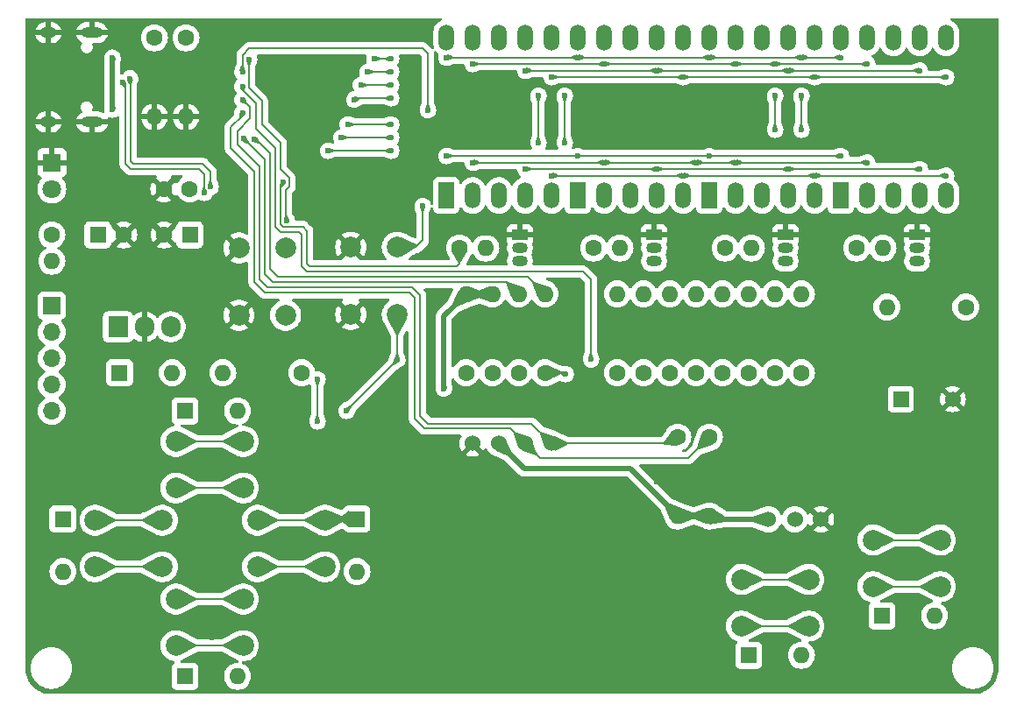
<source format=gbr>
%TF.GenerationSoftware,KiCad,Pcbnew,8.0.3*%
%TF.CreationDate,2024-08-24T23:10:25+09:00*%
%TF.ProjectId,Rustorch,52757374-6f72-4636-982e-6b696361645f,rev?*%
%TF.SameCoordinates,Original*%
%TF.FileFunction,Copper,L2,Bot*%
%TF.FilePolarity,Positive*%
%FSLAX46Y46*%
G04 Gerber Fmt 4.6, Leading zero omitted, Abs format (unit mm)*
G04 Created by KiCad (PCBNEW 8.0.3) date 2024-08-24 23:10:25*
%MOMM*%
%LPD*%
G01*
G04 APERTURE LIST*
%TA.AperFunction,ComponentPad*%
%ADD10C,1.600000*%
%TD*%
%TA.AperFunction,ComponentPad*%
%ADD11O,1.600000X1.600000*%
%TD*%
%TA.AperFunction,ComponentPad*%
%ADD12R,1.500000X1.050000*%
%TD*%
%TA.AperFunction,ComponentPad*%
%ADD13O,1.500000X1.050000*%
%TD*%
%TA.AperFunction,ComponentPad*%
%ADD14C,2.000000*%
%TD*%
%TA.AperFunction,ComponentPad*%
%ADD15R,1.600000X1.600000*%
%TD*%
%TA.AperFunction,ComponentPad*%
%ADD16C,1.524000*%
%TD*%
%TA.AperFunction,ComponentPad*%
%ADD17R,1.905000X2.000000*%
%TD*%
%TA.AperFunction,ComponentPad*%
%ADD18O,1.905000X2.000000*%
%TD*%
%TA.AperFunction,ComponentPad*%
%ADD19R,1.524000X2.524000*%
%TD*%
%TA.AperFunction,ComponentPad*%
%ADD20O,1.524000X2.524000*%
%TD*%
%TA.AperFunction,ComponentPad*%
%ADD21O,2.100000X1.000000*%
%TD*%
%TA.AperFunction,ComponentPad*%
%ADD22O,1.600000X1.000000*%
%TD*%
%TA.AperFunction,ComponentPad*%
%ADD23R,1.524000X1.524000*%
%TD*%
%TA.AperFunction,ComponentPad*%
%ADD24R,1.800000X1.800000*%
%TD*%
%TA.AperFunction,ComponentPad*%
%ADD25C,1.800000*%
%TD*%
%TA.AperFunction,ComponentPad*%
%ADD26R,1.700000X1.700000*%
%TD*%
%TA.AperFunction,ComponentPad*%
%ADD27O,1.700000X1.700000*%
%TD*%
%TA.AperFunction,ViaPad*%
%ADD28C,0.600000*%
%TD*%
%TA.AperFunction,Conductor*%
%ADD29C,0.200000*%
%TD*%
%TA.AperFunction,Conductor*%
%ADD30C,0.500000*%
%TD*%
G04 APERTURE END LIST*
D10*
%TO.P,R20,1*%
%TO.N,7SEG_DIGIT1*%
X142920000Y-91380000D03*
D11*
%TO.P,R20,2*%
%TO.N,Net-(Q1-B)*%
X145460000Y-91380000D03*
%TD*%
D12*
%TO.P,Q3,1,E*%
%TO.N,GND*%
X174416000Y-90110000D03*
D13*
%TO.P,Q3,2,C*%
%TO.N,Net-(Q3-C)*%
X174416000Y-91380000D03*
%TO.P,Q3,3,B*%
%TO.N,Net-(Q3-B)*%
X174416000Y-92650000D03*
%TD*%
D14*
%TO.P,SW4,1,1*%
%TO.N,Net-(D3-K)*%
X115540000Y-110085000D03*
X122040000Y-110085000D03*
%TO.P,SW4,2,2*%
%TO.N,Net-(R10-Pad1)*%
X115540000Y-114585000D03*
X122040000Y-114585000D03*
%TD*%
D10*
%TO.P,R9,1*%
%TO.N,KEY_IN3_IO8*%
X146095000Y-103445000D03*
D11*
%TO.P,R9,2*%
%TO.N,+3.3V*%
X146095000Y-95825000D03*
%TD*%
D10*
%TO.P,R22,1*%
%TO.N,7SEG_DIGIT3*%
X168574000Y-91380000D03*
D11*
%TO.P,R22,2*%
%TO.N,Net-(Q3-B)*%
X171114000Y-91380000D03*
%TD*%
D10*
%TO.P,C3,1*%
%TO.N,+3.3V*%
X116865000Y-85665000D03*
%TO.P,C3,2*%
%TO.N,GND*%
X114365000Y-85665000D03*
%TD*%
%TO.P,R1,1*%
%TO.N,Net-(CN1-CC1)*%
X113456000Y-71060000D03*
D11*
%TO.P,R1,2*%
%TO.N,GND*%
X113456000Y-78680000D03*
%TD*%
D15*
%TO.P,D5,1,K*%
%TO.N,Net-(D5-K)*%
X133014000Y-117570686D03*
D11*
%TO.P,D5,2,A*%
%TO.N,KEY_IN2*%
X133014000Y-122650686D03*
%TD*%
D12*
%TO.P,Q2,1,E*%
%TO.N,GND*%
X161716000Y-90110000D03*
D13*
%TO.P,Q2,2,C*%
%TO.N,Net-(Q2-C)*%
X161716000Y-91380000D03*
%TO.P,Q2,3,B*%
%TO.N,Net-(Q2-B)*%
X161716000Y-92650000D03*
%TD*%
D10*
%TO.P,R4,1*%
%TO.N,Net-(U1-EN{slash}CHIP_PU)*%
X127680000Y-103445000D03*
D11*
%TO.P,R4,2*%
%TO.N,+3.3V*%
X120060000Y-103445000D03*
%TD*%
D16*
%TO.P,RV1,1,1*%
%TO.N,GND*%
X177835000Y-117600000D03*
%TO.P,RV1,2,2*%
%TO.N,Net-(U1-MTDI{slash}GPIO5{slash}ADC1_CH5)*%
X175305000Y-117600000D03*
%TO.P,RV1,3,3*%
%TO.N,+3.3V*%
X172755000Y-117600000D03*
%TD*%
D17*
%TO.P,U2,1,VI*%
%TO.N,+5V*%
X109940000Y-99000000D03*
D18*
%TO.P,U2,2,GND*%
%TO.N,GND*%
X112480000Y-99000000D03*
%TO.P,U2,3,VO*%
%TO.N,+3.3V*%
X115020000Y-99000000D03*
%TD*%
D19*
%TO.P,U3,1,E*%
%TO.N,/E*%
X141650000Y-86300000D03*
D20*
%TO.P,U3,2,D*%
%TO.N,/D*%
X144190000Y-86300000D03*
%TO.P,U3,3,CC*%
%TO.N,Net-(Q1-C)*%
X146730000Y-86300000D03*
%TO.P,U3,4,C*%
%TO.N,/C*%
X149270000Y-86300000D03*
%TO.P,U3,5,DP*%
%TO.N,/DP*%
X151810000Y-86300000D03*
%TO.P,U3,6,B*%
%TO.N,/B*%
X151810000Y-71060000D03*
%TO.P,U3,7,A*%
%TO.N,/A*%
X149270000Y-71060000D03*
%TO.P,U3,8,CC*%
%TO.N,unconnected-(U3-CC-Pad8)*%
X146730000Y-71060000D03*
%TO.P,U3,9,F*%
%TO.N,/F*%
X144190000Y-71060000D03*
%TO.P,U3,10,G*%
%TO.N,/G*%
X141650000Y-71060000D03*
%TD*%
D15*
%TO.P,D6,1,K*%
%TO.N,Net-(D6-K)*%
X116405686Y-132782000D03*
D11*
%TO.P,D6,2,A*%
%TO.N,KEY_IN2*%
X121485686Y-132782000D03*
%TD*%
D10*
%TO.P,R11,1*%
%TO.N,Net-(R11-Pad1)*%
X151175000Y-103445000D03*
D11*
%TO.P,R11,2*%
%TO.N,KEY_OUT2*%
X151175000Y-95825000D03*
%TD*%
D12*
%TO.P,Q4,1,E*%
%TO.N,GND*%
X187116000Y-90110000D03*
D13*
%TO.P,Q4,2,C*%
%TO.N,Net-(Q4-C)*%
X187116000Y-91380000D03*
%TO.P,Q4,3,B*%
%TO.N,Net-(Q4-B)*%
X187116000Y-92650000D03*
%TD*%
D14*
%TO.P,SW2,1,1*%
%TO.N,GND*%
X121620000Y-97880000D03*
X121620000Y-91380000D03*
%TO.P,SW2,2,2*%
%TO.N,Net-(U1-EN{slash}CHIP_PU)*%
X126120000Y-97880000D03*
X126120000Y-91380000D03*
%TD*%
D21*
%TO.P,CN1,S1,SHIELD*%
%TO.N,GND*%
X107417000Y-70550000D03*
D22*
X103237000Y-70550000D03*
D21*
X107417000Y-79190000D03*
D22*
X103237000Y-79190000D03*
%TD*%
D14*
%TO.P,SW8,1,1*%
%TO.N,Net-(D7-K)*%
X170150000Y-123420000D03*
X176650000Y-123420000D03*
%TO.P,SW8,2,2*%
%TO.N,Net-(R10-Pad1)*%
X170150000Y-127920000D03*
X176650000Y-127920000D03*
%TD*%
D10*
%TO.P,R18,1*%
%TO.N,7SEG_G*%
X173400000Y-103445000D03*
D11*
%TO.P,R18,2*%
%TO.N,/G*%
X173400000Y-95825000D03*
%TD*%
D15*
%TO.P,D3,1,K*%
%TO.N,Net-(D3-K)*%
X116405686Y-107128000D03*
D11*
%TO.P,D3,2,A*%
%TO.N,KEY_IN1_IO9_BOOT*%
X121485686Y-107128000D03*
%TD*%
D10*
%TO.P,R12,1*%
%TO.N,7SEG_A*%
X158160000Y-103445000D03*
D11*
%TO.P,R12,2*%
%TO.N,/A*%
X158160000Y-95825000D03*
%TD*%
D23*
%TO.P,BZ1,1,+*%
%TO.N,Net-(BZ1-+)*%
X185545000Y-105985000D03*
D16*
%TO.P,BZ1,2,-*%
%TO.N,GND*%
X190545000Y-105985000D03*
%TD*%
D10*
%TO.P,R16,1*%
%TO.N,7SEG_E*%
X168320000Y-103445000D03*
D11*
%TO.P,R16,2*%
%TO.N,/E*%
X168320000Y-95825000D03*
%TD*%
D15*
%TO.P,D4,1,K*%
%TO.N,Net-(D4-K)*%
X104618000Y-117570686D03*
D11*
%TO.P,D4,2,A*%
%TO.N,KEY_IN1_IO9_BOOT*%
X104618000Y-122650686D03*
%TD*%
D16*
%TO.P,CN2,1,Pin_1*%
%TO.N,GND*%
X144190000Y-110287500D03*
%TO.P,CN2,2,Pin_2*%
%TO.N,+3.3V*%
X146730000Y-110287500D03*
%TO.P,CN2,3,Pin_3*%
%TO.N,SCL*%
X149270000Y-110287500D03*
%TO.P,CN2,4,Pin_4*%
%TO.N,SDA*%
X151810000Y-110287500D03*
%TD*%
D10*
%TO.P,R6,1*%
%TO.N,SCL*%
X167050000Y-109668000D03*
D11*
%TO.P,R6,2*%
%TO.N,+3.3V*%
X167050000Y-117288000D03*
%TD*%
D15*
%TO.P,C2,1*%
%TO.N,+3.3V*%
X116885000Y-90110000D03*
D10*
%TO.P,C2,2*%
%TO.N,GND*%
X114385000Y-90110000D03*
%TD*%
%TO.P,R7,1*%
%TO.N,Net-(U1-MTMS{slash}GPIO4{slash}ADC1_CH4)*%
X191815000Y-97095000D03*
D11*
%TO.P,R7,2*%
%TO.N,Net-(BZ1-+)*%
X184195000Y-97095000D03*
%TD*%
D14*
%TO.P,SW9,1,1*%
%TO.N,Net-(D8-K)*%
X182850000Y-119610000D03*
X189350000Y-119610000D03*
%TO.P,SW9,2,2*%
%TO.N,Net-(R11-Pad1)*%
X182850000Y-124110000D03*
X189350000Y-124110000D03*
%TD*%
D19*
%TO.P,U6,1,E*%
%TO.N,/E*%
X179750000Y-86300000D03*
D20*
%TO.P,U6,2,D*%
%TO.N,/D*%
X182290000Y-86300000D03*
%TO.P,U6,3,CC*%
%TO.N,Net-(Q4-C)*%
X184830000Y-86300000D03*
%TO.P,U6,4,C*%
%TO.N,/C*%
X187370000Y-86300000D03*
%TO.P,U6,5,DP*%
%TO.N,/DP*%
X189910000Y-86300000D03*
%TO.P,U6,6,B*%
%TO.N,/B*%
X189910000Y-71060000D03*
%TO.P,U6,7,A*%
%TO.N,/A*%
X187370000Y-71060000D03*
%TO.P,U6,8,CC*%
%TO.N,unconnected-(U6-CC-Pad8)*%
X184830000Y-71060000D03*
%TO.P,U6,9,F*%
%TO.N,/F*%
X182290000Y-71060000D03*
%TO.P,U6,10,G*%
%TO.N,/G*%
X179750000Y-71060000D03*
%TD*%
D10*
%TO.P,R23,1*%
%TO.N,7SEG_DIGIT4*%
X181274000Y-91380000D03*
D11*
%TO.P,R23,2*%
%TO.N,Net-(Q4-B)*%
X183814000Y-91380000D03*
%TD*%
D10*
%TO.P,R10,1*%
%TO.N,Net-(R10-Pad1)*%
X148635000Y-103445000D03*
D11*
%TO.P,R10,2*%
%TO.N,KEY_OUT1*%
X148635000Y-95825000D03*
%TD*%
D15*
%TO.P,C1,1*%
%TO.N,+5V*%
X107995000Y-90110000D03*
D10*
%TO.P,C1,2*%
%TO.N,GND*%
X110495000Y-90110000D03*
%TD*%
D14*
%TO.P,SW5,1,1*%
%TO.N,Net-(D4-K)*%
X107718000Y-117705000D03*
X114218000Y-117705000D03*
%TO.P,SW5,2,2*%
%TO.N,Net-(R11-Pad1)*%
X107718000Y-122205000D03*
X114218000Y-122205000D03*
%TD*%
D10*
%TO.P,R14,1*%
%TO.N,7SEG_C*%
X163240000Y-103445000D03*
D11*
%TO.P,R14,2*%
%TO.N,/C*%
X163240000Y-95825000D03*
%TD*%
D10*
%TO.P,R21,1*%
%TO.N,7SEG_DIGIT2*%
X155874000Y-91380000D03*
D11*
%TO.P,R21,2*%
%TO.N,Net-(Q2-B)*%
X158414000Y-91380000D03*
%TD*%
D10*
%TO.P,R15,1*%
%TO.N,7SEG_D*%
X165780000Y-103445000D03*
D11*
%TO.P,R15,2*%
%TO.N,/D*%
X165780000Y-95825000D03*
%TD*%
D12*
%TO.P,Q1,1,E*%
%TO.N,GND*%
X148762000Y-90110000D03*
D13*
%TO.P,Q1,2,C*%
%TO.N,Net-(Q1-C)*%
X148762000Y-91380000D03*
%TO.P,Q1,3,B*%
%TO.N,Net-(Q1-B)*%
X148762000Y-92650000D03*
%TD*%
D10*
%TO.P,R19,1*%
%TO.N,7SEG_DP*%
X175940000Y-103445000D03*
D11*
%TO.P,R19,2*%
%TO.N,/DP*%
X175940000Y-95825000D03*
%TD*%
D10*
%TO.P,R13,1*%
%TO.N,7SEG_B*%
X160700000Y-103445000D03*
D11*
%TO.P,R13,2*%
%TO.N,/B*%
X160700000Y-95825000D03*
%TD*%
D10*
%TO.P,R17,1*%
%TO.N,7SEG_F*%
X170860000Y-103445000D03*
D11*
%TO.P,R17,2*%
%TO.N,/F*%
X170860000Y-95825000D03*
%TD*%
D15*
%TO.P,D8,1,K*%
%TO.N,Net-(D8-K)*%
X183715686Y-126940000D03*
D11*
%TO.P,D8,2,A*%
%TO.N,KEY_IN3_IO8*%
X188795686Y-126940000D03*
%TD*%
D14*
%TO.P,SW3,1,1*%
%TO.N,GND*%
X132415000Y-97805000D03*
X132415000Y-91305000D03*
%TO.P,SW3,2,2*%
%TO.N,KEY_IN1_IO9_BOOT*%
X136915000Y-97805000D03*
X136915000Y-91305000D03*
%TD*%
D19*
%TO.P,U5,1,E*%
%TO.N,/E*%
X167050000Y-86300000D03*
D20*
%TO.P,U5,2,D*%
%TO.N,/D*%
X169590000Y-86300000D03*
%TO.P,U5,3,CC*%
%TO.N,Net-(Q3-C)*%
X172130000Y-86300000D03*
%TO.P,U5,4,C*%
%TO.N,/C*%
X174670000Y-86300000D03*
%TO.P,U5,5,DP*%
%TO.N,/DP*%
X177210000Y-86300000D03*
%TO.P,U5,6,B*%
%TO.N,/B*%
X177210000Y-71060000D03*
%TO.P,U5,7,A*%
%TO.N,/A*%
X174670000Y-71060000D03*
%TO.P,U5,8,CC*%
%TO.N,unconnected-(U5-CC-Pad8)*%
X172130000Y-71060000D03*
%TO.P,U5,9,F*%
%TO.N,/F*%
X169590000Y-71060000D03*
%TO.P,U5,10,G*%
%TO.N,/G*%
X167050000Y-71060000D03*
%TD*%
D19*
%TO.P,U4,1,E*%
%TO.N,/E*%
X154350000Y-86300000D03*
D20*
%TO.P,U4,2,D*%
%TO.N,/D*%
X156890000Y-86300000D03*
%TO.P,U4,3,CC*%
%TO.N,Net-(Q2-C)*%
X159430000Y-86300000D03*
%TO.P,U4,4,C*%
%TO.N,/C*%
X161970000Y-86300000D03*
%TO.P,U4,5,DP*%
%TO.N,/DP*%
X164510000Y-86300000D03*
%TO.P,U4,6,B*%
%TO.N,/B*%
X164510000Y-71060000D03*
%TO.P,U4,7,A*%
%TO.N,/A*%
X161970000Y-71060000D03*
%TO.P,U4,8,CC*%
%TO.N,unconnected-(U4-CC-Pad8)*%
X159430000Y-71060000D03*
%TO.P,U4,9,F*%
%TO.N,/F*%
X156890000Y-71060000D03*
%TO.P,U4,10,G*%
%TO.N,/G*%
X154350000Y-71060000D03*
%TD*%
D15*
%TO.P,D7,1,K*%
%TO.N,Net-(D7-K)*%
X170860000Y-130750000D03*
D11*
%TO.P,D7,2,A*%
%TO.N,KEY_IN3_IO8*%
X175940000Y-130750000D03*
%TD*%
D10*
%TO.P,R2,1*%
%TO.N,Net-(CN1-CC2)*%
X116504000Y-71060000D03*
D11*
%TO.P,R2,2*%
%TO.N,GND*%
X116504000Y-78680000D03*
%TD*%
D10*
%TO.P,R5,1*%
%TO.N,SDA*%
X164002000Y-109668000D03*
D11*
%TO.P,R5,2*%
%TO.N,+3.3V*%
X164002000Y-117288000D03*
%TD*%
D10*
%TO.P,R3,1*%
%TO.N,Net-(D2-A)*%
X103550000Y-90110000D03*
D11*
%TO.P,R3,2*%
%TO.N,+5V*%
X103550000Y-92650000D03*
%TD*%
D24*
%TO.P,D2,1,K*%
%TO.N,GND*%
X103550000Y-83120000D03*
D25*
%TO.P,D2,2,A*%
%TO.N,Net-(D2-A)*%
X103550000Y-85660000D03*
%TD*%
D15*
%TO.P,D1,1,K*%
%TO.N,+5V*%
X110095685Y-103445000D03*
D11*
%TO.P,D1,2,A*%
%TO.N,+3.3V*%
X115175685Y-103445000D03*
%TD*%
D26*
%TO.P,SW1,1,Pin_1*%
%TO.N,unconnected-(SW1-Pin_1-Pad1)*%
X103550000Y-96968000D03*
D27*
%TO.P,SW1,2,Pin_2*%
%TO.N,unconnected-(SW1-Pin_2-Pad2)*%
X103550000Y-99508000D03*
%TO.P,SW1,3,Pin_3*%
%TO.N,VBUS*%
X103550000Y-102048000D03*
%TO.P,SW1,4,Pin_4*%
%TO.N,+5V*%
X103550000Y-104588000D03*
%TO.P,SW1,5,Pin_5*%
%TO.N,unconnected-(SW1-Pin_5-Pad5)*%
X103550000Y-107128000D03*
%TD*%
D14*
%TO.P,SW7,1,1*%
%TO.N,Net-(D6-K)*%
X115540000Y-125325000D03*
X122040000Y-125325000D03*
%TO.P,SW7,2,2*%
%TO.N,Net-(R11-Pad1)*%
X115540000Y-129825000D03*
X122040000Y-129825000D03*
%TD*%
D10*
%TO.P,R8,1*%
%TO.N,KEY_IN1_IO9_BOOT*%
X143555000Y-103445000D03*
D11*
%TO.P,R8,2*%
%TO.N,+3.3V*%
X143555000Y-95825000D03*
%TD*%
D14*
%TO.P,SW6,1,1*%
%TO.N,Net-(D5-K)*%
X123414000Y-117705000D03*
X129914000Y-117705000D03*
%TO.P,SW6,2,2*%
%TO.N,Net-(R10-Pad1)*%
X123414000Y-122205000D03*
X129914000Y-122205000D03*
%TD*%
D28*
%TO.N,GND*%
X168066000Y-93666000D03*
X144000000Y-89000000D03*
X129000000Y-70000000D03*
X113456000Y-74870000D03*
X107000000Y-94000000D03*
X128950000Y-73600000D03*
X126410000Y-79188000D03*
X188000000Y-76000000D03*
X157000000Y-134000000D03*
X135046000Y-97984000D03*
X141750000Y-95750000D03*
X143000000Y-76000000D03*
X107000000Y-114000000D03*
X184000000Y-94000000D03*
X194000000Y-124000000D03*
X170000000Y-76000000D03*
X162000000Y-119000000D03*
X162000000Y-134000000D03*
X118000000Y-70000000D03*
X130474000Y-79188000D03*
X183000000Y-76000000D03*
X132000000Y-114000000D03*
X124886000Y-77664000D03*
X152000000Y-108500000D03*
X127000000Y-129000000D03*
X110000000Y-70000000D03*
X105000000Y-73000000D03*
X147000000Y-114000000D03*
X152000000Y-124000000D03*
X137000000Y-104000000D03*
X127680000Y-73600000D03*
X117000000Y-124000000D03*
X128950000Y-79188000D03*
X194000000Y-114000000D03*
X194000000Y-119000000D03*
X112000000Y-124000000D03*
X112000000Y-134000000D03*
X130474000Y-77664000D03*
X167000000Y-134000000D03*
X177000000Y-109000000D03*
X151810000Y-76648000D03*
X142000000Y-114000000D03*
X107000000Y-84000000D03*
X128000000Y-85000000D03*
X172000000Y-109000000D03*
X127680000Y-79188000D03*
X137000000Y-119000000D03*
X117000000Y-99000000D03*
X112000000Y-104000000D03*
X157000000Y-109000000D03*
X137000000Y-114000000D03*
X124886000Y-76394000D03*
X179000000Y-94000000D03*
X162000000Y-124000000D03*
X112000000Y-109000000D03*
X157000000Y-89000000D03*
X163000000Y-76000000D03*
X150500000Y-91500000D03*
X157000000Y-124000000D03*
X112000000Y-129000000D03*
X102000000Y-114000000D03*
X107000000Y-129000000D03*
X132000000Y-86000000D03*
X154000000Y-96000000D03*
X132000000Y-109000000D03*
X124886000Y-75124000D03*
X130474000Y-73600000D03*
X184000000Y-104000000D03*
X142000000Y-134000000D03*
X174670000Y-76648000D03*
X129000000Y-81000000D03*
X132000000Y-134000000D03*
X137000000Y-124000000D03*
X194000000Y-104000000D03*
X157000000Y-119000000D03*
X184000000Y-114000000D03*
X127000000Y-81000000D03*
X164383000Y-93666000D03*
X127000000Y-134000000D03*
X172000000Y-114000000D03*
X172000000Y-93000000D03*
X132000000Y-129000000D03*
X157000000Y-76000000D03*
X178226000Y-89094000D03*
X126410000Y-73600000D03*
X107000000Y-124000000D03*
X135046000Y-91380000D03*
X116504000Y-74870000D03*
X162000000Y-129000000D03*
X194000000Y-129000000D03*
X157000000Y-129000000D03*
X134000000Y-70000000D03*
X187000000Y-134000000D03*
X142000000Y-119000000D03*
X147000000Y-134000000D03*
X152000000Y-114000000D03*
X170000000Y-89000000D03*
X122000000Y-94000000D03*
X112000000Y-114000000D03*
X102000000Y-73000000D03*
X179000000Y-104000000D03*
X194000000Y-89000000D03*
X182000000Y-134000000D03*
X105000000Y-77000000D03*
X130474000Y-76394000D03*
X167000000Y-129000000D03*
X194000000Y-99000000D03*
X137000000Y-134000000D03*
X127000000Y-114000000D03*
X107000000Y-109000000D03*
X179000000Y-99000000D03*
X143000000Y-81000000D03*
X140000000Y-70000000D03*
X115000000Y-81000000D03*
X102000000Y-109000000D03*
X127000000Y-106112000D03*
X182000000Y-129000000D03*
X162000000Y-114000000D03*
X118250000Y-87750000D03*
X177000000Y-134000000D03*
X148000000Y-81000000D03*
X124886000Y-79188000D03*
X177000000Y-81000000D03*
X112000000Y-89000000D03*
X161716000Y-88586000D03*
X172000000Y-134000000D03*
X107000000Y-134000000D03*
X142000000Y-124000000D03*
X167000000Y-114000000D03*
X152000000Y-129000000D03*
X194000000Y-74000000D03*
X189000000Y-109000000D03*
X137000000Y-129000000D03*
X184000000Y-99000000D03*
X183000000Y-81000000D03*
X130474000Y-75124000D03*
X117000000Y-94000000D03*
X157000000Y-114000000D03*
X177000000Y-76000000D03*
X167000000Y-124000000D03*
X119000000Y-129000000D03*
X132000000Y-104000000D03*
X162000000Y-109000000D03*
X132379000Y-99762000D03*
X170000000Y-81000000D03*
X117000000Y-119000000D03*
X124000000Y-70000000D03*
X193000000Y-71000000D03*
X102000000Y-119000000D03*
X148000000Y-76000000D03*
X152000000Y-134000000D03*
X164510000Y-88967000D03*
X194000000Y-84000000D03*
X147000000Y-129000000D03*
X138602000Y-92269000D03*
X147000000Y-119000000D03*
X112000000Y-94000000D03*
X102000000Y-124000000D03*
X107000000Y-99000000D03*
X141000000Y-107000000D03*
X189000000Y-104000000D03*
X107000000Y-104000000D03*
X137000000Y-109000000D03*
X151810000Y-81220000D03*
X194000000Y-109000000D03*
X189000000Y-114000000D03*
X163000000Y-81000000D03*
X102000000Y-77000000D03*
X187000000Y-129000000D03*
X146000000Y-107000000D03*
X177000000Y-114000000D03*
X194000000Y-79000000D03*
X189000000Y-99000000D03*
X122000000Y-86000000D03*
X155000000Y-104000000D03*
X112000000Y-119000000D03*
X194000000Y-94000000D03*
X132379000Y-88967000D03*
X174670000Y-79950000D03*
X184000000Y-109000000D03*
X147000000Y-124000000D03*
X109250000Y-82500000D03*
X102000000Y-129000000D03*
X189000000Y-94000000D03*
X152000000Y-119000000D03*
X124886000Y-73600000D03*
X188000000Y-81000000D03*
X142000000Y-129000000D03*
X183000000Y-89000000D03*
X189000000Y-89000000D03*
X157000000Y-81000000D03*
X127000000Y-109000000D03*
X119000000Y-134000000D03*
%TO.N,+3.3V*%
X141411500Y-104969000D03*
%TO.N,USB_D+*%
X110408000Y-75378000D03*
X118282000Y-86046000D03*
%TO.N,USB_D-*%
X111112150Y-74998294D03*
X118882000Y-85480313D03*
%TO.N,VBUS*%
X109392000Y-72990400D03*
X109392000Y-78000000D03*
%TO.N,SCL*%
X121965000Y-78299000D03*
%TO.N,SDA*%
X121965000Y-77029000D03*
%TO.N,KEY_IN1_IO9_BOOT*%
X131998000Y-107128000D03*
X136915000Y-102175000D03*
X139364000Y-87316000D03*
%TO.N,KEY_IN2*%
X129204000Y-104080000D03*
X129204000Y-108144000D03*
%TO.N,Net-(U1-EN{slash}CHIP_PU)*%
X122600000Y-73194000D03*
X126248000Y-88748000D03*
%TO.N,Net-(U1-MTMS{slash}GPIO4{slash}ADC1_CH4)*%
X139872000Y-78045000D03*
X121965000Y-74362000D03*
%TO.N,KEY_OUT1*%
X122092000Y-80814000D03*
%TO.N,KEY_OUT2*%
X123108000Y-80839000D03*
%TO.N,Net-(R11-Pad1)*%
X153172000Y-103572000D03*
%TO.N,7SEG_A*%
X130220000Y-81982000D03*
X136316000Y-81982000D03*
%TO.N,/A*%
X187370000Y-74235000D03*
X149270000Y-74235000D03*
X161970000Y-74235000D03*
X150540000Y-81220000D03*
X174670000Y-74235000D03*
X150540000Y-76648000D03*
%TO.N,/B*%
X153080000Y-81220000D03*
X153080000Y-76648000D03*
X151810000Y-74870000D03*
X177210000Y-74870000D03*
X164510000Y-74870000D03*
X189910000Y-74870000D03*
%TO.N,7SEG_B*%
X136316000Y-80712000D03*
X131490000Y-80712000D03*
%TO.N,/C*%
X174670000Y-83760000D03*
X187370000Y-83760000D03*
X149270000Y-83760000D03*
X161970000Y-83760000D03*
%TO.N,7SEG_C*%
X136316000Y-79442000D03*
X132125000Y-79442000D03*
%TO.N,7SEG_D*%
X136316000Y-76902000D03*
X132760000Y-77029000D03*
%TO.N,/D*%
X182290000Y-83125000D03*
X165780000Y-83125000D03*
X156890000Y-83125000D03*
X144190000Y-83125000D03*
X169590000Y-83125000D03*
%TO.N,/E*%
X179750000Y-82490000D03*
X141650000Y-82490000D03*
X154350000Y-82490000D03*
X167050000Y-82490000D03*
%TO.N,7SEG_E*%
X133395000Y-75632000D03*
X136316000Y-75632000D03*
%TO.N,7SEG_F*%
X134030000Y-74362000D03*
X136316000Y-74362000D03*
%TO.N,/F*%
X173400000Y-76648000D03*
X182290000Y-73600000D03*
X173400000Y-79950000D03*
X169590000Y-73600000D03*
X173400000Y-73600000D03*
X144190000Y-73600000D03*
X156890000Y-73600000D03*
%TO.N,7SEG_G*%
X134700000Y-73092000D03*
X136316000Y-73092000D03*
%TO.N,/G*%
X141650000Y-72965000D03*
X179750000Y-72965000D03*
X175940000Y-79950000D03*
X175940000Y-76648000D03*
X167050000Y-72965000D03*
X154350000Y-72965000D03*
X175940000Y-72965000D03*
%TO.N,/DP*%
X164510000Y-84395000D03*
X177210000Y-84395000D03*
X189910000Y-84395000D03*
X151810000Y-84395000D03*
%TO.N,7SEG_DIGIT1*%
X125902000Y-85030000D03*
%TO.N,Net-(U1-MTDI{slash}GPIO5{slash}ADC1_CH5)*%
X121965000Y-75759000D03*
X155620000Y-102140000D03*
%TD*%
D29*
%TO.N,GND*%
X189000000Y-89750000D02*
X189000000Y-89000000D01*
X161716000Y-90110000D02*
X163367000Y-90110000D01*
X163367000Y-90110000D02*
X164510000Y-88967000D01*
X103550000Y-83120000D02*
X106120000Y-83120000D01*
X177210000Y-90110000D02*
X178226000Y-89094000D01*
X106120000Y-83120000D02*
X107000000Y-84000000D01*
X145110000Y-90110000D02*
X144000000Y-89000000D01*
X148762000Y-90110000D02*
X145110000Y-90110000D01*
X188640000Y-90110000D02*
X189000000Y-89750000D01*
X174416000Y-90110000D02*
X177210000Y-90110000D01*
X187116000Y-90110000D02*
X188640000Y-90110000D01*
D30*
%TO.N,+3.3V*%
X141411500Y-97968500D02*
X143555000Y-95825000D01*
X164002000Y-117288000D02*
X167050000Y-117288000D01*
X149158500Y-112716000D02*
X146730000Y-110287500D01*
X172755000Y-117600000D02*
X167362000Y-117600000D01*
X159430000Y-112716000D02*
X149158500Y-112716000D01*
X167362000Y-117600000D02*
X167050000Y-117288000D01*
X141411500Y-104969000D02*
X141411500Y-97968500D01*
X146095000Y-95825000D02*
X143555000Y-95825000D01*
X164002000Y-117288000D02*
X159430000Y-112716000D01*
D29*
%TO.N,USB_D+*%
X110662000Y-83252000D02*
X111170000Y-83760000D01*
X110662000Y-75632000D02*
X110662000Y-83252000D01*
X111170000Y-83760000D02*
X117774000Y-83760000D01*
X118282000Y-84268000D02*
X118282000Y-86046000D01*
X110408000Y-75378000D02*
X110662000Y-75632000D01*
X117774000Y-83760000D02*
X118282000Y-84268000D01*
%TO.N,USB_D-*%
X111170000Y-75056144D02*
X111170000Y-82998000D01*
X111424000Y-83252000D02*
X118120000Y-83252000D01*
X111112150Y-74998294D02*
X111170000Y-75056144D01*
X118882000Y-84014000D02*
X118882000Y-85480313D01*
X118120000Y-83252000D02*
X118882000Y-84014000D01*
X111170000Y-82998000D02*
X111424000Y-83252000D01*
D30*
%TO.N,VBUS*%
X109392000Y-72990400D02*
X109392000Y-78000000D01*
D29*
%TO.N,SCL*%
X147817250Y-108834750D02*
X139546750Y-108834750D01*
X121965000Y-78299000D02*
X121965000Y-78553000D01*
X138094000Y-95698000D02*
X138602000Y-96206000D01*
X139546750Y-108834750D02*
X138602000Y-107890000D01*
X147817250Y-108834750D02*
X149270000Y-110287500D01*
X165018000Y-111700000D02*
X167050000Y-109668000D01*
X123108000Y-94682000D02*
X124124000Y-95698000D01*
X120822000Y-81728000D02*
X120822000Y-79696000D01*
X120822000Y-81728000D02*
X123108000Y-84014000D01*
X123108000Y-84014000D02*
X123108000Y-94682000D01*
X138602000Y-96206000D02*
X138602000Y-107890000D01*
X124124000Y-95698000D02*
X138094000Y-95698000D01*
X149270000Y-110287500D02*
X150682500Y-111700000D01*
X150682500Y-111700000D02*
X165018000Y-111700000D01*
X121965000Y-78553000D02*
X120822000Y-79696000D01*
%TO.N,SDA*%
X122692000Y-77756000D02*
X122692000Y-78842000D01*
X163382500Y-110287500D02*
X164002000Y-109668000D01*
X139110000Y-95952000D02*
X139110000Y-107607157D01*
X138357500Y-95199500D02*
X139110000Y-95952000D01*
X151810000Y-110287500D02*
X163382500Y-110287500D01*
X123616000Y-83506000D02*
X123616000Y-94428000D01*
X121457000Y-81347000D02*
X121457000Y-80077000D01*
X149891657Y-108369157D02*
X151810000Y-110287500D01*
X124378000Y-95199500D02*
X138357500Y-95199500D01*
X123616000Y-94428000D02*
X124378000Y-95190000D01*
X122692000Y-78842000D02*
X121457000Y-80077000D01*
X121965000Y-77029000D02*
X122692000Y-77756000D01*
X121457000Y-81347000D02*
X123616000Y-83506000D01*
X139872000Y-108369157D02*
X149891657Y-108369157D01*
X124378000Y-95190000D02*
X124378000Y-95199500D01*
X139110000Y-107607157D02*
X139872000Y-108369157D01*
%TO.N,Net-(D3-K)*%
X115540000Y-110085000D02*
X122040000Y-110085000D01*
%TO.N,KEY_IN1_IO9_BOOT*%
X143555000Y-103445000D02*
X143809000Y-103445000D01*
X136915000Y-91305000D02*
X138677000Y-91305000D01*
X138677000Y-91305000D02*
X139364000Y-90618000D01*
X136915000Y-97805000D02*
X136915000Y-102175000D01*
X139364000Y-90618000D02*
X139364000Y-87316000D01*
X136915000Y-102175000D02*
X136915000Y-102211000D01*
X143555000Y-103445000D02*
X142920000Y-103445000D01*
X136915000Y-102211000D02*
X131998000Y-107128000D01*
%TO.N,Net-(D4-K)*%
X107718000Y-117705000D02*
X114218000Y-117705000D01*
%TO.N,KEY_IN2*%
X129204000Y-106112000D02*
X129204000Y-108144000D01*
X129204000Y-106112000D02*
X129204000Y-104080000D01*
%TO.N,Net-(D5-K)*%
X123414000Y-117705000D02*
X129914000Y-117705000D01*
X129914000Y-117705000D02*
X130129000Y-117705000D01*
X130129000Y-117705000D02*
X130263314Y-117570686D01*
X130263314Y-117570686D02*
X133014000Y-117570686D01*
%TO.N,Net-(D6-K)*%
X115540000Y-125325000D02*
X122040000Y-125325000D01*
%TO.N,Net-(D7-K)*%
X170150000Y-123420000D02*
X176650000Y-123420000D01*
%TO.N,Net-(D8-K)*%
X182850000Y-119610000D02*
X189350000Y-119610000D01*
%TO.N,Net-(U1-EN{slash}CHIP_PU)*%
X126502000Y-84614000D02*
X126502000Y-85446000D01*
X123844500Y-77156000D02*
X122600000Y-75911500D01*
X125648000Y-83760000D02*
X125902000Y-84014000D01*
X122600000Y-75911500D02*
X122600000Y-73194000D01*
X126156000Y-88656000D02*
X126248000Y-88748000D01*
X126502000Y-85446000D02*
X126156000Y-85792000D01*
X125648000Y-81220000D02*
X125648000Y-83760000D01*
X125902000Y-84014000D02*
X126502000Y-84614000D01*
X123844500Y-79416500D02*
X123844500Y-77156000D01*
X125648000Y-81220000D02*
X123844500Y-79416500D01*
X126156000Y-85792000D02*
X126156000Y-88656000D01*
%TO.N,Net-(U1-MTMS{slash}GPIO4{slash}ADC1_CH4)*%
X122600000Y-72076000D02*
X121965000Y-72711000D01*
X139872000Y-78045000D02*
X139872000Y-72584000D01*
X139364000Y-72076000D02*
X122600000Y-72076000D01*
X121965000Y-72711000D02*
X121965000Y-74362000D01*
X139872000Y-72584000D02*
X139364000Y-72076000D01*
%TO.N,Net-(R10-Pad1)*%
X123414000Y-122205000D02*
X129914000Y-122205000D01*
X115540000Y-114585000D02*
X122040000Y-114585000D01*
X170150000Y-127920000D02*
X176650000Y-127920000D01*
%TO.N,KEY_OUT1*%
X124124000Y-82846000D02*
X124124000Y-93920000D01*
X124124000Y-93920000D02*
X124886000Y-94682000D01*
X124886000Y-94682000D02*
X147492000Y-94682000D01*
X147492000Y-94682000D02*
X148635000Y-95825000D01*
X122092000Y-80814000D02*
X124124000Y-82846000D01*
%TO.N,KEY_OUT2*%
X125394000Y-94174000D02*
X149524000Y-94174000D01*
X149524000Y-94174000D02*
X151175000Y-95825000D01*
X123235000Y-80839000D02*
X124632000Y-82236000D01*
X123108000Y-80839000D02*
X123235000Y-80839000D01*
X124632000Y-93412000D02*
X125394000Y-94174000D01*
X124632000Y-82236000D02*
X124632000Y-93412000D01*
%TO.N,Net-(R11-Pad1)*%
X189350000Y-124110000D02*
X182850000Y-124110000D01*
X153045000Y-103445000D02*
X153172000Y-103572000D01*
X115540000Y-129825000D02*
X122040000Y-129825000D01*
X151175000Y-103445000D02*
X153045000Y-103445000D01*
X107718000Y-122205000D02*
X114218000Y-122205000D01*
%TO.N,7SEG_A*%
X136062000Y-81982000D02*
X136316000Y-81982000D01*
X130220000Y-81982000D02*
X136062000Y-81982000D01*
%TO.N,/A*%
X150540000Y-76648000D02*
X150540000Y-81220000D01*
X187370000Y-74235000D02*
X174670000Y-74235000D01*
X161970000Y-74235000D02*
X149270000Y-74235000D01*
X174670000Y-74235000D02*
X161970000Y-74235000D01*
%TO.N,/B*%
X153080000Y-74870000D02*
X151810000Y-74870000D01*
X177210000Y-74870000D02*
X164510000Y-74870000D01*
X153080000Y-81220000D02*
X153080000Y-76648000D01*
X189910000Y-74870000D02*
X177210000Y-74870000D01*
X164510000Y-74870000D02*
X153080000Y-74870000D01*
%TO.N,7SEG_B*%
X131490000Y-80712000D02*
X136316000Y-80712000D01*
%TO.N,/C*%
X161970000Y-83760000D02*
X149270000Y-83760000D01*
X174670000Y-83760000D02*
X161970000Y-83760000D01*
X187370000Y-83760000D02*
X174670000Y-83760000D01*
%TO.N,7SEG_C*%
X132125000Y-79442000D02*
X136316000Y-79442000D01*
%TO.N,7SEG_D*%
X132887000Y-76902000D02*
X132760000Y-77029000D01*
X136316000Y-76902000D02*
X132887000Y-76902000D01*
%TO.N,/D*%
X156890000Y-83125000D02*
X165780000Y-83125000D01*
X144190000Y-83125000D02*
X156890000Y-83125000D01*
X165780000Y-83125000D02*
X169590000Y-83125000D01*
X169590000Y-83125000D02*
X182290000Y-83125000D01*
%TO.N,/E*%
X179750000Y-82490000D02*
X141650000Y-82490000D01*
%TO.N,7SEG_E*%
X133395000Y-75632000D02*
X136316000Y-75632000D01*
%TO.N,7SEG_F*%
X134030000Y-74362000D02*
X136316000Y-74362000D01*
%TO.N,/F*%
X156890000Y-73600000D02*
X144190000Y-73600000D01*
X169590000Y-73600000D02*
X156890000Y-73600000D01*
X173400000Y-79950000D02*
X173400000Y-76648000D01*
X182290000Y-73600000D02*
X173400000Y-73600000D01*
X173400000Y-73600000D02*
X169590000Y-73600000D01*
%TO.N,7SEG_G*%
X134700000Y-73092000D02*
X136316000Y-73092000D01*
%TO.N,/G*%
X175940000Y-72965000D02*
X167050000Y-72965000D01*
X175940000Y-76648000D02*
X175940000Y-79950000D01*
X179750000Y-72965000D02*
X175940000Y-72965000D01*
X167050000Y-72965000D02*
X154350000Y-72965000D01*
X154350000Y-72965000D02*
X141650000Y-72965000D01*
%TO.N,/DP*%
X164510000Y-84395000D02*
X177210000Y-84395000D01*
X151810000Y-84395000D02*
X164510000Y-84395000D01*
X177210000Y-84395000D02*
X189910000Y-84395000D01*
%TO.N,7SEG_DIGIT1*%
X142920000Y-92904000D02*
X142920000Y-91380000D01*
X125648000Y-85284000D02*
X125648000Y-89094000D01*
X125902000Y-85030000D02*
X125648000Y-85284000D01*
X125648000Y-89094000D02*
X125902000Y-89348000D01*
X128442000Y-93158000D02*
X142666000Y-93158000D01*
X142666000Y-93158000D02*
X142920000Y-92904000D01*
X125902000Y-89348000D02*
X127807000Y-89348000D01*
X128188000Y-89729000D02*
X128188000Y-92904000D01*
X127807000Y-89348000D02*
X128188000Y-89729000D01*
X128188000Y-92904000D02*
X128442000Y-93158000D01*
%TO.N,Net-(U1-MTDI{slash}GPIO5{slash}ADC1_CH5)*%
X129203573Y-93666000D02*
X129204000Y-93666427D01*
X125140000Y-89348000D02*
X125648000Y-89856000D01*
X123235000Y-79823000D02*
X125140000Y-81728000D01*
X127426000Y-89856000D02*
X127680000Y-90110000D01*
X121965000Y-76140000D02*
X123235000Y-77410000D01*
X129204000Y-93666427D02*
X154858427Y-93666427D01*
X127680000Y-90110000D02*
X127680000Y-93158000D01*
X155620000Y-94428000D02*
X155620000Y-102140000D01*
X125140000Y-81728000D02*
X125140000Y-89348000D01*
X128188000Y-93666000D02*
X129203573Y-93666000D01*
X127680000Y-93158000D02*
X128188000Y-93666000D01*
X121965000Y-75759000D02*
X121965000Y-76140000D01*
X123235000Y-77410000D02*
X123235000Y-79823000D01*
X125648000Y-89856000D02*
X127426000Y-89856000D01*
X154858427Y-93666427D02*
X155620000Y-94428000D01*
%TD*%
%TA.AperFunction,Conductor*%
%TO.N,GND*%
G36*
X116134428Y-84380185D02*
G01*
X116180183Y-84432989D01*
X116190127Y-84502147D01*
X116161102Y-84565703D01*
X116138513Y-84586073D01*
X116126905Y-84594202D01*
X116025858Y-84664954D01*
X115864954Y-84825858D01*
X115734432Y-85012265D01*
X115734429Y-85012270D01*
X115727104Y-85027979D01*
X115680929Y-85080417D01*
X115613735Y-85099566D01*
X115546855Y-85079347D01*
X115502341Y-85027973D01*
X115495133Y-85012515D01*
X115495132Y-85012513D01*
X115444025Y-84939526D01*
X114765000Y-85618551D01*
X114765000Y-85612339D01*
X114737741Y-85510606D01*
X114685080Y-85419394D01*
X114610606Y-85344920D01*
X114519394Y-85292259D01*
X114417661Y-85265000D01*
X114411448Y-85265000D01*
X115090472Y-84585974D01*
X115090464Y-84585884D01*
X115046991Y-84531497D01*
X115039799Y-84461999D01*
X115071322Y-84399644D01*
X115131552Y-84364231D01*
X115161740Y-84360500D01*
X116067389Y-84360500D01*
X116134428Y-84380185D01*
G37*
%TD.AperFunction*%
%TA.AperFunction,Conductor*%
G36*
X120175288Y-69164000D02*
G01*
X120205000Y-69164000D01*
X138227712Y-69164000D01*
X138239004Y-69157834D01*
X138265362Y-69155000D01*
X141110074Y-69155000D01*
X141177113Y-69174685D01*
X141222868Y-69227489D01*
X141232812Y-69296647D01*
X141203787Y-69360203D01*
X141166369Y-69389485D01*
X140988305Y-69480213D01*
X140827533Y-69597021D01*
X140687021Y-69737533D01*
X140570213Y-69898305D01*
X140479994Y-70075367D01*
X140479993Y-70075370D01*
X140418587Y-70264362D01*
X140418587Y-70264364D01*
X140387500Y-70460639D01*
X140387500Y-71659361D01*
X140396210Y-71714352D01*
X140418587Y-71855637D01*
X140463878Y-71995030D01*
X140465873Y-72064871D01*
X140429792Y-72124704D01*
X140367091Y-72155532D01*
X140297677Y-72147567D01*
X140258266Y-72121029D01*
X140236397Y-72099160D01*
X140236374Y-72099139D01*
X139851590Y-71714355D01*
X139851588Y-71714352D01*
X139732717Y-71595481D01*
X139732712Y-71595477D01*
X139601088Y-71519485D01*
X139595785Y-71516423D01*
X139595782Y-71516422D01*
X139558741Y-71506497D01*
X139443057Y-71475499D01*
X139284943Y-71475499D01*
X139277347Y-71475499D01*
X139277331Y-71475500D01*
X122686670Y-71475500D01*
X122686654Y-71475499D01*
X122679058Y-71475499D01*
X122520943Y-71475499D01*
X122444579Y-71495961D01*
X122368214Y-71516423D01*
X122368209Y-71516426D01*
X122231290Y-71595475D01*
X122231282Y-71595481D01*
X121484481Y-72342282D01*
X121436310Y-72425717D01*
X121405424Y-72479212D01*
X121405423Y-72479213D01*
X121393696Y-72522979D01*
X121364499Y-72631943D01*
X121364499Y-72631945D01*
X121364499Y-72800046D01*
X121364500Y-72800059D01*
X121364500Y-73636972D01*
X121356978Y-73679503D01*
X121216831Y-74063320D01*
X121203928Y-74103882D01*
X121203925Y-74103894D01*
X121203754Y-74105281D01*
X121197735Y-74131006D01*
X121179631Y-74182745D01*
X121179631Y-74182746D01*
X121159435Y-74361996D01*
X121159435Y-74362003D01*
X121179630Y-74541249D01*
X121179631Y-74541254D01*
X121239211Y-74711523D01*
X121335184Y-74864262D01*
X121443741Y-74972819D01*
X121477226Y-75034142D01*
X121472242Y-75103834D01*
X121443741Y-75148181D01*
X121335184Y-75256737D01*
X121239211Y-75409476D01*
X121179631Y-75579745D01*
X121179630Y-75579750D01*
X121159435Y-75758996D01*
X121159435Y-75759003D01*
X121179630Y-75938249D01*
X121179631Y-75938254D01*
X121239211Y-76108523D01*
X121335184Y-76261262D01*
X121342608Y-76268686D01*
X121354073Y-76281895D01*
X121382039Y-76319127D01*
X121402668Y-76361505D01*
X121404795Y-76369443D01*
X121403132Y-76439293D01*
X121372703Y-76489216D01*
X121335187Y-76526733D01*
X121335186Y-76526734D01*
X121239211Y-76679476D01*
X121179631Y-76849745D01*
X121179630Y-76849750D01*
X121159435Y-77028996D01*
X121159435Y-77029003D01*
X121179630Y-77208249D01*
X121179631Y-77208254D01*
X121239211Y-77378523D01*
X121335184Y-77531262D01*
X121335185Y-77531263D01*
X121380241Y-77576320D01*
X121413725Y-77637643D01*
X121408740Y-77707335D01*
X121380241Y-77751680D01*
X121335184Y-77796737D01*
X121239210Y-77949478D01*
X121179630Y-78119750D01*
X121163464Y-78263236D01*
X121161975Y-78272967D01*
X121159560Y-78285414D01*
X121159559Y-78285422D01*
X121150391Y-78472918D01*
X121127456Y-78538916D01*
X121114220Y-78554543D01*
X120453286Y-79215478D01*
X120341481Y-79327282D01*
X120341479Y-79327284D01*
X120319313Y-79365678D01*
X120309944Y-79381907D01*
X120262423Y-79464215D01*
X120221499Y-79616943D01*
X120221499Y-79616945D01*
X120221499Y-79785046D01*
X120221500Y-79785059D01*
X120221500Y-81641330D01*
X120221499Y-81641348D01*
X120221499Y-81807054D01*
X120221498Y-81807054D01*
X120262423Y-81959785D01*
X120271765Y-81975965D01*
X120271766Y-81975968D01*
X120341475Y-82096709D01*
X120341481Y-82096717D01*
X120460349Y-82215585D01*
X120460355Y-82215590D01*
X122471181Y-84226416D01*
X122504666Y-84287739D01*
X122507500Y-84314097D01*
X122507500Y-89946626D01*
X122487815Y-90013665D01*
X122435011Y-90059420D01*
X122365853Y-90069364D01*
X122324483Y-90055681D01*
X122224614Y-90001635D01*
X122224603Y-90001630D01*
X121989493Y-89920916D01*
X121744293Y-89880000D01*
X121495707Y-89880000D01*
X121250506Y-89920916D01*
X121015396Y-90001630D01*
X121015390Y-90001632D01*
X120796761Y-90119949D01*
X120749942Y-90156388D01*
X120749942Y-90156390D01*
X121449765Y-90856212D01*
X121407708Y-90867482D01*
X121282292Y-90939890D01*
X121179890Y-91042292D01*
X121107482Y-91167708D01*
X121096212Y-91209764D01*
X120396564Y-90510116D01*
X120296267Y-90663632D01*
X120196412Y-90891282D01*
X120135387Y-91132261D01*
X120135385Y-91132270D01*
X120114859Y-91379994D01*
X120114859Y-91380005D01*
X120135385Y-91627729D01*
X120135387Y-91627738D01*
X120196412Y-91868717D01*
X120296266Y-92096364D01*
X120396564Y-92249882D01*
X121096212Y-91550234D01*
X121107482Y-91592292D01*
X121179890Y-91717708D01*
X121282292Y-91820110D01*
X121407708Y-91892518D01*
X121449763Y-91903787D01*
X120749942Y-92603609D01*
X120796768Y-92640055D01*
X120796770Y-92640056D01*
X121015385Y-92758364D01*
X121015396Y-92758369D01*
X121250506Y-92839083D01*
X121495707Y-92880000D01*
X121744293Y-92880000D01*
X121989493Y-92839083D01*
X122224603Y-92758369D01*
X122224618Y-92758362D01*
X122324482Y-92704319D01*
X122392810Y-92689723D01*
X122458182Y-92714385D01*
X122499844Y-92770476D01*
X122507500Y-92813373D01*
X122507500Y-94595330D01*
X122507499Y-94595348D01*
X122507499Y-94761054D01*
X122507498Y-94761054D01*
X122548423Y-94913785D01*
X122574074Y-94958212D01*
X122574075Y-94958216D01*
X122574076Y-94958216D01*
X122627479Y-95050714D01*
X122627481Y-95050717D01*
X122746349Y-95169585D01*
X122746355Y-95169590D01*
X123639139Y-96062374D01*
X123639149Y-96062385D01*
X123643479Y-96066715D01*
X123643480Y-96066716D01*
X123755284Y-96178520D01*
X123842095Y-96228639D01*
X123842097Y-96228641D01*
X123880151Y-96250611D01*
X123892215Y-96257577D01*
X124044943Y-96298501D01*
X124044946Y-96298501D01*
X124210653Y-96298501D01*
X124210669Y-96298500D01*
X125400030Y-96298500D01*
X125467069Y-96318185D01*
X125512824Y-96370989D01*
X125522768Y-96440147D01*
X125493743Y-96503703D01*
X125459047Y-96531555D01*
X125296496Y-96619522D01*
X125296494Y-96619523D01*
X125100257Y-96772261D01*
X124931833Y-96955217D01*
X124795826Y-97163393D01*
X124695936Y-97391118D01*
X124634892Y-97632175D01*
X124634890Y-97632187D01*
X124614357Y-97879994D01*
X124614357Y-97880005D01*
X124634890Y-98127812D01*
X124634892Y-98127824D01*
X124695936Y-98368881D01*
X124795826Y-98596606D01*
X124931833Y-98804782D01*
X124931836Y-98804785D01*
X125100256Y-98987738D01*
X125296491Y-99140474D01*
X125296493Y-99140475D01*
X125514332Y-99258364D01*
X125515190Y-99258828D01*
X125734141Y-99333994D01*
X125748964Y-99339083D01*
X125750386Y-99339571D01*
X125995665Y-99380500D01*
X126244335Y-99380500D01*
X126489614Y-99339571D01*
X126724810Y-99258828D01*
X126943509Y-99140474D01*
X127139744Y-98987738D01*
X127308164Y-98804785D01*
X127444173Y-98596607D01*
X127544063Y-98368881D01*
X127605108Y-98127821D01*
X127605116Y-98127729D01*
X127625643Y-97880005D01*
X127625643Y-97879994D01*
X127605109Y-97632187D01*
X127605107Y-97632175D01*
X127544063Y-97391118D01*
X127444173Y-97163393D01*
X127308166Y-96955217D01*
X127286557Y-96931744D01*
X127139744Y-96772262D01*
X126943509Y-96619526D01*
X126943508Y-96619525D01*
X126943505Y-96619523D01*
X126943503Y-96619522D01*
X126780953Y-96531555D01*
X126731362Y-96482336D01*
X126716254Y-96414119D01*
X126740424Y-96348563D01*
X126796200Y-96306482D01*
X126839970Y-96298500D01*
X131557494Y-96298500D01*
X131624533Y-96318185D01*
X131670288Y-96370989D01*
X131680232Y-96440147D01*
X131651207Y-96503703D01*
X131616511Y-96531555D01*
X131591763Y-96544947D01*
X131544942Y-96581388D01*
X131544942Y-96581390D01*
X132244765Y-97281212D01*
X132202708Y-97292482D01*
X132077292Y-97364890D01*
X131974890Y-97467292D01*
X131902482Y-97592708D01*
X131891212Y-97634764D01*
X131191564Y-96935116D01*
X131091267Y-97088632D01*
X130991412Y-97316282D01*
X130930387Y-97557261D01*
X130930385Y-97557270D01*
X130909859Y-97804994D01*
X130909859Y-97805005D01*
X130930385Y-98052729D01*
X130930387Y-98052738D01*
X130991412Y-98293717D01*
X131091266Y-98521364D01*
X131191564Y-98674882D01*
X131891212Y-97975234D01*
X131902482Y-98017292D01*
X131974890Y-98142708D01*
X132077292Y-98245110D01*
X132202708Y-98317518D01*
X132244765Y-98328787D01*
X131544942Y-99028609D01*
X131591768Y-99065055D01*
X131591770Y-99065056D01*
X131810385Y-99183364D01*
X131810396Y-99183369D01*
X132045506Y-99264083D01*
X132290707Y-99305000D01*
X132539293Y-99305000D01*
X132784493Y-99264083D01*
X133019603Y-99183369D01*
X133019614Y-99183364D01*
X133238228Y-99065057D01*
X133238231Y-99065055D01*
X133285056Y-99028609D01*
X132585234Y-98328787D01*
X132627292Y-98317518D01*
X132752708Y-98245110D01*
X132855110Y-98142708D01*
X132927518Y-98017292D01*
X132938787Y-97975235D01*
X133638434Y-98674882D01*
X133738731Y-98521369D01*
X133838587Y-98293717D01*
X133899612Y-98052738D01*
X133899614Y-98052729D01*
X133920141Y-97805005D01*
X133920141Y-97804994D01*
X133899614Y-97557270D01*
X133899612Y-97557261D01*
X133838587Y-97316282D01*
X133738731Y-97088630D01*
X133638434Y-96935116D01*
X132938787Y-97634764D01*
X132927518Y-97592708D01*
X132855110Y-97467292D01*
X132752708Y-97364890D01*
X132627292Y-97292482D01*
X132585235Y-97281212D01*
X133285057Y-96581390D01*
X133285056Y-96581389D01*
X133238229Y-96544943D01*
X133213490Y-96531555D01*
X133163899Y-96482335D01*
X133148791Y-96414119D01*
X133172961Y-96348563D01*
X133228737Y-96306482D01*
X133272507Y-96298500D01*
X136056442Y-96298500D01*
X136123481Y-96318185D01*
X136169236Y-96370989D01*
X136179180Y-96440147D01*
X136150155Y-96503703D01*
X136115459Y-96531555D01*
X136091496Y-96544522D01*
X136091494Y-96544523D01*
X135895257Y-96697261D01*
X135726833Y-96880217D01*
X135590826Y-97088393D01*
X135490936Y-97316118D01*
X135429892Y-97557175D01*
X135429890Y-97557187D01*
X135409357Y-97804994D01*
X135409357Y-97805005D01*
X135429890Y-98052812D01*
X135429892Y-98052824D01*
X135490936Y-98293879D01*
X135490938Y-98293883D01*
X135532114Y-98387758D01*
X135535933Y-98397577D01*
X135546434Y-98428400D01*
X135558168Y-98451435D01*
X135570067Y-98474793D01*
X135573132Y-98481266D01*
X135590827Y-98521607D01*
X135590828Y-98521608D01*
X135590833Y-98521617D01*
X135601193Y-98537476D01*
X135607872Y-98549008D01*
X136300990Y-99909630D01*
X136314500Y-99965915D01*
X136314500Y-101449972D01*
X136306978Y-101492503D01*
X136166893Y-101876150D01*
X136165288Y-101880310D01*
X136016434Y-102246531D01*
X135989242Y-102287521D01*
X132086055Y-106190708D01*
X132050663Y-106215463D01*
X131680159Y-106387767D01*
X131667870Y-106394125D01*
X131651870Y-106401024D01*
X131648476Y-106402211D01*
X131495737Y-106498184D01*
X131368184Y-106625737D01*
X131272211Y-106778476D01*
X131212631Y-106948745D01*
X131212630Y-106948750D01*
X131192435Y-107127996D01*
X131192435Y-107128003D01*
X131212630Y-107307249D01*
X131212631Y-107307254D01*
X131272211Y-107477523D01*
X131343931Y-107591664D01*
X131368184Y-107630262D01*
X131495738Y-107757816D01*
X131532209Y-107780732D01*
X131634999Y-107845320D01*
X131648478Y-107853789D01*
X131740195Y-107885882D01*
X131818745Y-107913368D01*
X131818750Y-107913369D01*
X131997996Y-107933565D01*
X131998000Y-107933565D01*
X131998004Y-107933565D01*
X132177249Y-107913369D01*
X132177252Y-107913368D01*
X132177255Y-107913368D01*
X132347522Y-107853789D01*
X132500262Y-107757816D01*
X132627816Y-107630262D01*
X132723789Y-107477522D01*
X132726024Y-107471132D01*
X132736470Y-107449917D01*
X132736085Y-107449704D01*
X132738225Y-107445845D01*
X132738236Y-107445830D01*
X132910532Y-107075337D01*
X132935283Y-107039950D01*
X136857097Y-103118136D01*
X136887586Y-103095796D01*
X137074749Y-102998511D01*
X137251250Y-102906768D01*
X137259558Y-102903179D01*
X137264519Y-102900790D01*
X137264518Y-102900790D01*
X137264522Y-102900789D01*
X137417262Y-102804816D01*
X137544816Y-102677262D01*
X137640789Y-102524522D01*
X137700368Y-102354255D01*
X137704312Y-102319254D01*
X137720565Y-102175003D01*
X137720565Y-102174996D01*
X137700369Y-101995750D01*
X137700368Y-101995748D01*
X137700368Y-101995745D01*
X137672729Y-101916760D01*
X137668428Y-101901335D01*
X137667404Y-101896466D01*
X137663166Y-101876312D01*
X137523022Y-101492502D01*
X137515500Y-101449971D01*
X137515500Y-99965915D01*
X137529010Y-99909630D01*
X137613688Y-99743403D01*
X137767011Y-99442421D01*
X137814980Y-99391623D01*
X137882799Y-99374821D01*
X137948936Y-99397353D01*
X137992393Y-99452064D01*
X138001500Y-99498708D01*
X138001500Y-107803330D01*
X138001499Y-107803348D01*
X138001499Y-107969054D01*
X138001498Y-107969054D01*
X138003325Y-107975872D01*
X138042423Y-108121785D01*
X138051422Y-108137371D01*
X138051423Y-108137374D01*
X138121475Y-108258709D01*
X138121481Y-108258717D01*
X138240349Y-108377585D01*
X138240355Y-108377590D01*
X139061889Y-109199124D01*
X139061899Y-109199135D01*
X139066229Y-109203465D01*
X139066230Y-109203466D01*
X139178034Y-109315270D01*
X139264845Y-109365389D01*
X139264847Y-109365391D01*
X139314963Y-109394326D01*
X139314965Y-109394327D01*
X139467692Y-109435250D01*
X139467693Y-109435250D01*
X143007933Y-109435250D01*
X143074972Y-109454935D01*
X143120727Y-109507739D01*
X143130671Y-109576897D01*
X143109508Y-109630373D01*
X143092901Y-109654089D01*
X143092900Y-109654091D01*
X142999579Y-109854220D01*
X142999575Y-109854229D01*
X142942426Y-110067513D01*
X142942424Y-110067523D01*
X142923179Y-110287499D01*
X142923179Y-110287500D01*
X142942424Y-110507476D01*
X142942426Y-110507486D01*
X142999575Y-110720770D01*
X142999580Y-110720784D01*
X143092898Y-110920905D01*
X143092901Y-110920911D01*
X143138258Y-110985687D01*
X143138258Y-110985688D01*
X143809000Y-110314946D01*
X143809000Y-110337660D01*
X143834964Y-110434561D01*
X143885124Y-110521440D01*
X143956060Y-110592376D01*
X144042939Y-110642536D01*
X144139840Y-110668500D01*
X144162553Y-110668500D01*
X143491810Y-111339240D01*
X143556590Y-111384599D01*
X143556592Y-111384600D01*
X143756715Y-111477919D01*
X143756729Y-111477924D01*
X143970013Y-111535073D01*
X143970023Y-111535075D01*
X144189999Y-111554321D01*
X144190001Y-111554321D01*
X144409976Y-111535075D01*
X144409986Y-111535073D01*
X144623270Y-111477924D01*
X144623284Y-111477919D01*
X144823407Y-111384600D01*
X144823417Y-111384594D01*
X144888188Y-111339241D01*
X144217448Y-110668500D01*
X144240160Y-110668500D01*
X144337061Y-110642536D01*
X144423940Y-110592376D01*
X144494876Y-110521440D01*
X144545036Y-110434561D01*
X144571000Y-110337660D01*
X144571000Y-110314947D01*
X145241741Y-110985688D01*
X145287094Y-110920917D01*
X145287095Y-110920916D01*
X145347340Y-110791719D01*
X145393512Y-110739280D01*
X145460706Y-110720127D01*
X145527587Y-110740342D01*
X145572105Y-110791718D01*
X145632466Y-110921162D01*
X145632468Y-110921166D01*
X145755355Y-111096666D01*
X145759174Y-111102120D01*
X145915380Y-111258326D01*
X146096338Y-111385034D01*
X146203307Y-111434914D01*
X146218365Y-111443254D01*
X146236727Y-111455160D01*
X146236734Y-111455164D01*
X146236742Y-111455169D01*
X146636985Y-111639912D01*
X146636986Y-111639912D01*
X147330212Y-111959888D01*
X147365924Y-111984791D01*
X148575549Y-113194416D01*
X148680084Y-113298951D01*
X148680087Y-113298953D01*
X148680088Y-113298954D01*
X148802994Y-113381077D01*
X148802996Y-113381078D01*
X148803005Y-113381084D01*
X148838292Y-113395700D01*
X148838293Y-113395701D01*
X148838294Y-113395701D01*
X148939588Y-113437659D01*
X149053313Y-113460280D01*
X149074159Y-113464426D01*
X149084581Y-113466500D01*
X149084582Y-113466500D01*
X149084583Y-113466500D01*
X149232418Y-113466500D01*
X159067770Y-113466500D01*
X159134809Y-113486185D01*
X159155451Y-113502819D01*
X162249267Y-116596634D01*
X162274607Y-116633302D01*
X162797489Y-117791770D01*
X162797496Y-117791786D01*
X162818263Y-117832729D01*
X162821379Y-117837659D01*
X162821092Y-117837840D01*
X162831162Y-117854376D01*
X162871432Y-117940734D01*
X162899626Y-117981000D01*
X163001954Y-118127141D01*
X163162858Y-118288045D01*
X163177344Y-118298188D01*
X163349266Y-118418568D01*
X163555504Y-118514739D01*
X163775308Y-118573635D01*
X163937230Y-118587801D01*
X164001998Y-118593468D01*
X164002000Y-118593468D01*
X164002002Y-118593468D01*
X164058673Y-118588509D01*
X164228692Y-118573635D01*
X164448496Y-118514739D01*
X164468623Y-118505353D01*
X164494150Y-118496683D01*
X164497486Y-118495942D01*
X165482155Y-118123714D01*
X165551821Y-118118422D01*
X165569832Y-118123711D01*
X166554513Y-118495942D01*
X166576470Y-118503121D01*
X166590330Y-118508596D01*
X166600901Y-118513525D01*
X166603504Y-118514739D01*
X166823308Y-118573635D01*
X166985230Y-118587801D01*
X167049998Y-118593468D01*
X167050000Y-118593468D01*
X167050002Y-118593468D01*
X167081421Y-118590719D01*
X167276692Y-118573635D01*
X167352059Y-118553440D01*
X167365145Y-118550680D01*
X168646955Y-118351963D01*
X168665949Y-118350500D01*
X171105166Y-118350500D01*
X171148030Y-118358144D01*
X172278118Y-118774452D01*
X172296658Y-118780383D01*
X172311280Y-118786105D01*
X172321545Y-118790892D01*
X172321546Y-118790892D01*
X172321550Y-118790894D01*
X172534932Y-118848070D01*
X172692123Y-118861822D01*
X172754998Y-118867323D01*
X172755000Y-118867323D01*
X172755002Y-118867323D01*
X172810017Y-118862509D01*
X172975068Y-118848070D01*
X173188450Y-118790894D01*
X173388662Y-118697534D01*
X173569620Y-118570826D01*
X173725826Y-118414620D01*
X173852534Y-118233662D01*
X173917618Y-118094087D01*
X173963790Y-118041648D01*
X174030983Y-118022496D01*
X174097865Y-118042711D01*
X174142382Y-118094088D01*
X174207464Y-118233658D01*
X174207468Y-118233666D01*
X174334170Y-118414615D01*
X174334175Y-118414621D01*
X174490378Y-118570824D01*
X174490384Y-118570829D01*
X174671333Y-118697531D01*
X174671335Y-118697532D01*
X174671338Y-118697534D01*
X174871550Y-118790894D01*
X175084932Y-118848070D01*
X175242123Y-118861822D01*
X175304998Y-118867323D01*
X175305000Y-118867323D01*
X175305002Y-118867323D01*
X175360017Y-118862509D01*
X175525068Y-118848070D01*
X175738450Y-118790894D01*
X175938662Y-118697534D01*
X176119620Y-118570826D01*
X176275826Y-118414620D01*
X176402534Y-118233662D01*
X176457894Y-118114940D01*
X176504066Y-118062501D01*
X176571259Y-118043349D01*
X176638140Y-118063564D01*
X176682658Y-118114941D01*
X176737898Y-118233405D01*
X176737901Y-118233411D01*
X176783258Y-118298187D01*
X176783259Y-118298188D01*
X177454000Y-117627447D01*
X177454000Y-117650160D01*
X177479964Y-117747061D01*
X177530124Y-117833940D01*
X177601060Y-117904876D01*
X177687939Y-117955036D01*
X177784840Y-117981000D01*
X177807553Y-117981000D01*
X177136810Y-118651740D01*
X177201590Y-118697099D01*
X177201592Y-118697100D01*
X177401715Y-118790419D01*
X177401729Y-118790424D01*
X177615013Y-118847573D01*
X177615023Y-118847575D01*
X177834999Y-118866821D01*
X177835001Y-118866821D01*
X178054976Y-118847575D01*
X178054986Y-118847573D01*
X178268270Y-118790424D01*
X178268284Y-118790419D01*
X178468407Y-118697100D01*
X178468417Y-118697094D01*
X178533188Y-118651741D01*
X177862448Y-117981000D01*
X177885160Y-117981000D01*
X177982061Y-117955036D01*
X178068940Y-117904876D01*
X178139876Y-117833940D01*
X178190036Y-117747061D01*
X178216000Y-117650160D01*
X178216000Y-117627447D01*
X178886741Y-118298188D01*
X178932094Y-118233417D01*
X178932100Y-118233407D01*
X179025419Y-118033284D01*
X179025424Y-118033270D01*
X179082573Y-117819986D01*
X179082575Y-117819976D01*
X179101821Y-117600000D01*
X179101821Y-117599999D01*
X179082575Y-117380023D01*
X179082573Y-117380013D01*
X179025424Y-117166729D01*
X179025420Y-117166720D01*
X178932096Y-116966586D01*
X178886741Y-116901811D01*
X178886740Y-116901810D01*
X178216000Y-117572551D01*
X178216000Y-117549840D01*
X178190036Y-117452939D01*
X178139876Y-117366060D01*
X178068940Y-117295124D01*
X177982061Y-117244964D01*
X177885160Y-117219000D01*
X177862448Y-117219000D01*
X178533188Y-116548259D01*
X178533187Y-116548258D01*
X178468411Y-116502901D01*
X178468405Y-116502898D01*
X178268284Y-116409580D01*
X178268270Y-116409575D01*
X178054986Y-116352426D01*
X178054976Y-116352424D01*
X177835001Y-116333179D01*
X177834999Y-116333179D01*
X177615023Y-116352424D01*
X177615013Y-116352426D01*
X177401729Y-116409575D01*
X177401720Y-116409579D01*
X177201590Y-116502901D01*
X177136811Y-116548258D01*
X177807553Y-117219000D01*
X177784840Y-117219000D01*
X177687939Y-117244964D01*
X177601060Y-117295124D01*
X177530124Y-117366060D01*
X177479964Y-117452939D01*
X177454000Y-117549840D01*
X177454000Y-117572553D01*
X176783258Y-116901811D01*
X176737901Y-116966590D01*
X176682658Y-117085059D01*
X176636486Y-117137498D01*
X176569292Y-117156650D01*
X176502411Y-117136434D01*
X176457894Y-117085059D01*
X176402534Y-116966340D01*
X176402533Y-116966338D01*
X176275827Y-116785381D01*
X176201775Y-116711329D01*
X176119620Y-116629174D01*
X176119616Y-116629171D01*
X176119615Y-116629170D01*
X175938666Y-116502468D01*
X175938662Y-116502466D01*
X175842390Y-116457574D01*
X175738450Y-116409106D01*
X175738447Y-116409105D01*
X175738445Y-116409104D01*
X175525070Y-116351930D01*
X175525062Y-116351929D01*
X175305002Y-116332677D01*
X175304998Y-116332677D01*
X175084937Y-116351929D01*
X175084929Y-116351930D01*
X174871554Y-116409104D01*
X174871548Y-116409107D01*
X174671340Y-116502465D01*
X174671338Y-116502466D01*
X174490377Y-116629175D01*
X174334175Y-116785377D01*
X174207466Y-116966338D01*
X174207465Y-116966340D01*
X174142382Y-117105912D01*
X174096210Y-117158351D01*
X174029016Y-117177503D01*
X173962135Y-117157287D01*
X173917618Y-117105912D01*
X173852534Y-116966340D01*
X173852533Y-116966338D01*
X173725827Y-116785381D01*
X173651775Y-116711329D01*
X173569620Y-116629174D01*
X173569616Y-116629171D01*
X173569615Y-116629170D01*
X173388666Y-116502468D01*
X173388662Y-116502466D01*
X173292390Y-116457574D01*
X173188450Y-116409106D01*
X173188447Y-116409105D01*
X173188445Y-116409104D01*
X172975070Y-116351930D01*
X172975062Y-116351929D01*
X172755002Y-116332677D01*
X172754998Y-116332677D01*
X172534937Y-116351929D01*
X172534929Y-116351930D01*
X172321550Y-116409105D01*
X172305940Y-116416384D01*
X172282365Y-116424282D01*
X172282375Y-116424316D01*
X172281566Y-116424549D01*
X172279426Y-116425267D01*
X172278133Y-116425542D01*
X172278122Y-116425545D01*
X171148027Y-116841856D01*
X171105163Y-116849500D01*
X168779910Y-116849500D01*
X168712871Y-116829815D01*
X168712199Y-116829381D01*
X168210649Y-116502466D01*
X167914180Y-116309224D01*
X167894207Y-116293021D01*
X167889139Y-116287953D01*
X167702733Y-116157431D01*
X167624049Y-116120740D01*
X167613624Y-116115261D01*
X167603675Y-116109413D01*
X167601766Y-116108407D01*
X167572277Y-116096425D01*
X167566559Y-116093932D01*
X167536814Y-116080062D01*
X167496497Y-116061261D01*
X167496488Y-116061258D01*
X167276697Y-116002366D01*
X167276693Y-116002365D01*
X167276692Y-116002365D01*
X167276691Y-116002364D01*
X167276686Y-116002364D01*
X167050002Y-115982532D01*
X167049998Y-115982532D01*
X166823313Y-116002364D01*
X166823302Y-116002366D01*
X166603502Y-116061261D01*
X166583371Y-116070648D01*
X166557879Y-116079309D01*
X166554525Y-116080054D01*
X166554499Y-116080062D01*
X165569844Y-116452282D01*
X165500175Y-116457574D01*
X165482152Y-116452282D01*
X165461629Y-116444524D01*
X165284610Y-116377607D01*
X164505321Y-116083019D01*
X164498154Y-116080051D01*
X163347302Y-115560607D01*
X163310634Y-115535267D01*
X160287549Y-112512181D01*
X160254064Y-112450858D01*
X160259048Y-112381166D01*
X160300920Y-112325233D01*
X160366384Y-112300816D01*
X160375230Y-112300500D01*
X164931331Y-112300500D01*
X164931347Y-112300501D01*
X164938943Y-112300501D01*
X165097054Y-112300501D01*
X165097057Y-112300501D01*
X165249785Y-112259577D01*
X165299904Y-112230639D01*
X165386716Y-112180520D01*
X165498520Y-112068716D01*
X165498520Y-112068714D01*
X165508728Y-112058507D01*
X165508730Y-112058504D01*
X166232150Y-111335083D01*
X166280044Y-111305322D01*
X167472015Y-110901566D01*
X167479694Y-110899240D01*
X167496496Y-110894739D01*
X167502971Y-110891718D01*
X167513657Y-110887330D01*
X167522033Y-110884341D01*
X167522744Y-110884074D01*
X167586802Y-110854776D01*
X167586810Y-110854769D01*
X167592475Y-110851411D01*
X167592631Y-110851675D01*
X167606022Y-110843664D01*
X167702734Y-110798568D01*
X167889139Y-110668047D01*
X168050047Y-110507139D01*
X168180568Y-110320734D01*
X168276739Y-110114496D01*
X168335635Y-109894692D01*
X168355468Y-109668000D01*
X168335635Y-109441308D01*
X168276739Y-109221504D01*
X168180568Y-109015266D01*
X168050047Y-108828861D01*
X168050045Y-108828858D01*
X167889141Y-108667954D01*
X167702734Y-108537432D01*
X167702732Y-108537431D01*
X167496497Y-108441261D01*
X167496488Y-108441258D01*
X167276697Y-108382366D01*
X167276693Y-108382365D01*
X167276692Y-108382365D01*
X167276691Y-108382364D01*
X167276686Y-108382364D01*
X167050002Y-108362532D01*
X167049998Y-108362532D01*
X166823313Y-108382364D01*
X166823302Y-108382366D01*
X166603511Y-108441258D01*
X166603502Y-108441261D01*
X166397267Y-108537431D01*
X166397265Y-108537432D01*
X166210858Y-108667954D01*
X166049954Y-108828858D01*
X165919432Y-109015265D01*
X165919431Y-109015267D01*
X165823260Y-109221503D01*
X165823259Y-109221507D01*
X165818764Y-109238282D01*
X165816436Y-109245965D01*
X165542881Y-110053560D01*
X165476703Y-110248933D01*
X165463639Y-110287500D01*
X165412675Y-110437954D01*
X165382911Y-110485852D01*
X164805584Y-111063181D01*
X164744261Y-111096666D01*
X164717903Y-111099500D01*
X164568712Y-111099500D01*
X164501673Y-111079815D01*
X164455918Y-111027011D01*
X164445974Y-110957853D01*
X164474999Y-110894297D01*
X164516307Y-110863118D01*
X164540846Y-110851675D01*
X164654734Y-110798568D01*
X164841139Y-110668047D01*
X165002047Y-110507139D01*
X165132568Y-110320734D01*
X165228739Y-110114496D01*
X165287635Y-109894692D01*
X165307468Y-109668000D01*
X165287635Y-109441308D01*
X165228739Y-109221504D01*
X165132568Y-109015266D01*
X165002047Y-108828861D01*
X165002045Y-108828858D01*
X164841141Y-108667954D01*
X164654734Y-108537432D01*
X164654732Y-108537431D01*
X164448497Y-108441261D01*
X164448488Y-108441258D01*
X164228697Y-108382366D01*
X164228693Y-108382365D01*
X164228692Y-108382365D01*
X164228691Y-108382364D01*
X164228686Y-108382364D01*
X164002002Y-108362532D01*
X164001998Y-108362532D01*
X163775313Y-108382364D01*
X163775302Y-108382366D01*
X163555511Y-108441258D01*
X163555502Y-108441261D01*
X163349267Y-108537431D01*
X163349265Y-108537432D01*
X163162858Y-108667954D01*
X163001954Y-108828858D01*
X162871434Y-109015262D01*
X162866325Y-109026217D01*
X162854737Y-109046035D01*
X162432484Y-109635232D01*
X162377432Y-109678256D01*
X162331694Y-109687000D01*
X153490167Y-109687000D01*
X153435596Y-109674346D01*
X152335277Y-109135081D01*
X152335267Y-109135076D01*
X152335244Y-109135065D01*
X152321062Y-109128385D01*
X152320395Y-109128083D01*
X152278619Y-109112561D01*
X152269405Y-109108708D01*
X152257460Y-109103138D01*
X152253493Y-109101201D01*
X152253385Y-109101155D01*
X152249482Y-109099417D01*
X152243461Y-109096610D01*
X152243452Y-109096607D01*
X152243450Y-109096606D01*
X152231886Y-109093507D01*
X152223845Y-109091056D01*
X151094094Y-108704464D01*
X151046559Y-108674824D01*
X150379247Y-108007512D01*
X150379245Y-108007509D01*
X150260374Y-107888638D01*
X150260373Y-107888637D01*
X150173561Y-107838517D01*
X150173561Y-107838516D01*
X150173557Y-107838515D01*
X150123442Y-107809580D01*
X149970714Y-107768656D01*
X149812600Y-107768656D01*
X149805004Y-107768656D01*
X149804988Y-107768657D01*
X140172098Y-107768657D01*
X140105059Y-107748972D01*
X140084417Y-107732338D01*
X139746819Y-107394740D01*
X139713334Y-107333417D01*
X139710500Y-107307059D01*
X139710500Y-96041060D01*
X139710501Y-96041047D01*
X139710501Y-95872944D01*
X139709246Y-95868261D01*
X139669577Y-95720216D01*
X139669573Y-95720209D01*
X139590524Y-95583290D01*
X139590518Y-95583282D01*
X139501417Y-95494181D01*
X139467932Y-95432858D01*
X139472916Y-95363166D01*
X139514788Y-95307233D01*
X139580252Y-95282816D01*
X139589098Y-95282500D01*
X142175956Y-95282500D01*
X142242995Y-95302185D01*
X142288750Y-95354989D01*
X142298694Y-95424147D01*
X142288978Y-95457508D01*
X142272426Y-95494181D01*
X142215263Y-95620828D01*
X141827607Y-96479695D01*
X141802267Y-96516363D01*
X140828548Y-97490083D01*
X140822256Y-97499501D01*
X140787127Y-97552077D01*
X140769987Y-97577729D01*
X140746416Y-97613004D01*
X140746412Y-97613011D01*
X140689843Y-97749582D01*
X140689840Y-97749592D01*
X140661000Y-97894579D01*
X140661000Y-104305632D01*
X140657849Y-104333407D01*
X140656853Y-104337738D01*
X140656852Y-104337743D01*
X140608797Y-104914403D01*
X140607515Y-104934720D01*
X140607475Y-104935658D01*
X140607677Y-104942301D01*
X140606956Y-104959928D01*
X140605935Y-104968998D01*
X140605935Y-104969003D01*
X140608870Y-104995054D01*
X140609592Y-105005157D01*
X140609728Y-105009631D01*
X140610301Y-105013744D01*
X140612083Y-105023573D01*
X140626130Y-105148249D01*
X140685710Y-105318521D01*
X140706489Y-105351590D01*
X140781684Y-105471262D01*
X140909238Y-105598816D01*
X141061978Y-105694789D01*
X141222791Y-105751060D01*
X141232245Y-105754368D01*
X141232250Y-105754369D01*
X141411496Y-105774565D01*
X141411500Y-105774565D01*
X141411504Y-105774565D01*
X141590749Y-105754369D01*
X141590752Y-105754368D01*
X141590755Y-105754368D01*
X141761022Y-105694789D01*
X141913762Y-105598816D01*
X142041316Y-105471262D01*
X142137289Y-105318522D01*
X142187462Y-105175135D01*
X184282500Y-105175135D01*
X184282500Y-106794870D01*
X184282501Y-106794876D01*
X184288908Y-106854483D01*
X184339202Y-106989328D01*
X184339206Y-106989335D01*
X184425452Y-107104544D01*
X184425455Y-107104547D01*
X184540664Y-107190793D01*
X184540671Y-107190797D01*
X184675517Y-107241091D01*
X184675516Y-107241091D01*
X184682444Y-107241835D01*
X184735127Y-107247500D01*
X186354872Y-107247499D01*
X186414483Y-107241091D01*
X186549331Y-107190796D01*
X186664546Y-107104546D01*
X186750796Y-106989331D01*
X186801091Y-106854483D01*
X186807500Y-106794873D01*
X186807499Y-105984999D01*
X189278179Y-105984999D01*
X189278179Y-105985000D01*
X189297424Y-106204976D01*
X189297426Y-106204986D01*
X189354575Y-106418270D01*
X189354580Y-106418284D01*
X189447898Y-106618405D01*
X189447901Y-106618411D01*
X189493258Y-106683187D01*
X189493259Y-106683188D01*
X190164000Y-106012447D01*
X190164000Y-106035160D01*
X190189964Y-106132061D01*
X190240124Y-106218940D01*
X190311060Y-106289876D01*
X190397939Y-106340036D01*
X190494840Y-106366000D01*
X190517553Y-106366000D01*
X189846810Y-107036740D01*
X189911590Y-107082099D01*
X189911592Y-107082100D01*
X190111715Y-107175419D01*
X190111729Y-107175424D01*
X190325013Y-107232573D01*
X190325023Y-107232575D01*
X190544999Y-107251821D01*
X190545001Y-107251821D01*
X190764976Y-107232575D01*
X190764986Y-107232573D01*
X190978270Y-107175424D01*
X190978284Y-107175419D01*
X191178407Y-107082100D01*
X191178417Y-107082094D01*
X191243188Y-107036741D01*
X190572448Y-106366000D01*
X190595160Y-106366000D01*
X190692061Y-106340036D01*
X190778940Y-106289876D01*
X190849876Y-106218940D01*
X190900036Y-106132061D01*
X190926000Y-106035160D01*
X190926000Y-106012447D01*
X191596741Y-106683188D01*
X191642094Y-106618417D01*
X191642100Y-106618407D01*
X191735419Y-106418284D01*
X191735424Y-106418270D01*
X191792573Y-106204986D01*
X191792575Y-106204976D01*
X191811821Y-105985000D01*
X191811821Y-105984999D01*
X191792575Y-105765023D01*
X191792573Y-105765013D01*
X191735424Y-105551729D01*
X191735420Y-105551720D01*
X191642096Y-105351586D01*
X191596741Y-105286811D01*
X191596740Y-105286810D01*
X190926000Y-105957551D01*
X190926000Y-105934840D01*
X190900036Y-105837939D01*
X190849876Y-105751060D01*
X190778940Y-105680124D01*
X190692061Y-105629964D01*
X190595160Y-105604000D01*
X190572448Y-105604000D01*
X191243188Y-104933259D01*
X191243187Y-104933258D01*
X191178411Y-104887901D01*
X191178405Y-104887898D01*
X190978284Y-104794580D01*
X190978270Y-104794575D01*
X190764986Y-104737426D01*
X190764976Y-104737424D01*
X190545001Y-104718179D01*
X190544999Y-104718179D01*
X190325023Y-104737424D01*
X190325013Y-104737426D01*
X190111729Y-104794575D01*
X190111720Y-104794579D01*
X189911590Y-104887901D01*
X189846811Y-104933258D01*
X190517553Y-105604000D01*
X190494840Y-105604000D01*
X190397939Y-105629964D01*
X190311060Y-105680124D01*
X190240124Y-105751060D01*
X190189964Y-105837939D01*
X190164000Y-105934840D01*
X190164000Y-105957552D01*
X189493258Y-105286811D01*
X189447901Y-105351590D01*
X189354579Y-105551720D01*
X189354575Y-105551729D01*
X189297426Y-105765013D01*
X189297424Y-105765023D01*
X189278179Y-105984999D01*
X186807499Y-105984999D01*
X186807499Y-105175128D01*
X186801091Y-105115517D01*
X186777275Y-105051664D01*
X186750797Y-104980671D01*
X186750793Y-104980664D01*
X186664547Y-104865455D01*
X186664544Y-104865452D01*
X186549335Y-104779206D01*
X186549328Y-104779202D01*
X186414482Y-104728908D01*
X186414483Y-104728908D01*
X186354883Y-104722501D01*
X186354881Y-104722500D01*
X186354873Y-104722500D01*
X186354864Y-104722500D01*
X184735129Y-104722500D01*
X184735123Y-104722501D01*
X184675516Y-104728908D01*
X184540671Y-104779202D01*
X184540664Y-104779206D01*
X184425455Y-104865452D01*
X184425452Y-104865455D01*
X184339206Y-104980664D01*
X184339202Y-104980671D01*
X184288908Y-105115517D01*
X184285389Y-105148254D01*
X184282501Y-105175123D01*
X184282500Y-105175135D01*
X142187462Y-105175135D01*
X142196868Y-105148255D01*
X142214130Y-104995054D01*
X142217065Y-104969002D01*
X142217065Y-104968999D01*
X142214257Y-104944083D01*
X142213698Y-104922804D01*
X142214201Y-104914391D01*
X142166148Y-104337749D01*
X142166032Y-104336749D01*
X142162833Y-104309282D01*
X142162000Y-104294936D01*
X142162000Y-104094274D01*
X142181685Y-104027235D01*
X142234489Y-103981480D01*
X142303647Y-103971536D01*
X142367203Y-104000561D01*
X142398380Y-104041867D01*
X142416164Y-104080003D01*
X142424431Y-104097732D01*
X142424432Y-104097734D01*
X142554954Y-104284141D01*
X142715858Y-104445045D01*
X142715861Y-104445047D01*
X142902266Y-104575568D01*
X143108504Y-104671739D01*
X143328308Y-104730635D01*
X143490230Y-104744801D01*
X143554998Y-104750468D01*
X143555000Y-104750468D01*
X143555002Y-104750468D01*
X143611807Y-104745498D01*
X143781692Y-104730635D01*
X144001496Y-104671739D01*
X144207734Y-104575568D01*
X144394139Y-104445047D01*
X144555047Y-104284139D01*
X144685568Y-104097734D01*
X144712618Y-104039724D01*
X144758790Y-103987285D01*
X144825983Y-103968133D01*
X144892865Y-103988348D01*
X144937382Y-104039725D01*
X144964429Y-104097728D01*
X144964432Y-104097734D01*
X145094954Y-104284141D01*
X145255858Y-104445045D01*
X145255861Y-104445047D01*
X145442266Y-104575568D01*
X145648504Y-104671739D01*
X145868308Y-104730635D01*
X146030230Y-104744801D01*
X146094998Y-104750468D01*
X146095000Y-104750468D01*
X146095002Y-104750468D01*
X146151807Y-104745498D01*
X146321692Y-104730635D01*
X146541496Y-104671739D01*
X146747734Y-104575568D01*
X146934139Y-104445047D01*
X147095047Y-104284139D01*
X147225568Y-104097734D01*
X147252618Y-104039724D01*
X147298790Y-103987285D01*
X147365983Y-103968133D01*
X147432865Y-103988348D01*
X147477382Y-104039725D01*
X147504429Y-104097728D01*
X147504432Y-104097734D01*
X147634954Y-104284141D01*
X147795858Y-104445045D01*
X147795861Y-104445047D01*
X147982266Y-104575568D01*
X148188504Y-104671739D01*
X148408308Y-104730635D01*
X148570230Y-104744801D01*
X148634998Y-104750468D01*
X148635000Y-104750468D01*
X148635002Y-104750468D01*
X148691807Y-104745498D01*
X148861692Y-104730635D01*
X149081496Y-104671739D01*
X149287734Y-104575568D01*
X149474139Y-104445047D01*
X149635047Y-104284139D01*
X149765568Y-104097734D01*
X149792618Y-104039724D01*
X149838790Y-103987285D01*
X149905983Y-103968133D01*
X149972865Y-103988348D01*
X150017382Y-104039725D01*
X150044429Y-104097728D01*
X150044432Y-104097734D01*
X150174954Y-104284141D01*
X150335858Y-104445045D01*
X150335861Y-104445047D01*
X150522266Y-104575568D01*
X150728504Y-104671739D01*
X150948308Y-104730635D01*
X151110230Y-104744801D01*
X151174998Y-104750468D01*
X151175000Y-104750468D01*
X151175002Y-104750468D01*
X151231807Y-104745498D01*
X151401692Y-104730635D01*
X151621496Y-104671739D01*
X151679126Y-104644864D01*
X151692965Y-104639398D01*
X151716213Y-104631798D01*
X152571020Y-104209561D01*
X152639841Y-104197520D01*
X152691903Y-104215743D01*
X152822478Y-104297789D01*
X152992745Y-104357368D01*
X152992750Y-104357369D01*
X153171996Y-104377565D01*
X153172000Y-104377565D01*
X153172004Y-104377565D01*
X153351249Y-104357369D01*
X153351252Y-104357368D01*
X153351255Y-104357368D01*
X153521522Y-104297789D01*
X153674262Y-104201816D01*
X153801816Y-104074262D01*
X153897789Y-103921522D01*
X153957368Y-103751255D01*
X153959709Y-103730478D01*
X153977565Y-103572003D01*
X153977565Y-103571996D01*
X153963256Y-103444998D01*
X156854532Y-103444998D01*
X156854532Y-103445001D01*
X156874364Y-103671686D01*
X156874366Y-103671697D01*
X156933258Y-103891488D01*
X156933261Y-103891497D01*
X157029431Y-104097732D01*
X157029432Y-104097734D01*
X157159954Y-104284141D01*
X157320858Y-104445045D01*
X157320861Y-104445047D01*
X157507266Y-104575568D01*
X157713504Y-104671739D01*
X157933308Y-104730635D01*
X158095230Y-104744801D01*
X158159998Y-104750468D01*
X158160000Y-104750468D01*
X158160002Y-104750468D01*
X158216807Y-104745498D01*
X158386692Y-104730635D01*
X158606496Y-104671739D01*
X158812734Y-104575568D01*
X158999139Y-104445047D01*
X159160047Y-104284139D01*
X159290568Y-104097734D01*
X159317618Y-104039724D01*
X159363790Y-103987285D01*
X159430983Y-103968133D01*
X159497865Y-103988348D01*
X159542382Y-104039725D01*
X159569429Y-104097728D01*
X159569432Y-104097734D01*
X159699954Y-104284141D01*
X159860858Y-104445045D01*
X159860861Y-104445047D01*
X160047266Y-104575568D01*
X160253504Y-104671739D01*
X160473308Y-104730635D01*
X160635230Y-104744801D01*
X160699998Y-104750468D01*
X160700000Y-104750468D01*
X160700002Y-104750468D01*
X160756807Y-104745498D01*
X160926692Y-104730635D01*
X161146496Y-104671739D01*
X161352734Y-104575568D01*
X161539139Y-104445047D01*
X161700047Y-104284139D01*
X161830568Y-104097734D01*
X161857618Y-104039724D01*
X161903790Y-103987285D01*
X161970983Y-103968133D01*
X162037865Y-103988348D01*
X162082382Y-104039725D01*
X162109429Y-104097728D01*
X162109432Y-104097734D01*
X162239954Y-104284141D01*
X162400858Y-104445045D01*
X162400861Y-104445047D01*
X162587266Y-104575568D01*
X162793504Y-104671739D01*
X163013308Y-104730635D01*
X163175230Y-104744801D01*
X163239998Y-104750468D01*
X163240000Y-104750468D01*
X163240002Y-104750468D01*
X163296807Y-104745498D01*
X163466692Y-104730635D01*
X163686496Y-104671739D01*
X163892734Y-104575568D01*
X164079139Y-104445047D01*
X164240047Y-104284139D01*
X164370568Y-104097734D01*
X164397618Y-104039724D01*
X164443790Y-103987285D01*
X164510983Y-103968133D01*
X164577865Y-103988348D01*
X164622382Y-104039725D01*
X164649429Y-104097728D01*
X164649432Y-104097734D01*
X164779954Y-104284141D01*
X164940858Y-104445045D01*
X164940861Y-104445047D01*
X165127266Y-104575568D01*
X165333504Y-104671739D01*
X165553308Y-104730635D01*
X165715230Y-104744801D01*
X165779998Y-104750468D01*
X165780000Y-104750468D01*
X165780002Y-104750468D01*
X165836807Y-104745498D01*
X166006692Y-104730635D01*
X166226496Y-104671739D01*
X166432734Y-104575568D01*
X166619139Y-104445047D01*
X166780047Y-104284139D01*
X166910568Y-104097734D01*
X166937618Y-104039724D01*
X166983790Y-103987285D01*
X167050983Y-103968133D01*
X167117865Y-103988348D01*
X167162382Y-104039725D01*
X167189429Y-104097728D01*
X167189432Y-104097734D01*
X167319954Y-104284141D01*
X167480858Y-104445045D01*
X167480861Y-104445047D01*
X167667266Y-104575568D01*
X167873504Y-104671739D01*
X168093308Y-104730635D01*
X168255230Y-104744801D01*
X168319998Y-104750468D01*
X168320000Y-104750468D01*
X168320002Y-104750468D01*
X168376807Y-104745498D01*
X168546692Y-104730635D01*
X168766496Y-104671739D01*
X168972734Y-104575568D01*
X169159139Y-104445047D01*
X169320047Y-104284139D01*
X169450568Y-104097734D01*
X169477618Y-104039724D01*
X169523790Y-103987285D01*
X169590983Y-103968133D01*
X169657865Y-103988348D01*
X169702382Y-104039725D01*
X169729429Y-104097728D01*
X169729432Y-104097734D01*
X169859954Y-104284141D01*
X170020858Y-104445045D01*
X170020861Y-104445047D01*
X170207266Y-104575568D01*
X170413504Y-104671739D01*
X170633308Y-104730635D01*
X170795230Y-104744801D01*
X170859998Y-104750468D01*
X170860000Y-104750468D01*
X170860002Y-104750468D01*
X170916807Y-104745498D01*
X171086692Y-104730635D01*
X171306496Y-104671739D01*
X171512734Y-104575568D01*
X171699139Y-104445047D01*
X171860047Y-104284139D01*
X171990568Y-104097734D01*
X172017618Y-104039724D01*
X172063790Y-103987285D01*
X172130983Y-103968133D01*
X172197865Y-103988348D01*
X172242382Y-104039725D01*
X172269429Y-104097728D01*
X172269432Y-104097734D01*
X172399954Y-104284141D01*
X172560858Y-104445045D01*
X172560861Y-104445047D01*
X172747266Y-104575568D01*
X172953504Y-104671739D01*
X173173308Y-104730635D01*
X173335230Y-104744801D01*
X173399998Y-104750468D01*
X173400000Y-104750468D01*
X173400002Y-104750468D01*
X173456807Y-104745498D01*
X173626692Y-104730635D01*
X173846496Y-104671739D01*
X174052734Y-104575568D01*
X174239139Y-104445047D01*
X174400047Y-104284139D01*
X174530568Y-104097734D01*
X174557618Y-104039724D01*
X174603790Y-103987285D01*
X174670983Y-103968133D01*
X174737865Y-103988348D01*
X174782382Y-104039725D01*
X174809429Y-104097728D01*
X174809432Y-104097734D01*
X174939954Y-104284141D01*
X175100858Y-104445045D01*
X175100861Y-104445047D01*
X175287266Y-104575568D01*
X175493504Y-104671739D01*
X175713308Y-104730635D01*
X175875230Y-104744801D01*
X175939998Y-104750468D01*
X175940000Y-104750468D01*
X175940002Y-104750468D01*
X175996807Y-104745498D01*
X176166692Y-104730635D01*
X176386496Y-104671739D01*
X176592734Y-104575568D01*
X176779139Y-104445047D01*
X176940047Y-104284139D01*
X177070568Y-104097734D01*
X177166739Y-103891496D01*
X177225635Y-103671692D01*
X177242634Y-103477384D01*
X177245468Y-103445001D01*
X177245468Y-103444998D01*
X177226933Y-103233145D01*
X177225635Y-103218308D01*
X177166739Y-102998504D01*
X177070568Y-102792266D01*
X176940047Y-102605861D01*
X176940045Y-102605858D01*
X176779141Y-102444954D01*
X176592734Y-102314432D01*
X176592732Y-102314431D01*
X176386497Y-102218261D01*
X176386488Y-102218258D01*
X176166697Y-102159366D01*
X176166693Y-102159365D01*
X176166692Y-102159365D01*
X176166691Y-102159364D01*
X176166686Y-102159364D01*
X175940002Y-102139532D01*
X175939998Y-102139532D01*
X175713313Y-102159364D01*
X175713302Y-102159366D01*
X175493511Y-102218258D01*
X175493502Y-102218261D01*
X175287267Y-102314431D01*
X175287265Y-102314432D01*
X175100858Y-102444954D01*
X174939954Y-102605858D01*
X174809432Y-102792265D01*
X174809431Y-102792267D01*
X174782382Y-102850275D01*
X174736209Y-102902714D01*
X174669016Y-102921866D01*
X174602135Y-102901650D01*
X174557618Y-102850275D01*
X174536420Y-102804816D01*
X174530568Y-102792266D01*
X174400047Y-102605861D01*
X174400045Y-102605858D01*
X174239141Y-102444954D01*
X174052734Y-102314432D01*
X174052732Y-102314431D01*
X173846497Y-102218261D01*
X173846488Y-102218258D01*
X173626697Y-102159366D01*
X173626693Y-102159365D01*
X173626692Y-102159365D01*
X173626691Y-102159364D01*
X173626686Y-102159364D01*
X173400002Y-102139532D01*
X173399998Y-102139532D01*
X173173313Y-102159364D01*
X173173302Y-102159366D01*
X172953511Y-102218258D01*
X172953502Y-102218261D01*
X172747267Y-102314431D01*
X172747265Y-102314432D01*
X172560858Y-102444954D01*
X172399954Y-102605858D01*
X172269432Y-102792265D01*
X172269431Y-102792267D01*
X172242382Y-102850275D01*
X172196209Y-102902714D01*
X172129016Y-102921866D01*
X172062135Y-102901650D01*
X172017618Y-102850275D01*
X171996420Y-102804816D01*
X171990568Y-102792266D01*
X171860047Y-102605861D01*
X171860045Y-102605858D01*
X171699141Y-102444954D01*
X171512734Y-102314432D01*
X171512732Y-102314431D01*
X171306497Y-102218261D01*
X171306488Y-102218258D01*
X171086697Y-102159366D01*
X171086693Y-102159365D01*
X171086692Y-102159365D01*
X171086691Y-102159364D01*
X171086686Y-102159364D01*
X170860002Y-102139532D01*
X170859998Y-102139532D01*
X170633313Y-102159364D01*
X170633302Y-102159366D01*
X170413511Y-102218258D01*
X170413502Y-102218261D01*
X170207267Y-102314431D01*
X170207265Y-102314432D01*
X170020858Y-102444954D01*
X169859954Y-102605858D01*
X169729432Y-102792265D01*
X169729431Y-102792267D01*
X169702382Y-102850275D01*
X169656209Y-102902714D01*
X169589016Y-102921866D01*
X169522135Y-102901650D01*
X169477618Y-102850275D01*
X169456420Y-102804816D01*
X169450568Y-102792266D01*
X169320047Y-102605861D01*
X169320045Y-102605858D01*
X169159141Y-102444954D01*
X168972734Y-102314432D01*
X168972732Y-102314431D01*
X168766497Y-102218261D01*
X168766488Y-102218258D01*
X168546697Y-102159366D01*
X168546693Y-102159365D01*
X168546692Y-102159365D01*
X168546691Y-102159364D01*
X168546686Y-102159364D01*
X168320002Y-102139532D01*
X168319998Y-102139532D01*
X168093313Y-102159364D01*
X168093302Y-102159366D01*
X167873511Y-102218258D01*
X167873502Y-102218261D01*
X167667267Y-102314431D01*
X167667265Y-102314432D01*
X167480858Y-102444954D01*
X167319954Y-102605858D01*
X167189432Y-102792265D01*
X167189431Y-102792267D01*
X167162382Y-102850275D01*
X167116209Y-102902714D01*
X167049016Y-102921866D01*
X166982135Y-102901650D01*
X166937618Y-102850275D01*
X166916420Y-102804816D01*
X166910568Y-102792266D01*
X166780047Y-102605861D01*
X166780045Y-102605858D01*
X166619141Y-102444954D01*
X166432734Y-102314432D01*
X166432732Y-102314431D01*
X166226497Y-102218261D01*
X166226488Y-102218258D01*
X166006697Y-102159366D01*
X166006693Y-102159365D01*
X166006692Y-102159365D01*
X166006691Y-102159364D01*
X166006686Y-102159364D01*
X165780002Y-102139532D01*
X165779998Y-102139532D01*
X165553313Y-102159364D01*
X165553302Y-102159366D01*
X165333511Y-102218258D01*
X165333502Y-102218261D01*
X165127267Y-102314431D01*
X165127265Y-102314432D01*
X164940858Y-102444954D01*
X164779954Y-102605858D01*
X164649432Y-102792265D01*
X164649431Y-102792267D01*
X164622382Y-102850275D01*
X164576209Y-102902714D01*
X164509016Y-102921866D01*
X164442135Y-102901650D01*
X164397618Y-102850275D01*
X164376420Y-102804816D01*
X164370568Y-102792266D01*
X164240047Y-102605861D01*
X164240045Y-102605858D01*
X164079141Y-102444954D01*
X163892734Y-102314432D01*
X163892732Y-102314431D01*
X163686497Y-102218261D01*
X163686488Y-102218258D01*
X163466697Y-102159366D01*
X163466693Y-102159365D01*
X163466692Y-102159365D01*
X163466691Y-102159364D01*
X163466686Y-102159364D01*
X163240002Y-102139532D01*
X163239998Y-102139532D01*
X163013313Y-102159364D01*
X163013302Y-102159366D01*
X162793511Y-102218258D01*
X162793502Y-102218261D01*
X162587267Y-102314431D01*
X162587265Y-102314432D01*
X162400858Y-102444954D01*
X162239954Y-102605858D01*
X162109432Y-102792265D01*
X162109431Y-102792267D01*
X162082382Y-102850275D01*
X162036209Y-102902714D01*
X161969016Y-102921866D01*
X161902135Y-102901650D01*
X161857618Y-102850275D01*
X161836420Y-102804816D01*
X161830568Y-102792266D01*
X161700047Y-102605861D01*
X161700045Y-102605858D01*
X161539141Y-102444954D01*
X161352734Y-102314432D01*
X161352732Y-102314431D01*
X161146497Y-102218261D01*
X161146488Y-102218258D01*
X160926697Y-102159366D01*
X160926693Y-102159365D01*
X160926692Y-102159365D01*
X160926691Y-102159364D01*
X160926686Y-102159364D01*
X160700002Y-102139532D01*
X160699998Y-102139532D01*
X160473313Y-102159364D01*
X160473302Y-102159366D01*
X160253511Y-102218258D01*
X160253502Y-102218261D01*
X160047267Y-102314431D01*
X160047265Y-102314432D01*
X159860858Y-102444954D01*
X159699954Y-102605858D01*
X159569432Y-102792265D01*
X159569431Y-102792267D01*
X159542382Y-102850275D01*
X159496209Y-102902714D01*
X159429016Y-102921866D01*
X159362135Y-102901650D01*
X159317618Y-102850275D01*
X159296420Y-102804816D01*
X159290568Y-102792266D01*
X159160047Y-102605861D01*
X159160045Y-102605858D01*
X158999141Y-102444954D01*
X158812734Y-102314432D01*
X158812732Y-102314431D01*
X158606497Y-102218261D01*
X158606488Y-102218258D01*
X158386697Y-102159366D01*
X158386693Y-102159365D01*
X158386692Y-102159365D01*
X158386691Y-102159364D01*
X158386686Y-102159364D01*
X158160002Y-102139532D01*
X158159998Y-102139532D01*
X157933313Y-102159364D01*
X157933302Y-102159366D01*
X157713511Y-102218258D01*
X157713502Y-102218261D01*
X157507267Y-102314431D01*
X157507265Y-102314432D01*
X157320858Y-102444954D01*
X157159954Y-102605858D01*
X157029432Y-102792265D01*
X157029431Y-102792267D01*
X156933261Y-102998502D01*
X156933258Y-102998511D01*
X156874366Y-103218302D01*
X156874364Y-103218313D01*
X156854532Y-103444998D01*
X153963256Y-103444998D01*
X153957369Y-103392750D01*
X153957368Y-103392745D01*
X153939087Y-103340500D01*
X153897789Y-103222478D01*
X153801816Y-103069738D01*
X153674262Y-102942184D01*
X153641926Y-102921866D01*
X153521523Y-102846211D01*
X153351254Y-102786631D01*
X153351249Y-102786630D01*
X153172004Y-102766435D01*
X153172003Y-102766435D01*
X153172001Y-102766435D01*
X153172000Y-102766435D01*
X153147764Y-102769165D01*
X153124823Y-102771750D01*
X153109065Y-102772515D01*
X153094532Y-102772294D01*
X153094522Y-102772295D01*
X152863710Y-102801907D01*
X152794711Y-102790913D01*
X152793015Y-102790092D01*
X152402353Y-102597123D01*
X151716204Y-102258197D01*
X151701255Y-102251115D01*
X151701231Y-102251104D01*
X151700569Y-102250803D01*
X151700559Y-102250799D01*
X151659133Y-102235375D01*
X151649996Y-102231551D01*
X151621496Y-102218261D01*
X151621492Y-102218260D01*
X151621488Y-102218258D01*
X151401697Y-102159366D01*
X151401693Y-102159365D01*
X151401692Y-102159365D01*
X151401691Y-102159364D01*
X151401686Y-102159364D01*
X151175002Y-102139532D01*
X151174998Y-102139532D01*
X150948313Y-102159364D01*
X150948302Y-102159366D01*
X150728511Y-102218258D01*
X150728502Y-102218261D01*
X150522267Y-102314431D01*
X150522265Y-102314432D01*
X150335858Y-102444954D01*
X150174954Y-102605858D01*
X150044432Y-102792265D01*
X150044431Y-102792267D01*
X150017382Y-102850275D01*
X149971209Y-102902714D01*
X149904016Y-102921866D01*
X149837135Y-102901650D01*
X149792618Y-102850275D01*
X149771420Y-102804816D01*
X149765568Y-102792266D01*
X149635047Y-102605861D01*
X149635045Y-102605858D01*
X149474141Y-102444954D01*
X149287734Y-102314432D01*
X149287732Y-102314431D01*
X149081497Y-102218261D01*
X149081488Y-102218258D01*
X148861697Y-102159366D01*
X148861693Y-102159365D01*
X148861692Y-102159365D01*
X148861691Y-102159364D01*
X148861686Y-102159364D01*
X148635002Y-102139532D01*
X148634998Y-102139532D01*
X148408313Y-102159364D01*
X148408302Y-102159366D01*
X148188511Y-102218258D01*
X148188502Y-102218261D01*
X147982267Y-102314431D01*
X147982265Y-102314432D01*
X147795858Y-102444954D01*
X147634954Y-102605858D01*
X147504432Y-102792265D01*
X147504431Y-102792267D01*
X147477382Y-102850275D01*
X147431209Y-102902714D01*
X147364016Y-102921866D01*
X147297135Y-102901650D01*
X147252618Y-102850275D01*
X147231420Y-102804816D01*
X147225568Y-102792266D01*
X147095047Y-102605861D01*
X147095045Y-102605858D01*
X146934141Y-102444954D01*
X146747734Y-102314432D01*
X146747732Y-102314431D01*
X146541497Y-102218261D01*
X146541488Y-102218258D01*
X146321697Y-102159366D01*
X146321693Y-102159365D01*
X146321692Y-102159365D01*
X146321691Y-102159364D01*
X146321686Y-102159364D01*
X146095002Y-102139532D01*
X146094998Y-102139532D01*
X145868313Y-102159364D01*
X145868302Y-102159366D01*
X145648511Y-102218258D01*
X145648502Y-102218261D01*
X145442267Y-102314431D01*
X145442265Y-102314432D01*
X145255858Y-102444954D01*
X145094954Y-102605858D01*
X144964432Y-102792265D01*
X144964431Y-102792267D01*
X144937382Y-102850275D01*
X144891209Y-102902714D01*
X144824016Y-102921866D01*
X144757135Y-102901650D01*
X144712618Y-102850275D01*
X144691420Y-102804816D01*
X144685568Y-102792266D01*
X144555047Y-102605861D01*
X144555045Y-102605858D01*
X144394141Y-102444954D01*
X144207734Y-102314432D01*
X144207732Y-102314431D01*
X144001497Y-102218261D01*
X144001488Y-102218258D01*
X143781697Y-102159366D01*
X143781693Y-102159365D01*
X143781692Y-102159365D01*
X143781691Y-102159364D01*
X143781686Y-102159364D01*
X143555002Y-102139532D01*
X143554998Y-102139532D01*
X143328313Y-102159364D01*
X143328302Y-102159366D01*
X143108511Y-102218258D01*
X143108502Y-102218261D01*
X142902267Y-102314431D01*
X142902265Y-102314432D01*
X142715858Y-102444954D01*
X142554954Y-102605858D01*
X142424432Y-102792265D01*
X142424431Y-102792267D01*
X142398382Y-102848130D01*
X142352209Y-102900569D01*
X142285015Y-102919721D01*
X142218134Y-102899505D01*
X142172800Y-102846339D01*
X142162000Y-102795725D01*
X142162000Y-98330729D01*
X142181685Y-98263690D01*
X142198315Y-98243052D01*
X142863640Y-97577726D01*
X142900301Y-97552391D01*
X144051167Y-97032940D01*
X144058287Y-97029992D01*
X144781152Y-96756732D01*
X144850821Y-96751441D01*
X144868845Y-96756733D01*
X144903354Y-96769778D01*
X145599513Y-97032942D01*
X145621470Y-97040121D01*
X145635330Y-97045596D01*
X145648502Y-97051738D01*
X145648504Y-97051739D01*
X145868308Y-97110635D01*
X146030230Y-97124801D01*
X146094998Y-97130468D01*
X146095000Y-97130468D01*
X146095002Y-97130468D01*
X146151673Y-97125509D01*
X146321692Y-97110635D01*
X146541496Y-97051739D01*
X146747734Y-96955568D01*
X146934139Y-96825047D01*
X147095047Y-96664139D01*
X147225568Y-96477734D01*
X147252619Y-96419721D01*
X147298788Y-96367287D01*
X147365982Y-96348134D01*
X147432863Y-96368349D01*
X147477381Y-96419724D01*
X147504431Y-96477733D01*
X147634954Y-96664141D01*
X147795858Y-96825045D01*
X147795861Y-96825047D01*
X147982266Y-96955568D01*
X148188504Y-97051739D01*
X148408308Y-97110635D01*
X148570230Y-97124801D01*
X148634998Y-97130468D01*
X148635000Y-97130468D01*
X148635002Y-97130468D01*
X148691673Y-97125509D01*
X148861692Y-97110635D01*
X149081496Y-97051739D01*
X149287734Y-96955568D01*
X149474139Y-96825047D01*
X149635047Y-96664139D01*
X149765568Y-96477734D01*
X149792619Y-96419721D01*
X149838788Y-96367287D01*
X149905982Y-96348134D01*
X149972863Y-96368349D01*
X150017381Y-96419724D01*
X150044431Y-96477733D01*
X150174954Y-96664141D01*
X150335858Y-96825045D01*
X150335861Y-96825047D01*
X150522266Y-96955568D01*
X150728504Y-97051739D01*
X150948308Y-97110635D01*
X151110230Y-97124801D01*
X151174998Y-97130468D01*
X151175000Y-97130468D01*
X151175002Y-97130468D01*
X151231673Y-97125509D01*
X151401692Y-97110635D01*
X151621496Y-97051739D01*
X151827734Y-96955568D01*
X152014139Y-96825047D01*
X152175047Y-96664139D01*
X152305568Y-96477734D01*
X152401739Y-96271496D01*
X152460635Y-96051692D01*
X152480468Y-95825000D01*
X152460635Y-95598308D01*
X152401739Y-95378504D01*
X152305568Y-95172266D01*
X152175047Y-94985861D01*
X152175045Y-94985858D01*
X152014141Y-94824954D01*
X151827734Y-94694432D01*
X151827732Y-94694431D01*
X151621495Y-94598260D01*
X151621492Y-94598259D01*
X151604722Y-94593766D01*
X151597035Y-94591437D01*
X151351809Y-94508372D01*
X151294629Y-94468220D01*
X151268233Y-94403529D01*
X151281003Y-94334836D01*
X151328883Y-94283951D01*
X151391591Y-94266927D01*
X154558330Y-94266927D01*
X154625369Y-94286612D01*
X154646011Y-94303246D01*
X154983181Y-94640416D01*
X155016666Y-94701739D01*
X155019500Y-94728097D01*
X155019500Y-101414972D01*
X155011978Y-101457503D01*
X154871831Y-101841320D01*
X154858928Y-101881882D01*
X154858925Y-101881894D01*
X154858754Y-101883281D01*
X154852735Y-101909006D01*
X154834631Y-101960745D01*
X154834631Y-101960746D01*
X154814435Y-102139996D01*
X154814435Y-102140003D01*
X154834630Y-102319249D01*
X154834631Y-102319254D01*
X154894211Y-102489523D01*
X154924368Y-102537517D01*
X154990184Y-102642262D01*
X155117738Y-102769816D01*
X155208080Y-102826582D01*
X155245787Y-102850275D01*
X155270478Y-102865789D01*
X155384317Y-102905623D01*
X155440745Y-102925368D01*
X155440750Y-102925369D01*
X155619996Y-102945565D01*
X155620000Y-102945565D01*
X155620004Y-102945565D01*
X155799249Y-102925369D01*
X155799252Y-102925368D01*
X155799255Y-102925368D01*
X155969522Y-102865789D01*
X156122262Y-102769816D01*
X156249816Y-102642262D01*
X156345789Y-102489522D01*
X156405368Y-102319255D01*
X156405369Y-102319249D01*
X156425565Y-102140003D01*
X156425565Y-102139996D01*
X156405369Y-101960750D01*
X156405368Y-101960746D01*
X156405368Y-101960745D01*
X156377729Y-101881760D01*
X156373428Y-101866335D01*
X156368166Y-101841312D01*
X156228022Y-101457502D01*
X156220500Y-101414971D01*
X156220500Y-95824998D01*
X156854532Y-95824998D01*
X156854532Y-95825001D01*
X156874364Y-96051686D01*
X156874366Y-96051697D01*
X156933258Y-96271488D01*
X156933261Y-96271497D01*
X157029431Y-96477732D01*
X157029432Y-96477734D01*
X157159954Y-96664141D01*
X157320858Y-96825045D01*
X157320861Y-96825047D01*
X157507266Y-96955568D01*
X157713504Y-97051739D01*
X157933308Y-97110635D01*
X158095230Y-97124801D01*
X158159998Y-97130468D01*
X158160000Y-97130468D01*
X158160002Y-97130468D01*
X158216673Y-97125509D01*
X158386692Y-97110635D01*
X158606496Y-97051739D01*
X158812734Y-96955568D01*
X158999139Y-96825047D01*
X159160047Y-96664139D01*
X159290568Y-96477734D01*
X159317618Y-96419724D01*
X159363790Y-96367285D01*
X159430983Y-96348133D01*
X159497865Y-96368348D01*
X159542382Y-96419725D01*
X159569429Y-96477728D01*
X159569432Y-96477734D01*
X159699954Y-96664141D01*
X159860858Y-96825045D01*
X159860861Y-96825047D01*
X160047266Y-96955568D01*
X160253504Y-97051739D01*
X160473308Y-97110635D01*
X160635230Y-97124801D01*
X160699998Y-97130468D01*
X160700000Y-97130468D01*
X160700002Y-97130468D01*
X160756673Y-97125509D01*
X160926692Y-97110635D01*
X161146496Y-97051739D01*
X161352734Y-96955568D01*
X161539139Y-96825047D01*
X161700047Y-96664139D01*
X161830568Y-96477734D01*
X161857618Y-96419724D01*
X161903790Y-96367285D01*
X161970983Y-96348133D01*
X162037865Y-96368348D01*
X162082382Y-96419725D01*
X162109429Y-96477728D01*
X162109432Y-96477734D01*
X162239954Y-96664141D01*
X162400858Y-96825045D01*
X162400861Y-96825047D01*
X162587266Y-96955568D01*
X162793504Y-97051739D01*
X163013308Y-97110635D01*
X163175230Y-97124801D01*
X163239998Y-97130468D01*
X163240000Y-97130468D01*
X163240002Y-97130468D01*
X163296673Y-97125509D01*
X163466692Y-97110635D01*
X163686496Y-97051739D01*
X163892734Y-96955568D01*
X164079139Y-96825047D01*
X164240047Y-96664139D01*
X164370568Y-96477734D01*
X164397618Y-96419724D01*
X164443790Y-96367285D01*
X164510983Y-96348133D01*
X164577865Y-96368348D01*
X164622382Y-96419725D01*
X164649429Y-96477728D01*
X164649432Y-96477734D01*
X164779954Y-96664141D01*
X164940858Y-96825045D01*
X164940861Y-96825047D01*
X165127266Y-96955568D01*
X165333504Y-97051739D01*
X165553308Y-97110635D01*
X165715230Y-97124801D01*
X165779998Y-97130468D01*
X165780000Y-97130468D01*
X165780002Y-97130468D01*
X165836673Y-97125509D01*
X166006692Y-97110635D01*
X166226496Y-97051739D01*
X166432734Y-96955568D01*
X166619139Y-96825047D01*
X166780047Y-96664139D01*
X166910568Y-96477734D01*
X166937618Y-96419724D01*
X166983790Y-96367285D01*
X167050983Y-96348133D01*
X167117865Y-96368348D01*
X167162382Y-96419725D01*
X167189429Y-96477728D01*
X167189432Y-96477734D01*
X167319954Y-96664141D01*
X167480858Y-96825045D01*
X167480861Y-96825047D01*
X167667266Y-96955568D01*
X167873504Y-97051739D01*
X168093308Y-97110635D01*
X168255230Y-97124801D01*
X168319998Y-97130468D01*
X168320000Y-97130468D01*
X168320002Y-97130468D01*
X168376673Y-97125509D01*
X168546692Y-97110635D01*
X168766496Y-97051739D01*
X168972734Y-96955568D01*
X169159139Y-96825047D01*
X169320047Y-96664139D01*
X169450568Y-96477734D01*
X169477618Y-96419724D01*
X169523790Y-96367285D01*
X169590983Y-96348133D01*
X169657865Y-96368348D01*
X169702382Y-96419725D01*
X169729429Y-96477728D01*
X169729432Y-96477734D01*
X169859954Y-96664141D01*
X170020858Y-96825045D01*
X170020861Y-96825047D01*
X170207266Y-96955568D01*
X170413504Y-97051739D01*
X170633308Y-97110635D01*
X170795230Y-97124801D01*
X170859998Y-97130468D01*
X170860000Y-97130468D01*
X170860002Y-97130468D01*
X170916673Y-97125509D01*
X171086692Y-97110635D01*
X171306496Y-97051739D01*
X171512734Y-96955568D01*
X171699139Y-96825047D01*
X171860047Y-96664139D01*
X171990568Y-96477734D01*
X172017618Y-96419724D01*
X172063790Y-96367285D01*
X172130983Y-96348133D01*
X172197865Y-96368348D01*
X172242382Y-96419725D01*
X172269429Y-96477728D01*
X172269432Y-96477734D01*
X172399954Y-96664141D01*
X172560858Y-96825045D01*
X172560861Y-96825047D01*
X172747266Y-96955568D01*
X172953504Y-97051739D01*
X173173308Y-97110635D01*
X173335230Y-97124801D01*
X173399998Y-97130468D01*
X173400000Y-97130468D01*
X173400002Y-97130468D01*
X173456673Y-97125509D01*
X173626692Y-97110635D01*
X173846496Y-97051739D01*
X174052734Y-96955568D01*
X174239139Y-96825047D01*
X174400047Y-96664139D01*
X174530568Y-96477734D01*
X174557618Y-96419724D01*
X174603790Y-96367285D01*
X174670983Y-96348133D01*
X174737865Y-96368348D01*
X174782382Y-96419725D01*
X174809429Y-96477728D01*
X174809432Y-96477734D01*
X174939954Y-96664141D01*
X175100858Y-96825045D01*
X175100861Y-96825047D01*
X175287266Y-96955568D01*
X175493504Y-97051739D01*
X175713308Y-97110635D01*
X175875230Y-97124801D01*
X175939998Y-97130468D01*
X175940000Y-97130468D01*
X175940002Y-97130468D01*
X175996673Y-97125509D01*
X176166692Y-97110635D01*
X176225050Y-97094998D01*
X182889532Y-97094998D01*
X182889532Y-97095001D01*
X182909364Y-97321686D01*
X182909366Y-97321697D01*
X182968258Y-97541488D01*
X182968261Y-97541497D01*
X183064431Y-97747732D01*
X183064432Y-97747734D01*
X183194954Y-97934141D01*
X183355858Y-98095045D01*
X183355861Y-98095047D01*
X183542266Y-98225568D01*
X183748504Y-98321739D01*
X183968308Y-98380635D01*
X184104886Y-98392584D01*
X184194998Y-98400468D01*
X184195000Y-98400468D01*
X184195002Y-98400468D01*
X184251673Y-98395509D01*
X184421692Y-98380635D01*
X184641496Y-98321739D01*
X184847734Y-98225568D01*
X185034139Y-98095047D01*
X185195047Y-97934139D01*
X185325568Y-97747734D01*
X185421739Y-97541496D01*
X185480635Y-97321692D01*
X185500468Y-97095000D01*
X185500468Y-97094998D01*
X190509532Y-97094998D01*
X190509532Y-97095001D01*
X190529364Y-97321686D01*
X190529366Y-97321697D01*
X190588258Y-97541488D01*
X190588261Y-97541497D01*
X190684431Y-97747732D01*
X190684432Y-97747734D01*
X190814954Y-97934141D01*
X190975858Y-98095045D01*
X190975861Y-98095047D01*
X191162266Y-98225568D01*
X191368504Y-98321739D01*
X191588308Y-98380635D01*
X191724886Y-98392584D01*
X191814998Y-98400468D01*
X191815000Y-98400468D01*
X191815002Y-98400468D01*
X191871673Y-98395509D01*
X192041692Y-98380635D01*
X192261496Y-98321739D01*
X192467734Y-98225568D01*
X192654139Y-98095047D01*
X192815047Y-97934139D01*
X192945568Y-97747734D01*
X193041739Y-97541496D01*
X193100635Y-97321692D01*
X193120468Y-97095000D01*
X193100635Y-96868308D01*
X193041739Y-96648504D01*
X192945568Y-96442266D01*
X192815047Y-96255861D01*
X192815045Y-96255858D01*
X192654141Y-96094954D01*
X192467734Y-95964432D01*
X192467732Y-95964431D01*
X192261497Y-95868261D01*
X192261488Y-95868258D01*
X192041697Y-95809366D01*
X192041693Y-95809365D01*
X192041692Y-95809365D01*
X192041691Y-95809364D01*
X192041686Y-95809364D01*
X191815002Y-95789532D01*
X191814998Y-95789532D01*
X191588313Y-95809364D01*
X191588302Y-95809366D01*
X191368511Y-95868258D01*
X191368502Y-95868261D01*
X191162267Y-95964431D01*
X191162265Y-95964432D01*
X190975858Y-96094954D01*
X190814954Y-96255858D01*
X190684432Y-96442265D01*
X190684431Y-96442267D01*
X190588261Y-96648502D01*
X190588258Y-96648511D01*
X190529366Y-96868302D01*
X190529364Y-96868313D01*
X190509532Y-97094998D01*
X185500468Y-97094998D01*
X185480635Y-96868308D01*
X185421739Y-96648504D01*
X185325568Y-96442266D01*
X185195047Y-96255861D01*
X185195045Y-96255858D01*
X185034141Y-96094954D01*
X184847734Y-95964432D01*
X184847732Y-95964431D01*
X184641497Y-95868261D01*
X184641488Y-95868258D01*
X184421697Y-95809366D01*
X184421693Y-95809365D01*
X184421692Y-95809365D01*
X184421691Y-95809364D01*
X184421686Y-95809364D01*
X184195002Y-95789532D01*
X184194998Y-95789532D01*
X183968313Y-95809364D01*
X183968302Y-95809366D01*
X183748511Y-95868258D01*
X183748502Y-95868261D01*
X183542267Y-95964431D01*
X183542265Y-95964432D01*
X183355858Y-96094954D01*
X183194954Y-96255858D01*
X183064432Y-96442265D01*
X183064431Y-96442267D01*
X182968261Y-96648502D01*
X182968258Y-96648511D01*
X182909366Y-96868302D01*
X182909364Y-96868313D01*
X182889532Y-97094998D01*
X176225050Y-97094998D01*
X176386496Y-97051739D01*
X176592734Y-96955568D01*
X176779139Y-96825047D01*
X176940047Y-96664139D01*
X177070568Y-96477734D01*
X177166739Y-96271496D01*
X177225635Y-96051692D01*
X177245468Y-95825000D01*
X177225635Y-95598308D01*
X177166739Y-95378504D01*
X177070568Y-95172266D01*
X176940047Y-94985861D01*
X176940045Y-94985858D01*
X176779141Y-94824954D01*
X176592734Y-94694432D01*
X176592732Y-94694431D01*
X176386497Y-94598261D01*
X176386488Y-94598258D01*
X176166697Y-94539366D01*
X176166693Y-94539365D01*
X176166692Y-94539365D01*
X176166691Y-94539364D01*
X176166686Y-94539364D01*
X175940002Y-94519532D01*
X175939998Y-94519532D01*
X175713313Y-94539364D01*
X175713302Y-94539366D01*
X175493511Y-94598258D01*
X175493502Y-94598261D01*
X175287267Y-94694431D01*
X175287265Y-94694432D01*
X175100858Y-94824954D01*
X174939954Y-94985858D01*
X174809432Y-95172265D01*
X174809431Y-95172267D01*
X174782382Y-95230275D01*
X174736209Y-95282714D01*
X174669016Y-95301866D01*
X174602135Y-95281650D01*
X174557618Y-95230275D01*
X174530568Y-95172267D01*
X174530567Y-95172265D01*
X174528690Y-95169585D01*
X174400047Y-94985861D01*
X174400045Y-94985858D01*
X174239141Y-94824954D01*
X174052734Y-94694432D01*
X174052732Y-94694431D01*
X173846497Y-94598261D01*
X173846488Y-94598258D01*
X173626697Y-94539366D01*
X173626693Y-94539365D01*
X173626692Y-94539365D01*
X173626691Y-94539364D01*
X173626686Y-94539364D01*
X173400002Y-94519532D01*
X173399998Y-94519532D01*
X173173313Y-94539364D01*
X173173302Y-94539366D01*
X172953511Y-94598258D01*
X172953502Y-94598261D01*
X172747267Y-94694431D01*
X172747265Y-94694432D01*
X172560858Y-94824954D01*
X172399954Y-94985858D01*
X172269432Y-95172265D01*
X172269431Y-95172267D01*
X172242382Y-95230275D01*
X172196209Y-95282714D01*
X172129016Y-95301866D01*
X172062135Y-95281650D01*
X172017618Y-95230275D01*
X171990568Y-95172267D01*
X171990567Y-95172265D01*
X171988690Y-95169585D01*
X171860047Y-94985861D01*
X171860045Y-94985858D01*
X171699141Y-94824954D01*
X171512734Y-94694432D01*
X171512732Y-94694431D01*
X171306497Y-94598261D01*
X171306488Y-94598258D01*
X171086697Y-94539366D01*
X171086693Y-94539365D01*
X171086692Y-94539365D01*
X171086691Y-94539364D01*
X171086686Y-94539364D01*
X170860002Y-94519532D01*
X170859998Y-94519532D01*
X170633313Y-94539364D01*
X170633302Y-94539366D01*
X170413511Y-94598258D01*
X170413502Y-94598261D01*
X170207267Y-94694431D01*
X170207265Y-94694432D01*
X170020858Y-94824954D01*
X169859954Y-94985858D01*
X169729432Y-95172265D01*
X169729431Y-95172267D01*
X169702382Y-95230275D01*
X169656209Y-95282714D01*
X169589016Y-95301866D01*
X169522135Y-95281650D01*
X169477618Y-95230275D01*
X169450568Y-95172267D01*
X169450567Y-95172265D01*
X169448690Y-95169585D01*
X169320047Y-94985861D01*
X169320045Y-94985858D01*
X169159141Y-94824954D01*
X168972734Y-94694432D01*
X168972732Y-94694431D01*
X168766497Y-94598261D01*
X168766488Y-94598258D01*
X168546697Y-94539366D01*
X168546693Y-94539365D01*
X168546692Y-94539365D01*
X168546691Y-94539364D01*
X168546686Y-94539364D01*
X168320002Y-94519532D01*
X168319998Y-94519532D01*
X168093313Y-94539364D01*
X168093302Y-94539366D01*
X167873511Y-94598258D01*
X167873502Y-94598261D01*
X167667267Y-94694431D01*
X167667265Y-94694432D01*
X167480858Y-94824954D01*
X167319954Y-94985858D01*
X167189432Y-95172265D01*
X167189431Y-95172267D01*
X167162382Y-95230275D01*
X167116209Y-95282714D01*
X167049016Y-95301866D01*
X166982135Y-95281650D01*
X166937618Y-95230275D01*
X166910568Y-95172267D01*
X166910567Y-95172265D01*
X166908690Y-95169585D01*
X166780047Y-94985861D01*
X166780045Y-94985858D01*
X166619141Y-94824954D01*
X166432734Y-94694432D01*
X166432732Y-94694431D01*
X166226497Y-94598261D01*
X166226488Y-94598258D01*
X166006697Y-94539366D01*
X166006693Y-94539365D01*
X166006692Y-94539365D01*
X166006691Y-94539364D01*
X166006686Y-94539364D01*
X165780002Y-94519532D01*
X165779998Y-94519532D01*
X165553313Y-94539364D01*
X165553302Y-94539366D01*
X165333511Y-94598258D01*
X165333502Y-94598261D01*
X165127267Y-94694431D01*
X165127265Y-94694432D01*
X164940858Y-94824954D01*
X164779954Y-94985858D01*
X164649432Y-95172265D01*
X164649431Y-95172267D01*
X164622382Y-95230275D01*
X164576209Y-95282714D01*
X164509016Y-95301866D01*
X164442135Y-95281650D01*
X164397618Y-95230275D01*
X164370568Y-95172267D01*
X164370567Y-95172265D01*
X164368690Y-95169585D01*
X164240047Y-94985861D01*
X164240045Y-94985858D01*
X164079141Y-94824954D01*
X163892734Y-94694432D01*
X163892732Y-94694431D01*
X163686497Y-94598261D01*
X163686488Y-94598258D01*
X163466697Y-94539366D01*
X163466693Y-94539365D01*
X163466692Y-94539365D01*
X163466691Y-94539364D01*
X163466686Y-94539364D01*
X163240002Y-94519532D01*
X163239998Y-94519532D01*
X163013313Y-94539364D01*
X163013302Y-94539366D01*
X162793511Y-94598258D01*
X162793502Y-94598261D01*
X162587267Y-94694431D01*
X162587265Y-94694432D01*
X162400858Y-94824954D01*
X162239954Y-94985858D01*
X162109432Y-95172265D01*
X162109431Y-95172267D01*
X162082382Y-95230275D01*
X162036209Y-95282714D01*
X161969016Y-95301866D01*
X161902135Y-95281650D01*
X161857618Y-95230275D01*
X161830568Y-95172267D01*
X161830567Y-95172265D01*
X161828690Y-95169585D01*
X161700047Y-94985861D01*
X161700045Y-94985858D01*
X161539141Y-94824954D01*
X161352734Y-94694432D01*
X161352732Y-94694431D01*
X161146497Y-94598261D01*
X161146488Y-94598258D01*
X160926697Y-94539366D01*
X160926693Y-94539365D01*
X160926692Y-94539365D01*
X160926691Y-94539364D01*
X160926686Y-94539364D01*
X160700002Y-94519532D01*
X160699998Y-94519532D01*
X160473313Y-94539364D01*
X160473302Y-94539366D01*
X160253511Y-94598258D01*
X160253502Y-94598261D01*
X160047267Y-94694431D01*
X160047265Y-94694432D01*
X159860858Y-94824954D01*
X159699954Y-94985858D01*
X159569432Y-95172265D01*
X159569431Y-95172267D01*
X159542382Y-95230275D01*
X159496209Y-95282714D01*
X159429016Y-95301866D01*
X159362135Y-95281650D01*
X159317618Y-95230275D01*
X159290568Y-95172267D01*
X159290567Y-95172265D01*
X159288690Y-95169585D01*
X159160047Y-94985861D01*
X159160045Y-94985858D01*
X158999141Y-94824954D01*
X158812734Y-94694432D01*
X158812732Y-94694431D01*
X158606497Y-94598261D01*
X158606488Y-94598258D01*
X158386697Y-94539366D01*
X158386693Y-94539365D01*
X158386692Y-94539365D01*
X158386691Y-94539364D01*
X158386686Y-94539364D01*
X158160002Y-94519532D01*
X158159998Y-94519532D01*
X157933313Y-94539364D01*
X157933302Y-94539366D01*
X157713511Y-94598258D01*
X157713502Y-94598261D01*
X157507267Y-94694431D01*
X157507265Y-94694432D01*
X157320858Y-94824954D01*
X157159954Y-94985858D01*
X157029432Y-95172265D01*
X157029431Y-95172267D01*
X156933261Y-95378502D01*
X156933258Y-95378511D01*
X156874366Y-95598302D01*
X156874364Y-95598313D01*
X156854532Y-95824998D01*
X156220500Y-95824998D01*
X156220500Y-94517059D01*
X156220501Y-94517046D01*
X156220501Y-94348945D01*
X156220501Y-94348943D01*
X156179577Y-94196215D01*
X156150639Y-94146095D01*
X156100520Y-94059284D01*
X155988716Y-93947480D01*
X155988715Y-93947479D01*
X155984385Y-93943149D01*
X155984374Y-93943139D01*
X155346017Y-93304782D01*
X155346015Y-93304779D01*
X155227144Y-93185908D01*
X155227136Y-93185902D01*
X155105555Y-93115708D01*
X155105552Y-93115707D01*
X155090212Y-93106850D01*
X154937484Y-93065926D01*
X154779370Y-93065926D01*
X154771774Y-93065926D01*
X154771758Y-93065927D01*
X150100953Y-93065927D01*
X150033914Y-93046242D01*
X149988159Y-92993438D01*
X149978215Y-92924280D01*
X149979336Y-92917736D01*
X150010943Y-92758830D01*
X150012500Y-92751003D01*
X150012500Y-92548997D01*
X149973091Y-92350873D01*
X149912047Y-92203502D01*
X149895787Y-92164246D01*
X149895786Y-92164244D01*
X149842094Y-92083889D01*
X149821217Y-92017214D01*
X149839701Y-91949834D01*
X149842078Y-91946134D01*
X149895786Y-91865756D01*
X149973091Y-91679127D01*
X150012500Y-91481003D01*
X150012500Y-91379998D01*
X154568532Y-91379998D01*
X154568532Y-91380001D01*
X154588364Y-91606686D01*
X154588366Y-91606697D01*
X154647258Y-91826488D01*
X154647260Y-91826493D01*
X154647261Y-91826496D01*
X154695526Y-91930000D01*
X154743431Y-92032732D01*
X154743432Y-92032734D01*
X154873954Y-92219141D01*
X155034858Y-92380045D01*
X155034861Y-92380047D01*
X155221266Y-92510568D01*
X155427504Y-92606739D01*
X155647308Y-92665635D01*
X155809230Y-92679801D01*
X155873998Y-92685468D01*
X155874000Y-92685468D01*
X155874002Y-92685468D01*
X155930673Y-92680509D01*
X156100692Y-92665635D01*
X156320496Y-92606739D01*
X156526734Y-92510568D01*
X156713139Y-92380047D01*
X156874047Y-92219139D01*
X157004568Y-92032734D01*
X157031618Y-91974724D01*
X157077790Y-91922285D01*
X157144983Y-91903133D01*
X157211865Y-91923348D01*
X157256381Y-91974724D01*
X157256601Y-91975195D01*
X157283429Y-92032728D01*
X157283432Y-92032734D01*
X157413954Y-92219141D01*
X157574858Y-92380045D01*
X157574861Y-92380047D01*
X157761266Y-92510568D01*
X157967504Y-92606739D01*
X158187308Y-92665635D01*
X158349230Y-92679801D01*
X158413998Y-92685468D01*
X158414000Y-92685468D01*
X158414002Y-92685468D01*
X158470673Y-92680509D01*
X158640692Y-92665635D01*
X158860496Y-92606739D01*
X159066734Y-92510568D01*
X159253139Y-92380047D01*
X159414047Y-92219139D01*
X159544568Y-92032734D01*
X159640739Y-91826496D01*
X159699635Y-91606692D01*
X159719468Y-91380000D01*
X159719467Y-91379994D01*
X159710631Y-91278992D01*
X160465500Y-91278992D01*
X160465500Y-91481007D01*
X160504907Y-91679119D01*
X160504909Y-91679127D01*
X160582213Y-91865755D01*
X160582214Y-91865756D01*
X160620695Y-91923348D01*
X160635904Y-91946109D01*
X160656782Y-92012787D01*
X160638297Y-92080167D01*
X160635904Y-92083891D01*
X160582213Y-92164244D01*
X160504909Y-92350872D01*
X160504907Y-92350880D01*
X160465500Y-92548992D01*
X160465500Y-92751007D01*
X160504907Y-92949119D01*
X160504909Y-92949127D01*
X160582212Y-93135752D01*
X160582217Y-93135762D01*
X160694441Y-93303718D01*
X160837281Y-93446558D01*
X161005237Y-93558782D01*
X161005241Y-93558784D01*
X161005244Y-93558786D01*
X161191873Y-93636091D01*
X161389992Y-93675499D01*
X161389996Y-93675500D01*
X161389997Y-93675500D01*
X162042004Y-93675500D01*
X162042005Y-93675499D01*
X162240127Y-93636091D01*
X162426756Y-93558786D01*
X162594718Y-93446558D01*
X162737558Y-93303718D01*
X162849786Y-93135756D01*
X162927091Y-92949127D01*
X162966500Y-92751003D01*
X162966500Y-92548997D01*
X162927091Y-92350873D01*
X162866047Y-92203502D01*
X162849787Y-92164246D01*
X162849786Y-92164244D01*
X162796094Y-92083889D01*
X162775217Y-92017214D01*
X162793701Y-91949834D01*
X162796078Y-91946134D01*
X162849786Y-91865756D01*
X162927091Y-91679127D01*
X162966500Y-91481003D01*
X162966500Y-91379998D01*
X167268532Y-91379998D01*
X167268532Y-91380001D01*
X167288364Y-91606686D01*
X167288366Y-91606697D01*
X167347258Y-91826488D01*
X167347260Y-91826493D01*
X167347261Y-91826496D01*
X167395526Y-91930000D01*
X167443431Y-92032732D01*
X167443432Y-92032734D01*
X167573954Y-92219141D01*
X167734858Y-92380045D01*
X167734861Y-92380047D01*
X167921266Y-92510568D01*
X168127504Y-92606739D01*
X168347308Y-92665635D01*
X168509230Y-92679801D01*
X168573998Y-92685468D01*
X168574000Y-92685468D01*
X168574002Y-92685468D01*
X168630673Y-92680509D01*
X168800692Y-92665635D01*
X169020496Y-92606739D01*
X169226734Y-92510568D01*
X169413139Y-92380047D01*
X169574047Y-92219139D01*
X169704568Y-92032734D01*
X169731618Y-91974724D01*
X169777790Y-91922285D01*
X169844983Y-91903133D01*
X169911865Y-91923348D01*
X169956381Y-91974724D01*
X169956601Y-91975195D01*
X169983429Y-92032728D01*
X169983432Y-92032734D01*
X170113954Y-92219141D01*
X170274858Y-92380045D01*
X170274861Y-92380047D01*
X170461266Y-92510568D01*
X170667504Y-92606739D01*
X170887308Y-92665635D01*
X171049230Y-92679801D01*
X171113998Y-92685468D01*
X171114000Y-92685468D01*
X171114002Y-92685468D01*
X171170673Y-92680509D01*
X171340692Y-92665635D01*
X171560496Y-92606739D01*
X171766734Y-92510568D01*
X171953139Y-92380047D01*
X172114047Y-92219139D01*
X172244568Y-92032734D01*
X172340739Y-91826496D01*
X172399635Y-91606692D01*
X172419468Y-91380000D01*
X172419467Y-91379994D01*
X172410631Y-91278992D01*
X173165500Y-91278992D01*
X173165500Y-91481007D01*
X173204907Y-91679119D01*
X173204909Y-91679127D01*
X173282213Y-91865755D01*
X173282214Y-91865756D01*
X173320695Y-91923348D01*
X173335904Y-91946109D01*
X173356782Y-92012787D01*
X173338297Y-92080167D01*
X173335904Y-92083891D01*
X173282213Y-92164244D01*
X173204909Y-92350872D01*
X173204907Y-92350880D01*
X173165500Y-92548992D01*
X173165500Y-92751007D01*
X173204907Y-92949119D01*
X173204909Y-92949127D01*
X173282212Y-93135752D01*
X173282217Y-93135762D01*
X173394441Y-93303718D01*
X173537281Y-93446558D01*
X173705237Y-93558782D01*
X173705241Y-93558784D01*
X173705244Y-93558786D01*
X173891873Y-93636091D01*
X174089992Y-93675499D01*
X174089996Y-93675500D01*
X174089997Y-93675500D01*
X174742004Y-93675500D01*
X174742005Y-93675499D01*
X174940127Y-93636091D01*
X175126756Y-93558786D01*
X175294718Y-93446558D01*
X175437558Y-93303718D01*
X175549786Y-93135756D01*
X175627091Y-92949127D01*
X175666500Y-92751003D01*
X175666500Y-92548997D01*
X175627091Y-92350873D01*
X175566047Y-92203502D01*
X175549787Y-92164246D01*
X175549786Y-92164244D01*
X175496094Y-92083889D01*
X175475217Y-92017214D01*
X175493701Y-91949834D01*
X175496078Y-91946134D01*
X175549786Y-91865756D01*
X175627091Y-91679127D01*
X175666500Y-91481003D01*
X175666500Y-91379998D01*
X179968532Y-91379998D01*
X179968532Y-91380001D01*
X179988364Y-91606686D01*
X179988366Y-91606697D01*
X180047258Y-91826488D01*
X180047260Y-91826493D01*
X180047261Y-91826496D01*
X180095526Y-91930000D01*
X180143431Y-92032732D01*
X180143432Y-92032734D01*
X180273954Y-92219141D01*
X180434858Y-92380045D01*
X180434861Y-92380047D01*
X180621266Y-92510568D01*
X180827504Y-92606739D01*
X181047308Y-92665635D01*
X181209230Y-92679801D01*
X181273998Y-92685468D01*
X181274000Y-92685468D01*
X181274002Y-92685468D01*
X181330673Y-92680509D01*
X181500692Y-92665635D01*
X181720496Y-92606739D01*
X181926734Y-92510568D01*
X182113139Y-92380047D01*
X182274047Y-92219139D01*
X182404568Y-92032734D01*
X182431618Y-91974724D01*
X182477790Y-91922285D01*
X182544983Y-91903133D01*
X182611865Y-91923348D01*
X182656381Y-91974724D01*
X182656601Y-91975195D01*
X182683429Y-92032728D01*
X182683432Y-92032734D01*
X182813954Y-92219141D01*
X182974858Y-92380045D01*
X182974861Y-92380047D01*
X183161266Y-92510568D01*
X183367504Y-92606739D01*
X183587308Y-92665635D01*
X183749230Y-92679801D01*
X183813998Y-92685468D01*
X183814000Y-92685468D01*
X183814002Y-92685468D01*
X183870673Y-92680509D01*
X184040692Y-92665635D01*
X184260496Y-92606739D01*
X184466734Y-92510568D01*
X184653139Y-92380047D01*
X184814047Y-92219139D01*
X184944568Y-92032734D01*
X185040739Y-91826496D01*
X185099635Y-91606692D01*
X185119468Y-91380000D01*
X185119467Y-91379994D01*
X185110631Y-91278992D01*
X185865500Y-91278992D01*
X185865500Y-91481007D01*
X185904907Y-91679119D01*
X185904909Y-91679127D01*
X185982213Y-91865755D01*
X185982214Y-91865756D01*
X186020695Y-91923348D01*
X186035904Y-91946109D01*
X186056782Y-92012787D01*
X186038297Y-92080167D01*
X186035904Y-92083891D01*
X185982213Y-92164244D01*
X185904909Y-92350872D01*
X185904907Y-92350880D01*
X185865500Y-92548992D01*
X185865500Y-92751007D01*
X185904907Y-92949119D01*
X185904909Y-92949127D01*
X185982212Y-93135752D01*
X185982217Y-93135762D01*
X186094441Y-93303718D01*
X186237281Y-93446558D01*
X186405237Y-93558782D01*
X186405241Y-93558784D01*
X186405244Y-93558786D01*
X186591873Y-93636091D01*
X186789992Y-93675499D01*
X186789996Y-93675500D01*
X186789997Y-93675500D01*
X187442004Y-93675500D01*
X187442005Y-93675499D01*
X187640127Y-93636091D01*
X187826756Y-93558786D01*
X187994718Y-93446558D01*
X188137558Y-93303718D01*
X188249786Y-93135756D01*
X188327091Y-92949127D01*
X188366500Y-92751003D01*
X188366500Y-92548997D01*
X188327091Y-92350873D01*
X188266047Y-92203502D01*
X188249787Y-92164246D01*
X188249786Y-92164244D01*
X188196094Y-92083889D01*
X188175217Y-92017214D01*
X188193701Y-91949834D01*
X188196078Y-91946134D01*
X188249786Y-91865756D01*
X188327091Y-91679127D01*
X188366500Y-91481003D01*
X188366500Y-91278997D01*
X188327091Y-91080873D01*
X188293451Y-90999661D01*
X188285983Y-90930194D01*
X188305592Y-90885144D01*
X188305101Y-90884876D01*
X188308102Y-90879379D01*
X188308748Y-90877896D01*
X188309352Y-90877089D01*
X188359597Y-90742376D01*
X188359598Y-90742372D01*
X188365999Y-90682844D01*
X188366000Y-90682827D01*
X188366000Y-90360000D01*
X187481866Y-90360000D01*
X187457674Y-90357617D01*
X187442004Y-90354500D01*
X187442003Y-90354500D01*
X187401830Y-90354500D01*
X187416075Y-90340255D01*
X187465444Y-90254745D01*
X187491000Y-90159370D01*
X187491000Y-90060630D01*
X187465444Y-89965255D01*
X187416075Y-89879745D01*
X187396330Y-89860000D01*
X188366000Y-89860000D01*
X188366000Y-89537172D01*
X188365999Y-89537155D01*
X188359598Y-89477627D01*
X188359596Y-89477620D01*
X188309354Y-89342913D01*
X188309350Y-89342906D01*
X188223190Y-89227812D01*
X188223187Y-89227809D01*
X188108093Y-89141649D01*
X188108086Y-89141645D01*
X187973379Y-89091403D01*
X187973372Y-89091401D01*
X187913844Y-89085000D01*
X187366000Y-89085000D01*
X187366000Y-89829670D01*
X187346255Y-89809925D01*
X187260745Y-89760556D01*
X187165370Y-89735000D01*
X187066630Y-89735000D01*
X186971255Y-89760556D01*
X186885745Y-89809925D01*
X186866000Y-89829670D01*
X186866000Y-89085000D01*
X186318155Y-89085000D01*
X186258627Y-89091401D01*
X186258620Y-89091403D01*
X186123913Y-89141645D01*
X186123906Y-89141649D01*
X186008812Y-89227809D01*
X186008809Y-89227812D01*
X185922649Y-89342906D01*
X185922645Y-89342913D01*
X185872403Y-89477620D01*
X185872401Y-89477627D01*
X185866000Y-89537155D01*
X185866000Y-89860000D01*
X186835670Y-89860000D01*
X186815925Y-89879745D01*
X186766556Y-89965255D01*
X186741000Y-90060630D01*
X186741000Y-90159370D01*
X186766556Y-90254745D01*
X186815925Y-90340255D01*
X186830170Y-90354500D01*
X186789997Y-90354500D01*
X186789996Y-90354500D01*
X186774326Y-90357617D01*
X186750134Y-90360000D01*
X185866000Y-90360000D01*
X185866000Y-90682844D01*
X185872401Y-90742372D01*
X185872403Y-90742379D01*
X185922645Y-90877086D01*
X185923251Y-90877895D01*
X185923604Y-90878841D01*
X185926897Y-90884872D01*
X185926030Y-90885345D01*
X185947670Y-90943359D01*
X185938547Y-90999661D01*
X185904910Y-91080868D01*
X185904907Y-91080880D01*
X185865500Y-91278992D01*
X185110631Y-91278992D01*
X185109636Y-91267618D01*
X185099635Y-91153308D01*
X185046382Y-90954564D01*
X185040741Y-90933511D01*
X185040738Y-90933502D01*
X184944568Y-90727266D01*
X184814047Y-90540861D01*
X184814045Y-90540858D01*
X184653141Y-90379954D01*
X184466734Y-90249432D01*
X184466732Y-90249431D01*
X184260497Y-90153261D01*
X184260488Y-90153258D01*
X184040697Y-90094366D01*
X184040693Y-90094365D01*
X184040692Y-90094365D01*
X184040691Y-90094364D01*
X184040686Y-90094364D01*
X183814002Y-90074532D01*
X183813998Y-90074532D01*
X183587313Y-90094364D01*
X183587302Y-90094366D01*
X183367511Y-90153258D01*
X183367502Y-90153261D01*
X183161267Y-90249431D01*
X183161265Y-90249432D01*
X182974858Y-90379954D01*
X182813954Y-90540858D01*
X182683432Y-90727265D01*
X182683431Y-90727267D01*
X182656382Y-90785275D01*
X182610209Y-90837714D01*
X182543016Y-90856866D01*
X182476135Y-90836650D01*
X182431618Y-90785275D01*
X182421106Y-90762732D01*
X182404568Y-90727266D01*
X182274047Y-90540861D01*
X182274045Y-90540858D01*
X182113141Y-90379954D01*
X181926734Y-90249432D01*
X181926732Y-90249431D01*
X181720497Y-90153261D01*
X181720488Y-90153258D01*
X181500697Y-90094366D01*
X181500693Y-90094365D01*
X181500692Y-90094365D01*
X181500691Y-90094364D01*
X181500686Y-90094364D01*
X181274002Y-90074532D01*
X181273998Y-90074532D01*
X181047313Y-90094364D01*
X181047302Y-90094366D01*
X180827511Y-90153258D01*
X180827502Y-90153261D01*
X180621267Y-90249431D01*
X180621265Y-90249432D01*
X180434858Y-90379954D01*
X180273954Y-90540858D01*
X180143432Y-90727265D01*
X180143431Y-90727267D01*
X180047261Y-90933502D01*
X180047258Y-90933511D01*
X179988366Y-91153302D01*
X179988364Y-91153313D01*
X179968532Y-91379998D01*
X175666500Y-91379998D01*
X175666500Y-91278997D01*
X175627091Y-91080873D01*
X175593451Y-90999661D01*
X175585983Y-90930194D01*
X175605592Y-90885144D01*
X175605101Y-90884876D01*
X175608102Y-90879379D01*
X175608748Y-90877896D01*
X175609352Y-90877089D01*
X175659597Y-90742376D01*
X175659598Y-90742372D01*
X175665999Y-90682844D01*
X175666000Y-90682827D01*
X175666000Y-90360000D01*
X174781866Y-90360000D01*
X174757674Y-90357617D01*
X174742004Y-90354500D01*
X174742003Y-90354500D01*
X174701830Y-90354500D01*
X174716075Y-90340255D01*
X174765444Y-90254745D01*
X174791000Y-90159370D01*
X174791000Y-90060630D01*
X174765444Y-89965255D01*
X174716075Y-89879745D01*
X174696330Y-89860000D01*
X175666000Y-89860000D01*
X175666000Y-89537172D01*
X175665999Y-89537155D01*
X175659598Y-89477627D01*
X175659596Y-89477620D01*
X175609354Y-89342913D01*
X175609350Y-89342906D01*
X175523190Y-89227812D01*
X175523187Y-89227809D01*
X175408093Y-89141649D01*
X175408086Y-89141645D01*
X175273379Y-89091403D01*
X175273372Y-89091401D01*
X175213844Y-89085000D01*
X174666000Y-89085000D01*
X174666000Y-89829670D01*
X174646255Y-89809925D01*
X174560745Y-89760556D01*
X174465370Y-89735000D01*
X174366630Y-89735000D01*
X174271255Y-89760556D01*
X174185745Y-89809925D01*
X174166000Y-89829670D01*
X174166000Y-89085000D01*
X173618155Y-89085000D01*
X173558627Y-89091401D01*
X173558620Y-89091403D01*
X173423913Y-89141645D01*
X173423906Y-89141649D01*
X173308812Y-89227809D01*
X173308809Y-89227812D01*
X173222649Y-89342906D01*
X173222645Y-89342913D01*
X173172403Y-89477620D01*
X173172401Y-89477627D01*
X173166000Y-89537155D01*
X173166000Y-89860000D01*
X174135670Y-89860000D01*
X174115925Y-89879745D01*
X174066556Y-89965255D01*
X174041000Y-90060630D01*
X174041000Y-90159370D01*
X174066556Y-90254745D01*
X174115925Y-90340255D01*
X174130170Y-90354500D01*
X174089997Y-90354500D01*
X174089996Y-90354500D01*
X174074326Y-90357617D01*
X174050134Y-90360000D01*
X173166000Y-90360000D01*
X173166000Y-90682844D01*
X173172401Y-90742372D01*
X173172403Y-90742379D01*
X173222645Y-90877086D01*
X173223251Y-90877895D01*
X173223604Y-90878841D01*
X173226897Y-90884872D01*
X173226030Y-90885345D01*
X173247670Y-90943359D01*
X173238547Y-90999661D01*
X173204910Y-91080868D01*
X173204907Y-91080880D01*
X173165500Y-91278992D01*
X172410631Y-91278992D01*
X172409636Y-91267618D01*
X172399635Y-91153308D01*
X172346382Y-90954564D01*
X172340741Y-90933511D01*
X172340738Y-90933502D01*
X172244568Y-90727266D01*
X172114047Y-90540861D01*
X172114045Y-90540858D01*
X171953141Y-90379954D01*
X171766734Y-90249432D01*
X171766732Y-90249431D01*
X171560497Y-90153261D01*
X171560488Y-90153258D01*
X171340697Y-90094366D01*
X171340693Y-90094365D01*
X171340692Y-90094365D01*
X171340691Y-90094364D01*
X171340686Y-90094364D01*
X171114002Y-90074532D01*
X171113998Y-90074532D01*
X170887313Y-90094364D01*
X170887302Y-90094366D01*
X170667511Y-90153258D01*
X170667502Y-90153261D01*
X170461267Y-90249431D01*
X170461265Y-90249432D01*
X170274858Y-90379954D01*
X170113954Y-90540858D01*
X169983432Y-90727265D01*
X169983431Y-90727267D01*
X169956382Y-90785275D01*
X169910209Y-90837714D01*
X169843016Y-90856866D01*
X169776135Y-90836650D01*
X169731618Y-90785275D01*
X169721106Y-90762732D01*
X169704568Y-90727266D01*
X169574047Y-90540861D01*
X169574045Y-90540858D01*
X169413141Y-90379954D01*
X169226734Y-90249432D01*
X169226732Y-90249431D01*
X169020497Y-90153261D01*
X169020488Y-90153258D01*
X168800697Y-90094366D01*
X168800693Y-90094365D01*
X168800692Y-90094365D01*
X168800691Y-90094364D01*
X168800686Y-90094364D01*
X168574002Y-90074532D01*
X168573998Y-90074532D01*
X168347313Y-90094364D01*
X168347302Y-90094366D01*
X168127511Y-90153258D01*
X168127502Y-90153261D01*
X167921267Y-90249431D01*
X167921265Y-90249432D01*
X167734858Y-90379954D01*
X167573954Y-90540858D01*
X167443432Y-90727265D01*
X167443431Y-90727267D01*
X167347261Y-90933502D01*
X167347258Y-90933511D01*
X167288366Y-91153302D01*
X167288364Y-91153313D01*
X167268532Y-91379998D01*
X162966500Y-91379998D01*
X162966500Y-91278997D01*
X162927091Y-91080873D01*
X162893451Y-90999661D01*
X162885983Y-90930194D01*
X162905592Y-90885144D01*
X162905101Y-90884876D01*
X162908102Y-90879379D01*
X162908748Y-90877896D01*
X162909352Y-90877089D01*
X162959597Y-90742376D01*
X162959598Y-90742372D01*
X162965999Y-90682844D01*
X162966000Y-90682827D01*
X162966000Y-90360000D01*
X162081866Y-90360000D01*
X162057674Y-90357617D01*
X162042004Y-90354500D01*
X162042003Y-90354500D01*
X162001830Y-90354500D01*
X162016075Y-90340255D01*
X162065444Y-90254745D01*
X162091000Y-90159370D01*
X162091000Y-90060630D01*
X162065444Y-89965255D01*
X162016075Y-89879745D01*
X161996330Y-89860000D01*
X162966000Y-89860000D01*
X162966000Y-89537172D01*
X162965999Y-89537155D01*
X162959598Y-89477627D01*
X162959596Y-89477620D01*
X162909354Y-89342913D01*
X162909350Y-89342906D01*
X162823190Y-89227812D01*
X162823187Y-89227809D01*
X162708093Y-89141649D01*
X162708086Y-89141645D01*
X162573379Y-89091403D01*
X162573372Y-89091401D01*
X162513844Y-89085000D01*
X161966000Y-89085000D01*
X161966000Y-89829670D01*
X161946255Y-89809925D01*
X161860745Y-89760556D01*
X161765370Y-89735000D01*
X161666630Y-89735000D01*
X161571255Y-89760556D01*
X161485745Y-89809925D01*
X161466000Y-89829670D01*
X161466000Y-89085000D01*
X160918155Y-89085000D01*
X160858627Y-89091401D01*
X160858620Y-89091403D01*
X160723913Y-89141645D01*
X160723906Y-89141649D01*
X160608812Y-89227809D01*
X160608809Y-89227812D01*
X160522649Y-89342906D01*
X160522645Y-89342913D01*
X160472403Y-89477620D01*
X160472401Y-89477627D01*
X160466000Y-89537155D01*
X160466000Y-89860000D01*
X161435670Y-89860000D01*
X161415925Y-89879745D01*
X161366556Y-89965255D01*
X161341000Y-90060630D01*
X161341000Y-90159370D01*
X161366556Y-90254745D01*
X161415925Y-90340255D01*
X161430170Y-90354500D01*
X161389997Y-90354500D01*
X161389996Y-90354500D01*
X161374326Y-90357617D01*
X161350134Y-90360000D01*
X160466000Y-90360000D01*
X160466000Y-90682844D01*
X160472401Y-90742372D01*
X160472403Y-90742379D01*
X160522645Y-90877086D01*
X160523251Y-90877895D01*
X160523604Y-90878841D01*
X160526897Y-90884872D01*
X160526030Y-90885345D01*
X160547670Y-90943359D01*
X160538547Y-90999661D01*
X160504910Y-91080868D01*
X160504907Y-91080880D01*
X160465500Y-91278992D01*
X159710631Y-91278992D01*
X159709636Y-91267618D01*
X159699635Y-91153308D01*
X159646382Y-90954564D01*
X159640741Y-90933511D01*
X159640738Y-90933502D01*
X159544568Y-90727266D01*
X159414047Y-90540861D01*
X159414045Y-90540858D01*
X159253141Y-90379954D01*
X159066734Y-90249432D01*
X159066732Y-90249431D01*
X158860497Y-90153261D01*
X158860488Y-90153258D01*
X158640697Y-90094366D01*
X158640693Y-90094365D01*
X158640692Y-90094365D01*
X158640691Y-90094364D01*
X158640686Y-90094364D01*
X158414002Y-90074532D01*
X158413998Y-90074532D01*
X158187313Y-90094364D01*
X158187302Y-90094366D01*
X157967511Y-90153258D01*
X157967502Y-90153261D01*
X157761267Y-90249431D01*
X157761265Y-90249432D01*
X157574858Y-90379954D01*
X157413954Y-90540858D01*
X157283432Y-90727265D01*
X157283431Y-90727267D01*
X157256382Y-90785275D01*
X157210209Y-90837714D01*
X157143016Y-90856866D01*
X157076135Y-90836650D01*
X157031618Y-90785275D01*
X157021106Y-90762732D01*
X157004568Y-90727266D01*
X156874047Y-90540861D01*
X156874045Y-90540858D01*
X156713141Y-90379954D01*
X156526734Y-90249432D01*
X156526732Y-90249431D01*
X156320497Y-90153261D01*
X156320488Y-90153258D01*
X156100697Y-90094366D01*
X156100693Y-90094365D01*
X156100692Y-90094365D01*
X156100691Y-90094364D01*
X156100686Y-90094364D01*
X155874002Y-90074532D01*
X155873998Y-90074532D01*
X155647313Y-90094364D01*
X155647302Y-90094366D01*
X155427511Y-90153258D01*
X155427502Y-90153261D01*
X155221267Y-90249431D01*
X155221265Y-90249432D01*
X155034858Y-90379954D01*
X154873954Y-90540858D01*
X154743432Y-90727265D01*
X154743431Y-90727267D01*
X154647261Y-90933502D01*
X154647258Y-90933511D01*
X154588366Y-91153302D01*
X154588364Y-91153313D01*
X154568532Y-91379998D01*
X150012500Y-91379998D01*
X150012500Y-91278997D01*
X149973091Y-91080873D01*
X149939451Y-90999661D01*
X149931983Y-90930194D01*
X149951592Y-90885144D01*
X149951101Y-90884876D01*
X149954102Y-90879379D01*
X149954748Y-90877896D01*
X149955352Y-90877089D01*
X150005597Y-90742376D01*
X150005598Y-90742372D01*
X150011999Y-90682844D01*
X150012000Y-90682827D01*
X150012000Y-90360000D01*
X149127866Y-90360000D01*
X149103674Y-90357617D01*
X149088004Y-90354500D01*
X149088003Y-90354500D01*
X149047830Y-90354500D01*
X149062075Y-90340255D01*
X149111444Y-90254745D01*
X149137000Y-90159370D01*
X149137000Y-90060630D01*
X149111444Y-89965255D01*
X149062075Y-89879745D01*
X149042330Y-89860000D01*
X150012000Y-89860000D01*
X150012000Y-89537172D01*
X150011999Y-89537155D01*
X150005598Y-89477627D01*
X150005596Y-89477620D01*
X149955354Y-89342913D01*
X149955350Y-89342906D01*
X149869190Y-89227812D01*
X149869187Y-89227809D01*
X149754093Y-89141649D01*
X149754086Y-89141645D01*
X149619379Y-89091403D01*
X149619372Y-89091401D01*
X149559844Y-89085000D01*
X149012000Y-89085000D01*
X149012000Y-89829670D01*
X148992255Y-89809925D01*
X148906745Y-89760556D01*
X148811370Y-89735000D01*
X148712630Y-89735000D01*
X148617255Y-89760556D01*
X148531745Y-89809925D01*
X148512000Y-89829670D01*
X148512000Y-89085000D01*
X147964155Y-89085000D01*
X147904627Y-89091401D01*
X147904620Y-89091403D01*
X147769913Y-89141645D01*
X147769906Y-89141649D01*
X147654812Y-89227809D01*
X147654809Y-89227812D01*
X147568649Y-89342906D01*
X147568645Y-89342913D01*
X147518403Y-89477620D01*
X147518401Y-89477627D01*
X147512000Y-89537155D01*
X147512000Y-89860000D01*
X148481670Y-89860000D01*
X148461925Y-89879745D01*
X148412556Y-89965255D01*
X148387000Y-90060630D01*
X148387000Y-90159370D01*
X148412556Y-90254745D01*
X148461925Y-90340255D01*
X148476170Y-90354500D01*
X148435997Y-90354500D01*
X148435996Y-90354500D01*
X148420326Y-90357617D01*
X148396134Y-90360000D01*
X147512000Y-90360000D01*
X147512000Y-90682844D01*
X147518401Y-90742372D01*
X147518403Y-90742379D01*
X147568645Y-90877086D01*
X147569251Y-90877895D01*
X147569604Y-90878841D01*
X147572897Y-90884872D01*
X147572030Y-90885345D01*
X147593670Y-90943359D01*
X147584547Y-90999661D01*
X147550910Y-91080868D01*
X147550907Y-91080880D01*
X147511500Y-91278992D01*
X147511500Y-91481007D01*
X147550907Y-91679119D01*
X147550909Y-91679127D01*
X147628213Y-91865755D01*
X147628214Y-91865756D01*
X147666695Y-91923348D01*
X147681904Y-91946109D01*
X147702782Y-92012787D01*
X147684297Y-92080167D01*
X147681904Y-92083891D01*
X147628213Y-92164244D01*
X147550909Y-92350872D01*
X147550907Y-92350880D01*
X147511500Y-92548992D01*
X147511500Y-92751007D01*
X147544664Y-92917736D01*
X147538437Y-92987328D01*
X147495573Y-93042505D01*
X147429683Y-93065749D01*
X147423047Y-93065927D01*
X143698330Y-93065927D01*
X143631291Y-93046242D01*
X143585536Y-92993438D01*
X143575592Y-92924280D01*
X143589130Y-92883179D01*
X143590572Y-92880500D01*
X144030227Y-92063268D01*
X144037851Y-92050895D01*
X144047273Y-92037439D01*
X144050568Y-92032734D01*
X144067107Y-91997265D01*
X144074538Y-91981330D01*
X144077693Y-91975036D01*
X144081019Y-91968854D01*
X144130109Y-91919144D01*
X144198287Y-91903864D01*
X144263904Y-91927869D01*
X144302600Y-91975194D01*
X144329432Y-92032734D01*
X144362645Y-92080167D01*
X144459954Y-92219141D01*
X144620858Y-92380045D01*
X144620861Y-92380047D01*
X144807266Y-92510568D01*
X145013504Y-92606739D01*
X145233308Y-92665635D01*
X145395230Y-92679801D01*
X145459998Y-92685468D01*
X145460000Y-92685468D01*
X145460002Y-92685468D01*
X145516673Y-92680509D01*
X145686692Y-92665635D01*
X145906496Y-92606739D01*
X146112734Y-92510568D01*
X146299139Y-92380047D01*
X146460047Y-92219139D01*
X146590568Y-92032734D01*
X146686739Y-91826496D01*
X146745635Y-91606692D01*
X146765468Y-91380000D01*
X146765467Y-91379994D01*
X146755636Y-91267618D01*
X146745635Y-91153308D01*
X146692382Y-90954564D01*
X146686741Y-90933511D01*
X146686738Y-90933502D01*
X146590568Y-90727266D01*
X146460047Y-90540861D01*
X146460045Y-90540858D01*
X146299141Y-90379954D01*
X146112734Y-90249432D01*
X146112732Y-90249431D01*
X145906497Y-90153261D01*
X145906488Y-90153258D01*
X145686697Y-90094366D01*
X145686693Y-90094365D01*
X145686692Y-90094365D01*
X145686691Y-90094364D01*
X145686686Y-90094364D01*
X145460002Y-90074532D01*
X145459998Y-90074532D01*
X145233313Y-90094364D01*
X145233302Y-90094366D01*
X145013511Y-90153258D01*
X145013502Y-90153261D01*
X144807267Y-90249431D01*
X144807265Y-90249432D01*
X144620858Y-90379954D01*
X144459954Y-90540858D01*
X144329432Y-90727265D01*
X144329431Y-90727267D01*
X144302382Y-90785275D01*
X144256209Y-90837714D01*
X144189016Y-90856866D01*
X144122135Y-90836650D01*
X144077618Y-90785275D01*
X144067106Y-90762732D01*
X144050568Y-90727266D01*
X143920047Y-90540861D01*
X143920045Y-90540858D01*
X143759141Y-90379954D01*
X143572734Y-90249432D01*
X143572732Y-90249431D01*
X143366497Y-90153261D01*
X143366488Y-90153258D01*
X143146697Y-90094366D01*
X143146693Y-90094365D01*
X143146692Y-90094365D01*
X143146691Y-90094364D01*
X143146686Y-90094364D01*
X142920002Y-90074532D01*
X142919998Y-90074532D01*
X142693313Y-90094364D01*
X142693302Y-90094366D01*
X142473511Y-90153258D01*
X142473502Y-90153261D01*
X142267267Y-90249431D01*
X142267265Y-90249432D01*
X142080858Y-90379954D01*
X141919954Y-90540858D01*
X141789432Y-90727265D01*
X141789431Y-90727267D01*
X141693261Y-90933502D01*
X141693258Y-90933511D01*
X141634366Y-91153302D01*
X141634364Y-91153313D01*
X141614532Y-91379998D01*
X141614532Y-91380001D01*
X141634364Y-91606686D01*
X141634366Y-91606697D01*
X141693258Y-91826488D01*
X141693261Y-91826496D01*
X141717818Y-91879160D01*
X141720349Y-91895825D01*
X141778240Y-92008931D01*
X141780232Y-92013007D01*
X141789432Y-92032734D01*
X141789436Y-92032739D01*
X141792136Y-92037416D01*
X141792095Y-92037439D01*
X141797014Y-92045611D01*
X141966633Y-92377003D01*
X141979656Y-92445648D01*
X141953498Y-92510436D01*
X141896466Y-92550798D01*
X141856252Y-92557500D01*
X138152877Y-92557500D01*
X138085838Y-92537815D01*
X138040083Y-92485011D01*
X138030139Y-92415853D01*
X138059164Y-92352297D01*
X138086691Y-92328641D01*
X138347148Y-92164244D01*
X138741924Y-91915066D01*
X138776007Y-91900154D01*
X138908785Y-91864577D01*
X138974743Y-91826496D01*
X139045716Y-91785520D01*
X139157520Y-91673716D01*
X139157520Y-91673714D01*
X139167724Y-91663511D01*
X139167727Y-91663506D01*
X139844520Y-90986716D01*
X139923577Y-90849784D01*
X139964501Y-90697057D01*
X139964501Y-90538942D01*
X139964501Y-90531347D01*
X139964500Y-90531329D01*
X139964500Y-88041025D01*
X139972022Y-87998494D01*
X140112166Y-87614686D01*
X140125071Y-87574117D01*
X140125241Y-87572739D01*
X140131261Y-87546999D01*
X140146461Y-87503562D01*
X140187181Y-87446789D01*
X140252134Y-87421043D01*
X140320696Y-87434500D01*
X140371098Y-87482888D01*
X140387500Y-87544519D01*
X140387500Y-87609869D01*
X140387501Y-87609876D01*
X140393908Y-87669483D01*
X140444202Y-87804328D01*
X140444206Y-87804335D01*
X140530452Y-87919544D01*
X140530455Y-87919547D01*
X140645664Y-88005793D01*
X140645671Y-88005797D01*
X140780517Y-88056091D01*
X140780516Y-88056091D01*
X140787444Y-88056835D01*
X140840127Y-88062500D01*
X142459872Y-88062499D01*
X142519483Y-88056091D01*
X142654331Y-88005796D01*
X142769546Y-87919546D01*
X142855796Y-87804331D01*
X142906091Y-87669483D01*
X142912500Y-87609873D01*
X142912499Y-87571197D01*
X142932182Y-87504161D01*
X142984985Y-87458405D01*
X143054143Y-87448460D01*
X143117699Y-87477483D01*
X143136817Y-87498312D01*
X143227019Y-87622464D01*
X143367536Y-87762981D01*
X143528306Y-87879787D01*
X143606333Y-87919544D01*
X143705367Y-87970005D01*
X143705370Y-87970006D01*
X143764346Y-87989168D01*
X143894364Y-88031413D01*
X144090639Y-88062500D01*
X144090640Y-88062500D01*
X144289360Y-88062500D01*
X144289361Y-88062500D01*
X144485636Y-88031413D01*
X144674632Y-87970005D01*
X144851694Y-87879787D01*
X145012464Y-87762981D01*
X145152981Y-87622464D01*
X145269787Y-87461694D01*
X145349515Y-87305218D01*
X145397490Y-87254423D01*
X145465311Y-87237628D01*
X145531446Y-87260165D01*
X145570484Y-87305218D01*
X145650213Y-87461694D01*
X145767019Y-87622464D01*
X145907536Y-87762981D01*
X146068306Y-87879787D01*
X146146333Y-87919544D01*
X146245367Y-87970005D01*
X146245370Y-87970006D01*
X146304346Y-87989168D01*
X146434364Y-88031413D01*
X146630639Y-88062500D01*
X146630640Y-88062500D01*
X146829360Y-88062500D01*
X146829361Y-88062500D01*
X147025636Y-88031413D01*
X147214632Y-87970005D01*
X147391694Y-87879787D01*
X147552464Y-87762981D01*
X147692981Y-87622464D01*
X147809787Y-87461694D01*
X147889515Y-87305218D01*
X147937490Y-87254423D01*
X148005311Y-87237628D01*
X148071446Y-87260165D01*
X148110484Y-87305218D01*
X148190213Y-87461694D01*
X148307019Y-87622464D01*
X148447536Y-87762981D01*
X148608306Y-87879787D01*
X148686333Y-87919544D01*
X148785367Y-87970005D01*
X148785370Y-87970006D01*
X148844346Y-87989168D01*
X148974364Y-88031413D01*
X149170639Y-88062500D01*
X149170640Y-88062500D01*
X149369360Y-88062500D01*
X149369361Y-88062500D01*
X149565636Y-88031413D01*
X149754632Y-87970005D01*
X149931694Y-87879787D01*
X150092464Y-87762981D01*
X150232981Y-87622464D01*
X150349787Y-87461694D01*
X150429515Y-87305218D01*
X150477490Y-87254423D01*
X150545311Y-87237628D01*
X150611446Y-87260165D01*
X150650484Y-87305218D01*
X150730213Y-87461694D01*
X150847019Y-87622464D01*
X150987536Y-87762981D01*
X151148306Y-87879787D01*
X151226333Y-87919544D01*
X151325367Y-87970005D01*
X151325370Y-87970006D01*
X151384346Y-87989168D01*
X151514364Y-88031413D01*
X151710639Y-88062500D01*
X151710640Y-88062500D01*
X151909360Y-88062500D01*
X151909361Y-88062500D01*
X152105636Y-88031413D01*
X152294632Y-87970005D01*
X152471694Y-87879787D01*
X152632464Y-87762981D01*
X152772981Y-87622464D01*
X152863183Y-87498311D01*
X152918511Y-87455646D01*
X152988125Y-87449667D01*
X153049920Y-87482272D01*
X153084277Y-87543111D01*
X153087500Y-87571194D01*
X153087500Y-87609869D01*
X153087501Y-87609876D01*
X153093908Y-87669483D01*
X153144202Y-87804328D01*
X153144206Y-87804335D01*
X153230452Y-87919544D01*
X153230455Y-87919547D01*
X153345664Y-88005793D01*
X153345671Y-88005797D01*
X153480517Y-88056091D01*
X153480516Y-88056091D01*
X153487444Y-88056835D01*
X153540127Y-88062500D01*
X155159872Y-88062499D01*
X155219483Y-88056091D01*
X155354331Y-88005796D01*
X155469546Y-87919546D01*
X155555796Y-87804331D01*
X155606091Y-87669483D01*
X155612500Y-87609873D01*
X155612499Y-87571197D01*
X155632182Y-87504161D01*
X155684985Y-87458405D01*
X155754143Y-87448460D01*
X155817699Y-87477483D01*
X155836817Y-87498312D01*
X155927019Y-87622464D01*
X156067536Y-87762981D01*
X156228306Y-87879787D01*
X156306333Y-87919544D01*
X156405367Y-87970005D01*
X156405370Y-87970006D01*
X156464346Y-87989168D01*
X156594364Y-88031413D01*
X156790639Y-88062500D01*
X156790640Y-88062500D01*
X156989360Y-88062500D01*
X156989361Y-88062500D01*
X157185636Y-88031413D01*
X157374632Y-87970005D01*
X157551694Y-87879787D01*
X157712464Y-87762981D01*
X157852981Y-87622464D01*
X157969787Y-87461694D01*
X158049515Y-87305218D01*
X158097490Y-87254423D01*
X158165311Y-87237628D01*
X158231446Y-87260165D01*
X158270484Y-87305218D01*
X158350213Y-87461694D01*
X158467019Y-87622464D01*
X158607536Y-87762981D01*
X158768306Y-87879787D01*
X158846333Y-87919544D01*
X158945367Y-87970005D01*
X158945370Y-87970006D01*
X159004346Y-87989168D01*
X159134364Y-88031413D01*
X159330639Y-88062500D01*
X159330640Y-88062500D01*
X159529360Y-88062500D01*
X159529361Y-88062500D01*
X159725636Y-88031413D01*
X159914632Y-87970005D01*
X160091694Y-87879787D01*
X160252464Y-87762981D01*
X160392981Y-87622464D01*
X160509787Y-87461694D01*
X160589515Y-87305218D01*
X160637490Y-87254423D01*
X160705311Y-87237628D01*
X160771446Y-87260165D01*
X160810484Y-87305218D01*
X160890213Y-87461694D01*
X161007019Y-87622464D01*
X161147536Y-87762981D01*
X161308306Y-87879787D01*
X161386333Y-87919544D01*
X161485367Y-87970005D01*
X161485370Y-87970006D01*
X161544346Y-87989168D01*
X161674364Y-88031413D01*
X161870639Y-88062500D01*
X161870640Y-88062500D01*
X162069360Y-88062500D01*
X162069361Y-88062500D01*
X162265636Y-88031413D01*
X162454632Y-87970005D01*
X162631694Y-87879787D01*
X162792464Y-87762981D01*
X162932981Y-87622464D01*
X163049787Y-87461694D01*
X163129515Y-87305218D01*
X163177490Y-87254423D01*
X163245311Y-87237628D01*
X163311446Y-87260165D01*
X163350484Y-87305218D01*
X163430213Y-87461694D01*
X163547019Y-87622464D01*
X163687536Y-87762981D01*
X163848306Y-87879787D01*
X163926333Y-87919544D01*
X164025367Y-87970005D01*
X164025370Y-87970006D01*
X164084346Y-87989168D01*
X164214364Y-88031413D01*
X164410639Y-88062500D01*
X164410640Y-88062500D01*
X164609360Y-88062500D01*
X164609361Y-88062500D01*
X164805636Y-88031413D01*
X164994632Y-87970005D01*
X165171694Y-87879787D01*
X165332464Y-87762981D01*
X165472981Y-87622464D01*
X165563183Y-87498311D01*
X165618511Y-87455646D01*
X165688125Y-87449667D01*
X165749920Y-87482272D01*
X165784277Y-87543111D01*
X165787500Y-87571194D01*
X165787500Y-87609869D01*
X165787501Y-87609876D01*
X165793908Y-87669483D01*
X165844202Y-87804328D01*
X165844206Y-87804335D01*
X165930452Y-87919544D01*
X165930455Y-87919547D01*
X166045664Y-88005793D01*
X166045671Y-88005797D01*
X166180517Y-88056091D01*
X166180516Y-88056091D01*
X166187444Y-88056835D01*
X166240127Y-88062500D01*
X167859872Y-88062499D01*
X167919483Y-88056091D01*
X168054331Y-88005796D01*
X168169546Y-87919546D01*
X168255796Y-87804331D01*
X168306091Y-87669483D01*
X168312500Y-87609873D01*
X168312499Y-87571197D01*
X168332182Y-87504161D01*
X168384985Y-87458405D01*
X168454143Y-87448460D01*
X168517699Y-87477483D01*
X168536817Y-87498312D01*
X168627019Y-87622464D01*
X168767536Y-87762981D01*
X168928306Y-87879787D01*
X169006333Y-87919544D01*
X169105367Y-87970005D01*
X169105370Y-87970006D01*
X169164346Y-87989168D01*
X169294364Y-88031413D01*
X169490639Y-88062500D01*
X169490640Y-88062500D01*
X169689360Y-88062500D01*
X169689361Y-88062500D01*
X169885636Y-88031413D01*
X170074632Y-87970005D01*
X170251694Y-87879787D01*
X170412464Y-87762981D01*
X170552981Y-87622464D01*
X170669787Y-87461694D01*
X170749515Y-87305218D01*
X170797490Y-87254423D01*
X170865311Y-87237628D01*
X170931446Y-87260165D01*
X170970484Y-87305218D01*
X171050213Y-87461694D01*
X171167019Y-87622464D01*
X171307536Y-87762981D01*
X171468306Y-87879787D01*
X171546333Y-87919544D01*
X171645367Y-87970005D01*
X171645370Y-87970006D01*
X171704346Y-87989168D01*
X171834364Y-88031413D01*
X172030639Y-88062500D01*
X172030640Y-88062500D01*
X172229360Y-88062500D01*
X172229361Y-88062500D01*
X172425636Y-88031413D01*
X172614632Y-87970005D01*
X172791694Y-87879787D01*
X172952464Y-87762981D01*
X173092981Y-87622464D01*
X173209787Y-87461694D01*
X173289515Y-87305218D01*
X173337490Y-87254423D01*
X173405311Y-87237628D01*
X173471446Y-87260165D01*
X173510484Y-87305218D01*
X173590213Y-87461694D01*
X173707019Y-87622464D01*
X173847536Y-87762981D01*
X174008306Y-87879787D01*
X174086333Y-87919544D01*
X174185367Y-87970005D01*
X174185370Y-87970006D01*
X174244346Y-87989168D01*
X174374364Y-88031413D01*
X174570639Y-88062500D01*
X174570640Y-88062500D01*
X174769360Y-88062500D01*
X174769361Y-88062500D01*
X174965636Y-88031413D01*
X175154632Y-87970005D01*
X175331694Y-87879787D01*
X175492464Y-87762981D01*
X175632981Y-87622464D01*
X175749787Y-87461694D01*
X175829515Y-87305218D01*
X175877490Y-87254423D01*
X175945311Y-87237628D01*
X176011446Y-87260165D01*
X176050484Y-87305218D01*
X176130213Y-87461694D01*
X176247019Y-87622464D01*
X176387536Y-87762981D01*
X176548306Y-87879787D01*
X176626333Y-87919544D01*
X176725367Y-87970005D01*
X176725370Y-87970006D01*
X176784346Y-87989168D01*
X176914364Y-88031413D01*
X177110639Y-88062500D01*
X177110640Y-88062500D01*
X177309360Y-88062500D01*
X177309361Y-88062500D01*
X177505636Y-88031413D01*
X177694632Y-87970005D01*
X177871694Y-87879787D01*
X178032464Y-87762981D01*
X178172981Y-87622464D01*
X178263183Y-87498311D01*
X178318511Y-87455646D01*
X178388125Y-87449667D01*
X178449920Y-87482272D01*
X178484277Y-87543111D01*
X178487500Y-87571194D01*
X178487500Y-87609869D01*
X178487501Y-87609876D01*
X178493908Y-87669483D01*
X178544202Y-87804328D01*
X178544206Y-87804335D01*
X178630452Y-87919544D01*
X178630455Y-87919547D01*
X178745664Y-88005793D01*
X178745671Y-88005797D01*
X178880517Y-88056091D01*
X178880516Y-88056091D01*
X178887444Y-88056835D01*
X178940127Y-88062500D01*
X180559872Y-88062499D01*
X180619483Y-88056091D01*
X180754331Y-88005796D01*
X180869546Y-87919546D01*
X180955796Y-87804331D01*
X181006091Y-87669483D01*
X181012500Y-87609873D01*
X181012499Y-87571197D01*
X181032182Y-87504161D01*
X181084985Y-87458405D01*
X181154143Y-87448460D01*
X181217699Y-87477483D01*
X181236817Y-87498312D01*
X181327019Y-87622464D01*
X181467536Y-87762981D01*
X181628306Y-87879787D01*
X181706333Y-87919544D01*
X181805367Y-87970005D01*
X181805370Y-87970006D01*
X181864346Y-87989168D01*
X181994364Y-88031413D01*
X182190639Y-88062500D01*
X182190640Y-88062500D01*
X182389360Y-88062500D01*
X182389361Y-88062500D01*
X182585636Y-88031413D01*
X182774632Y-87970005D01*
X182951694Y-87879787D01*
X183112464Y-87762981D01*
X183252981Y-87622464D01*
X183369787Y-87461694D01*
X183449515Y-87305218D01*
X183497490Y-87254423D01*
X183565311Y-87237628D01*
X183631446Y-87260165D01*
X183670484Y-87305218D01*
X183750213Y-87461694D01*
X183867019Y-87622464D01*
X184007536Y-87762981D01*
X184168306Y-87879787D01*
X184246333Y-87919544D01*
X184345367Y-87970005D01*
X184345370Y-87970006D01*
X184404346Y-87989168D01*
X184534364Y-88031413D01*
X184730639Y-88062500D01*
X184730640Y-88062500D01*
X184929360Y-88062500D01*
X184929361Y-88062500D01*
X185125636Y-88031413D01*
X185314632Y-87970005D01*
X185491694Y-87879787D01*
X185652464Y-87762981D01*
X185792981Y-87622464D01*
X185909787Y-87461694D01*
X185989515Y-87305218D01*
X186037490Y-87254423D01*
X186105311Y-87237628D01*
X186171446Y-87260165D01*
X186210484Y-87305218D01*
X186290213Y-87461694D01*
X186407019Y-87622464D01*
X186547536Y-87762981D01*
X186708306Y-87879787D01*
X186786333Y-87919544D01*
X186885367Y-87970005D01*
X186885370Y-87970006D01*
X186944346Y-87989168D01*
X187074364Y-88031413D01*
X187270639Y-88062500D01*
X187270640Y-88062500D01*
X187469360Y-88062500D01*
X187469361Y-88062500D01*
X187665636Y-88031413D01*
X187854632Y-87970005D01*
X188031694Y-87879787D01*
X188192464Y-87762981D01*
X188332981Y-87622464D01*
X188449787Y-87461694D01*
X188529515Y-87305218D01*
X188577490Y-87254423D01*
X188645311Y-87237628D01*
X188711446Y-87260165D01*
X188750484Y-87305218D01*
X188830213Y-87461694D01*
X188947019Y-87622464D01*
X189087536Y-87762981D01*
X189248306Y-87879787D01*
X189326333Y-87919544D01*
X189425367Y-87970005D01*
X189425370Y-87970006D01*
X189484346Y-87989168D01*
X189614364Y-88031413D01*
X189810639Y-88062500D01*
X189810640Y-88062500D01*
X190009360Y-88062500D01*
X190009361Y-88062500D01*
X190205636Y-88031413D01*
X190394632Y-87970005D01*
X190571694Y-87879787D01*
X190732464Y-87762981D01*
X190872981Y-87622464D01*
X190989787Y-87461694D01*
X191080005Y-87284632D01*
X191141413Y-87095636D01*
X191172500Y-86899361D01*
X191172500Y-85700639D01*
X191141413Y-85504364D01*
X191080005Y-85315368D01*
X191080005Y-85315367D01*
X191023107Y-85203700D01*
X190989787Y-85138306D01*
X190872981Y-84977536D01*
X190732464Y-84837019D01*
X190732463Y-84837018D01*
X190732460Y-84837015D01*
X190704199Y-84816483D01*
X190661532Y-84761153D01*
X190655553Y-84691540D01*
X190660038Y-84675221D01*
X190695368Y-84574255D01*
X190696332Y-84565703D01*
X190715565Y-84395003D01*
X190715565Y-84394996D01*
X190695369Y-84215750D01*
X190695368Y-84215745D01*
X190666582Y-84133480D01*
X190635789Y-84045478D01*
X190539816Y-83892738D01*
X190412262Y-83765184D01*
X190404012Y-83760000D01*
X190259523Y-83669211D01*
X190089254Y-83609631D01*
X190089249Y-83609630D01*
X189910004Y-83589435D01*
X189909996Y-83589435D01*
X189730746Y-83609631D01*
X189730745Y-83609631D01*
X189651764Y-83637267D01*
X189636338Y-83641569D01*
X189611314Y-83646833D01*
X189227503Y-83786978D01*
X189184972Y-83794500D01*
X188290266Y-83794500D01*
X188223227Y-83774815D01*
X188177472Y-83722011D01*
X188167046Y-83684384D01*
X188155369Y-83580749D01*
X188155368Y-83580745D01*
X188124915Y-83493716D01*
X188095789Y-83410478D01*
X187999816Y-83257738D01*
X187872262Y-83130184D01*
X187864012Y-83125000D01*
X187719523Y-83034211D01*
X187549254Y-82974631D01*
X187549249Y-82974630D01*
X187370004Y-82954435D01*
X187369996Y-82954435D01*
X187190746Y-82974631D01*
X187190745Y-82974631D01*
X187111764Y-83002267D01*
X187096338Y-83006569D01*
X187071314Y-83011833D01*
X186687503Y-83151978D01*
X186644972Y-83159500D01*
X183210266Y-83159500D01*
X183143227Y-83139815D01*
X183097472Y-83087011D01*
X183087046Y-83049384D01*
X183075369Y-82945749D01*
X183075368Y-82945745D01*
X183015788Y-82775476D01*
X182973257Y-82707789D01*
X182919816Y-82622738D01*
X182792262Y-82495184D01*
X182639523Y-82399211D01*
X182469254Y-82339631D01*
X182469249Y-82339630D01*
X182290004Y-82319435D01*
X182289996Y-82319435D01*
X182110746Y-82339631D01*
X182110745Y-82339631D01*
X182031764Y-82367267D01*
X182016338Y-82371569D01*
X181991314Y-82376833D01*
X181607503Y-82516978D01*
X181564972Y-82524500D01*
X180670266Y-82524500D01*
X180603227Y-82504815D01*
X180557472Y-82452011D01*
X180547046Y-82414384D01*
X180535369Y-82310749D01*
X180535368Y-82310745D01*
X180475788Y-82140476D01*
X180379815Y-81987737D01*
X180252262Y-81860184D01*
X180099523Y-81764211D01*
X179929254Y-81704631D01*
X179929249Y-81704630D01*
X179750004Y-81684435D01*
X179749996Y-81684435D01*
X179570746Y-81704631D01*
X179570745Y-81704631D01*
X179491764Y-81732267D01*
X179476338Y-81736569D01*
X179451314Y-81741833D01*
X179067503Y-81881978D01*
X179024972Y-81889500D01*
X167632412Y-81889500D01*
X167565373Y-81869815D01*
X167555097Y-81862445D01*
X167552263Y-81860185D01*
X167552262Y-81860184D01*
X167461175Y-81802950D01*
X167399523Y-81764211D01*
X167229254Y-81704631D01*
X167229249Y-81704630D01*
X167050004Y-81684435D01*
X167049996Y-81684435D01*
X166870750Y-81704630D01*
X166870745Y-81704631D01*
X166700476Y-81764211D01*
X166547736Y-81860185D01*
X166544903Y-81862445D01*
X166542724Y-81863334D01*
X166541842Y-81863889D01*
X166541744Y-81863734D01*
X166480217Y-81888855D01*
X166467588Y-81889500D01*
X154932412Y-81889500D01*
X154865373Y-81869815D01*
X154855097Y-81862445D01*
X154852263Y-81860185D01*
X154852262Y-81860184D01*
X154761175Y-81802950D01*
X154699523Y-81764211D01*
X154529254Y-81704631D01*
X154529249Y-81704630D01*
X154350004Y-81684435D01*
X154349996Y-81684435D01*
X154170750Y-81704630D01*
X154170745Y-81704631D01*
X154000476Y-81764211D01*
X153936647Y-81804318D01*
X153869410Y-81823318D01*
X153802575Y-81802950D01*
X153757361Y-81749682D01*
X153748124Y-81680426D01*
X153765681Y-81633353D01*
X153805789Y-81569522D01*
X153865368Y-81399255D01*
X153865369Y-81399249D01*
X153885565Y-81220003D01*
X153885565Y-81219996D01*
X153865369Y-81040750D01*
X153865368Y-81040746D01*
X153865368Y-81040745D01*
X153837729Y-80961760D01*
X153833428Y-80946335D01*
X153829765Y-80928917D01*
X153828166Y-80921312D01*
X153688022Y-80537502D01*
X153680500Y-80494971D01*
X153680500Y-77373025D01*
X153688022Y-77330494D01*
X153691864Y-77319972D01*
X153828166Y-76946686D01*
X153841071Y-76906117D01*
X153841241Y-76904739D01*
X153847262Y-76878994D01*
X153865368Y-76827255D01*
X153877143Y-76722750D01*
X153885565Y-76648003D01*
X153885565Y-76647996D01*
X172594435Y-76647996D01*
X172594435Y-76648003D01*
X172614631Y-76827252D01*
X172642268Y-76906236D01*
X172646570Y-76921663D01*
X172651833Y-76946685D01*
X172747341Y-77208249D01*
X172788135Y-77319971D01*
X172791978Y-77330494D01*
X172799500Y-77373025D01*
X172799500Y-79224972D01*
X172791978Y-79267503D01*
X172651831Y-79651320D01*
X172638928Y-79691882D01*
X172638925Y-79691894D01*
X172638754Y-79693281D01*
X172632735Y-79719006D01*
X172614631Y-79770745D01*
X172614631Y-79770746D01*
X172594435Y-79949996D01*
X172594435Y-79950003D01*
X172614630Y-80129249D01*
X172614631Y-80129254D01*
X172674211Y-80299523D01*
X172713769Y-80362478D01*
X172770184Y-80452262D01*
X172897738Y-80579816D01*
X173050478Y-80675789D01*
X173153952Y-80711996D01*
X173220745Y-80735368D01*
X173220750Y-80735369D01*
X173399996Y-80755565D01*
X173400000Y-80755565D01*
X173400004Y-80755565D01*
X173579249Y-80735369D01*
X173579252Y-80735368D01*
X173579255Y-80735368D01*
X173749522Y-80675789D01*
X173902262Y-80579816D01*
X174029816Y-80452262D01*
X174125789Y-80299522D01*
X174185368Y-80129255D01*
X174185369Y-80129249D01*
X174205565Y-79950003D01*
X174205565Y-79949996D01*
X174185369Y-79770750D01*
X174185368Y-79770746D01*
X174185368Y-79770745D01*
X174157729Y-79691760D01*
X174153428Y-79676335D01*
X174148166Y-79651312D01*
X174008022Y-79267502D01*
X174000500Y-79224971D01*
X174000500Y-77373025D01*
X174008022Y-77330494D01*
X174011864Y-77319972D01*
X174148166Y-76946686D01*
X174161071Y-76906117D01*
X174161241Y-76904739D01*
X174167262Y-76878994D01*
X174185368Y-76827255D01*
X174197143Y-76722750D01*
X174205565Y-76648003D01*
X174205565Y-76647996D01*
X175134435Y-76647996D01*
X175134435Y-76648003D01*
X175154631Y-76827252D01*
X175182268Y-76906236D01*
X175186570Y-76921663D01*
X175191833Y-76946685D01*
X175287341Y-77208249D01*
X175328135Y-77319971D01*
X175331978Y-77330494D01*
X175339500Y-77373025D01*
X175339500Y-79224972D01*
X175331978Y-79267503D01*
X175191831Y-79651320D01*
X175178928Y-79691882D01*
X175178925Y-79691894D01*
X175178754Y-79693281D01*
X175172735Y-79719006D01*
X175154631Y-79770745D01*
X175154631Y-79770746D01*
X175134435Y-79949996D01*
X175134435Y-79950003D01*
X175154630Y-80129249D01*
X175154631Y-80129254D01*
X175214211Y-80299523D01*
X175253769Y-80362478D01*
X175310184Y-80452262D01*
X175437738Y-80579816D01*
X175590478Y-80675789D01*
X175693952Y-80711996D01*
X175760745Y-80735368D01*
X175760750Y-80735369D01*
X175939996Y-80755565D01*
X175940000Y-80755565D01*
X175940004Y-80755565D01*
X176119249Y-80735369D01*
X176119252Y-80735368D01*
X176119255Y-80735368D01*
X176289522Y-80675789D01*
X176442262Y-80579816D01*
X176569816Y-80452262D01*
X176665789Y-80299522D01*
X176725368Y-80129255D01*
X176725369Y-80129249D01*
X176745565Y-79950003D01*
X176745565Y-79949996D01*
X176725369Y-79770750D01*
X176725368Y-79770746D01*
X176725368Y-79770745D01*
X176697729Y-79691760D01*
X176693428Y-79676335D01*
X176688166Y-79651312D01*
X176548022Y-79267502D01*
X176540500Y-79224971D01*
X176540500Y-77373025D01*
X176548022Y-77330494D01*
X176551864Y-77319972D01*
X176688166Y-76946686D01*
X176701071Y-76906117D01*
X176701241Y-76904739D01*
X176707262Y-76878994D01*
X176725368Y-76827255D01*
X176737143Y-76722750D01*
X176745565Y-76648003D01*
X176745565Y-76647996D01*
X176725369Y-76468750D01*
X176725368Y-76468745D01*
X176701221Y-76399737D01*
X176665789Y-76298478D01*
X176655950Y-76282820D01*
X176618636Y-76223435D01*
X176569816Y-76145738D01*
X176442262Y-76018184D01*
X176289523Y-75922211D01*
X176119254Y-75862631D01*
X176119249Y-75862630D01*
X175940004Y-75842435D01*
X175939996Y-75842435D01*
X175760750Y-75862630D01*
X175760745Y-75862631D01*
X175590476Y-75922211D01*
X175437737Y-76018184D01*
X175310184Y-76145737D01*
X175214211Y-76298476D01*
X175154631Y-76468745D01*
X175154630Y-76468750D01*
X175134435Y-76647996D01*
X174205565Y-76647996D01*
X174185369Y-76468750D01*
X174185368Y-76468745D01*
X174161221Y-76399737D01*
X174125789Y-76298478D01*
X174115950Y-76282820D01*
X174078636Y-76223435D01*
X174029816Y-76145738D01*
X173902262Y-76018184D01*
X173749523Y-75922211D01*
X173579254Y-75862631D01*
X173579249Y-75862630D01*
X173400004Y-75842435D01*
X173399996Y-75842435D01*
X173220750Y-75862630D01*
X173220745Y-75862631D01*
X173050476Y-75922211D01*
X172897737Y-76018184D01*
X172770184Y-76145737D01*
X172674211Y-76298476D01*
X172614631Y-76468745D01*
X172614630Y-76468750D01*
X172594435Y-76647996D01*
X153885565Y-76647996D01*
X153865369Y-76468750D01*
X153865368Y-76468745D01*
X153841221Y-76399737D01*
X153805789Y-76298478D01*
X153795950Y-76282820D01*
X153758636Y-76223435D01*
X153709816Y-76145738D01*
X153582262Y-76018184D01*
X153429523Y-75922211D01*
X153259254Y-75862631D01*
X153259249Y-75862630D01*
X153080004Y-75842435D01*
X153079996Y-75842435D01*
X152900750Y-75862630D01*
X152900745Y-75862631D01*
X152730476Y-75922211D01*
X152577737Y-76018184D01*
X152450184Y-76145737D01*
X152354211Y-76298476D01*
X152294631Y-76468745D01*
X152294630Y-76468750D01*
X152274435Y-76647996D01*
X152274435Y-76648003D01*
X152294631Y-76827252D01*
X152322268Y-76906236D01*
X152326570Y-76921663D01*
X152331833Y-76946685D01*
X152427341Y-77208249D01*
X152468135Y-77319971D01*
X152471978Y-77330494D01*
X152479500Y-77373025D01*
X152479500Y-80494972D01*
X152471978Y-80537503D01*
X152331831Y-80921320D01*
X152318928Y-80961882D01*
X152318925Y-80961894D01*
X152318754Y-80963281D01*
X152312735Y-80989006D01*
X152294631Y-81040745D01*
X152294631Y-81040746D01*
X152274435Y-81219996D01*
X152274435Y-81220003D01*
X152294630Y-81399249D01*
X152294631Y-81399254D01*
X152354211Y-81569523D01*
X152435899Y-81699528D01*
X152454899Y-81766765D01*
X152434531Y-81833600D01*
X152381263Y-81878814D01*
X152330905Y-81889500D01*
X151289095Y-81889500D01*
X151222056Y-81869815D01*
X151176301Y-81817011D01*
X151166357Y-81747853D01*
X151184101Y-81699528D01*
X151220669Y-81641330D01*
X151265789Y-81569522D01*
X151325368Y-81399255D01*
X151325369Y-81399249D01*
X151345565Y-81220003D01*
X151345565Y-81219996D01*
X151325369Y-81040750D01*
X151325368Y-81040746D01*
X151325368Y-81040745D01*
X151297729Y-80961760D01*
X151293428Y-80946335D01*
X151289765Y-80928917D01*
X151288166Y-80921312D01*
X151148022Y-80537502D01*
X151140500Y-80494971D01*
X151140500Y-77373025D01*
X151148022Y-77330494D01*
X151151864Y-77319972D01*
X151288166Y-76946686D01*
X151301071Y-76906117D01*
X151301241Y-76904739D01*
X151307262Y-76878994D01*
X151325368Y-76827255D01*
X151337143Y-76722750D01*
X151345565Y-76648003D01*
X151345565Y-76647996D01*
X151325369Y-76468750D01*
X151325368Y-76468745D01*
X151301221Y-76399737D01*
X151265789Y-76298478D01*
X151255950Y-76282820D01*
X151218636Y-76223435D01*
X151169816Y-76145738D01*
X151042262Y-76018184D01*
X150889523Y-75922211D01*
X150719254Y-75862631D01*
X150719249Y-75862630D01*
X150540004Y-75842435D01*
X150539996Y-75842435D01*
X150360750Y-75862630D01*
X150360745Y-75862631D01*
X150190476Y-75922211D01*
X150037737Y-76018184D01*
X149910184Y-76145737D01*
X149814211Y-76298476D01*
X149754631Y-76468745D01*
X149754630Y-76468750D01*
X149734435Y-76647996D01*
X149734435Y-76648003D01*
X149754631Y-76827252D01*
X149782268Y-76906236D01*
X149786570Y-76921663D01*
X149791833Y-76946685D01*
X149887341Y-77208249D01*
X149928135Y-77319971D01*
X149931978Y-77330494D01*
X149939500Y-77373025D01*
X149939500Y-80494972D01*
X149931978Y-80537503D01*
X149791831Y-80921320D01*
X149778928Y-80961882D01*
X149778925Y-80961894D01*
X149778754Y-80963281D01*
X149772735Y-80989006D01*
X149754631Y-81040745D01*
X149754631Y-81040746D01*
X149734435Y-81219996D01*
X149734435Y-81220003D01*
X149754630Y-81399249D01*
X149754631Y-81399254D01*
X149814211Y-81569523D01*
X149895899Y-81699528D01*
X149914899Y-81766765D01*
X149894531Y-81833600D01*
X149841263Y-81878814D01*
X149790905Y-81889500D01*
X142375027Y-81889500D01*
X142332496Y-81881978D01*
X141948687Y-81741834D01*
X141937104Y-81738150D01*
X141908111Y-81728927D01*
X141908104Y-81728926D01*
X141908095Y-81728924D01*
X141906718Y-81728754D01*
X141880992Y-81722735D01*
X141829252Y-81704631D01*
X141650004Y-81684435D01*
X141649996Y-81684435D01*
X141470750Y-81704630D01*
X141470745Y-81704631D01*
X141300476Y-81764211D01*
X141147737Y-81860184D01*
X141020184Y-81987737D01*
X140924211Y-82140476D01*
X140864631Y-82310745D01*
X140864630Y-82310750D01*
X140844435Y-82489996D01*
X140844435Y-82490003D01*
X140864630Y-82669249D01*
X140864631Y-82669254D01*
X140924211Y-82839523D01*
X140990955Y-82945745D01*
X141020184Y-82992262D01*
X141147738Y-83119816D01*
X141300478Y-83215789D01*
X141470745Y-83275368D01*
X141470750Y-83275369D01*
X141649996Y-83295565D01*
X141650000Y-83295565D01*
X141650004Y-83295565D01*
X141829249Y-83275369D01*
X141829250Y-83275368D01*
X141829255Y-83275368D01*
X141908251Y-83247725D01*
X141923651Y-83243431D01*
X141948687Y-83238166D01*
X142332495Y-83098022D01*
X142375026Y-83090500D01*
X143269734Y-83090500D01*
X143336773Y-83110185D01*
X143382528Y-83162989D01*
X143392954Y-83200616D01*
X143404630Y-83304250D01*
X143404631Y-83304254D01*
X143464211Y-83474523D01*
X143487298Y-83511265D01*
X143560184Y-83627262D01*
X143687738Y-83754816D01*
X143840478Y-83850789D01*
X144010745Y-83910368D01*
X144010750Y-83910369D01*
X144189996Y-83930565D01*
X144190000Y-83930565D01*
X144190004Y-83930565D01*
X144369249Y-83910369D01*
X144369250Y-83910368D01*
X144369255Y-83910368D01*
X144448251Y-83882725D01*
X144463651Y-83878431D01*
X144488687Y-83873166D01*
X144872495Y-83733022D01*
X144915026Y-83725500D01*
X148349734Y-83725500D01*
X148416773Y-83745185D01*
X148462528Y-83797989D01*
X148472954Y-83835616D01*
X148484630Y-83939250D01*
X148484631Y-83939254D01*
X148544211Y-84109523D01*
X148626523Y-84240521D01*
X148640184Y-84262262D01*
X148767738Y-84389816D01*
X148801882Y-84411270D01*
X148848173Y-84463605D01*
X148858821Y-84532659D01*
X148830446Y-84596507D01*
X148789121Y-84626629D01*
X148789709Y-84627783D01*
X148608305Y-84720213D01*
X148447533Y-84837021D01*
X148307021Y-84977533D01*
X148190213Y-85138305D01*
X148110485Y-85294780D01*
X148062510Y-85345576D01*
X147994689Y-85362371D01*
X147928554Y-85339833D01*
X147889515Y-85294780D01*
X147843107Y-85203700D01*
X147809787Y-85138306D01*
X147692981Y-84977536D01*
X147552464Y-84837019D01*
X147391694Y-84720213D01*
X147214632Y-84629994D01*
X147214629Y-84629993D01*
X147025637Y-84568587D01*
X146879037Y-84545368D01*
X146829361Y-84537500D01*
X146630639Y-84537500D01*
X146580963Y-84545368D01*
X146434362Y-84568587D01*
X146245370Y-84629993D01*
X146245367Y-84629994D01*
X146068305Y-84720213D01*
X145907533Y-84837021D01*
X145767021Y-84977533D01*
X145650213Y-85138305D01*
X145570485Y-85294780D01*
X145522510Y-85345576D01*
X145454689Y-85362371D01*
X145388554Y-85339833D01*
X145349515Y-85294780D01*
X145303107Y-85203700D01*
X145269787Y-85138306D01*
X145152981Y-84977536D01*
X145012464Y-84837019D01*
X144851694Y-84720213D01*
X144674632Y-84629994D01*
X144674629Y-84629993D01*
X144485637Y-84568587D01*
X144339037Y-84545368D01*
X144289361Y-84537500D01*
X144090639Y-84537500D01*
X144040963Y-84545368D01*
X143894362Y-84568587D01*
X143705370Y-84629993D01*
X143705367Y-84629994D01*
X143528305Y-84720213D01*
X143367533Y-84837021D01*
X143227021Y-84977533D01*
X143227021Y-84977534D01*
X143227019Y-84977536D01*
X143190370Y-85027979D01*
X143136817Y-85101688D01*
X143081487Y-85144353D01*
X143011873Y-85150332D01*
X142950078Y-85117726D01*
X142915721Y-85056887D01*
X142912499Y-85028802D01*
X142912499Y-84990129D01*
X142912498Y-84990123D01*
X142912497Y-84990116D01*
X142906091Y-84930517D01*
X142871219Y-84837021D01*
X142855797Y-84795671D01*
X142855793Y-84795664D01*
X142769547Y-84680455D01*
X142769544Y-84680452D01*
X142654335Y-84594206D01*
X142654328Y-84594202D01*
X142519482Y-84543908D01*
X142519483Y-84543908D01*
X142459883Y-84537501D01*
X142459881Y-84537500D01*
X142459873Y-84537500D01*
X142459864Y-84537500D01*
X140840129Y-84537500D01*
X140840123Y-84537501D01*
X140780516Y-84543908D01*
X140645671Y-84594202D01*
X140645664Y-84594206D01*
X140530455Y-84680452D01*
X140530452Y-84680455D01*
X140444206Y-84795664D01*
X140444202Y-84795671D01*
X140393908Y-84930517D01*
X140387501Y-84990116D01*
X140387501Y-84990123D01*
X140387500Y-84990135D01*
X140387500Y-87087475D01*
X140367815Y-87154514D01*
X140315011Y-87200269D01*
X140245853Y-87210213D01*
X140182297Y-87181188D01*
X140146458Y-87128429D01*
X140089789Y-86966478D01*
X140079524Y-86950141D01*
X139993816Y-86813738D01*
X139866262Y-86686184D01*
X139713523Y-86590211D01*
X139543254Y-86530631D01*
X139543249Y-86530630D01*
X139364004Y-86510435D01*
X139363996Y-86510435D01*
X139184750Y-86530630D01*
X139184745Y-86530631D01*
X139014476Y-86590211D01*
X138861737Y-86686184D01*
X138734184Y-86813737D01*
X138638211Y-86966476D01*
X138578631Y-87136745D01*
X138578630Y-87136750D01*
X138558435Y-87315996D01*
X138558435Y-87316003D01*
X138578631Y-87495252D01*
X138606268Y-87574236D01*
X138610570Y-87589663D01*
X138615833Y-87614685D01*
X138712633Y-87879786D01*
X138752572Y-87989168D01*
X138755978Y-87998494D01*
X138763500Y-88041025D01*
X138763500Y-90309465D01*
X138743815Y-90376504D01*
X138691011Y-90422259D01*
X138621853Y-90432203D01*
X138587334Y-90421958D01*
X138016034Y-90157031D01*
X137914617Y-90110001D01*
X137532926Y-89933000D01*
X137526080Y-89929565D01*
X137519809Y-89926171D01*
X137515810Y-89924798D01*
X137513502Y-89923980D01*
X137512246Y-89923520D01*
X137512240Y-89923518D01*
X137483746Y-89913097D01*
X137450877Y-89901077D01*
X137444644Y-89899507D01*
X137444728Y-89899170D01*
X137432675Y-89896258D01*
X137284616Y-89845429D01*
X137039335Y-89804500D01*
X136790665Y-89804500D01*
X136545383Y-89845429D01*
X136310197Y-89926169D01*
X136310188Y-89926172D01*
X136091493Y-90044524D01*
X135895257Y-90197261D01*
X135726833Y-90380217D01*
X135590826Y-90588393D01*
X135490936Y-90816118D01*
X135429892Y-91057175D01*
X135429890Y-91057187D01*
X135409357Y-91304994D01*
X135409357Y-91305005D01*
X135429890Y-91552812D01*
X135429892Y-91552824D01*
X135490936Y-91793881D01*
X135590826Y-92021606D01*
X135726833Y-92229782D01*
X135726836Y-92229785D01*
X135837059Y-92349519D01*
X135867980Y-92412171D01*
X135860120Y-92481597D01*
X135815973Y-92535753D01*
X135749556Y-92557444D01*
X135745828Y-92557500D01*
X133365309Y-92557500D01*
X133298270Y-92537815D01*
X133277628Y-92521181D01*
X132585234Y-91828787D01*
X132627292Y-91817518D01*
X132752708Y-91745110D01*
X132855110Y-91642708D01*
X132927518Y-91517292D01*
X132938787Y-91475235D01*
X133638434Y-92174882D01*
X133738731Y-92021369D01*
X133838587Y-91793717D01*
X133899612Y-91552738D01*
X133899614Y-91552729D01*
X133920141Y-91305005D01*
X133920141Y-91304994D01*
X133899614Y-91057270D01*
X133899612Y-91057261D01*
X133838587Y-90816282D01*
X133738731Y-90588630D01*
X133638434Y-90435116D01*
X132938787Y-91134764D01*
X132927518Y-91092708D01*
X132855110Y-90967292D01*
X132752708Y-90864890D01*
X132627292Y-90792482D01*
X132585235Y-90781212D01*
X133285057Y-90081390D01*
X133285056Y-90081389D01*
X133238229Y-90044943D01*
X133019614Y-89926635D01*
X133019603Y-89926630D01*
X132784493Y-89845916D01*
X132539293Y-89805000D01*
X132290707Y-89805000D01*
X132045506Y-89845916D01*
X131810396Y-89926630D01*
X131810390Y-89926632D01*
X131591761Y-90044949D01*
X131544942Y-90081388D01*
X131544942Y-90081390D01*
X132244765Y-90781212D01*
X132202708Y-90792482D01*
X132077292Y-90864890D01*
X131974890Y-90967292D01*
X131902482Y-91092708D01*
X131891212Y-91134764D01*
X131191564Y-90435116D01*
X131091267Y-90588632D01*
X130991412Y-90816282D01*
X130930387Y-91057261D01*
X130930385Y-91057270D01*
X130909859Y-91304994D01*
X130909859Y-91305005D01*
X130930385Y-91552729D01*
X130930387Y-91552738D01*
X130991412Y-91793717D01*
X131091266Y-92021364D01*
X131191564Y-92174882D01*
X131891212Y-91475234D01*
X131902482Y-91517292D01*
X131974890Y-91642708D01*
X132077292Y-91745110D01*
X132202708Y-91817518D01*
X132244765Y-91828787D01*
X131552370Y-92521181D01*
X131491047Y-92554666D01*
X131464689Y-92557500D01*
X128912500Y-92557500D01*
X128845461Y-92537815D01*
X128799706Y-92485011D01*
X128788500Y-92433500D01*
X128788500Y-89649942D01*
X128781606Y-89624216D01*
X128781605Y-89624212D01*
X128769701Y-89579784D01*
X128747577Y-89497216D01*
X128747573Y-89497209D01*
X128668524Y-89360290D01*
X128668521Y-89360286D01*
X128668520Y-89360284D01*
X128556716Y-89248480D01*
X128556715Y-89248479D01*
X128552385Y-89244149D01*
X128552374Y-89244139D01*
X128294590Y-88986355D01*
X128294588Y-88986352D01*
X128175717Y-88867481D01*
X128175716Y-88867480D01*
X128066686Y-88804532D01*
X128066685Y-88804531D01*
X128038783Y-88788422D01*
X127982881Y-88773443D01*
X127886057Y-88747499D01*
X127727943Y-88747499D01*
X127720347Y-88747499D01*
X127720331Y-88747500D01*
X127164322Y-88747500D01*
X127097283Y-88727815D01*
X127051528Y-88675011D01*
X127041102Y-88637383D01*
X127033369Y-88568752D01*
X127033368Y-88568751D01*
X127033368Y-88568745D01*
X126973789Y-88398478D01*
X126973786Y-88398474D01*
X126973786Y-88398472D01*
X126963679Y-88382388D01*
X126957100Y-88370525D01*
X126956464Y-88369215D01*
X126956462Y-88369209D01*
X126866767Y-88213623D01*
X126773073Y-88051099D01*
X126756500Y-87989168D01*
X126756500Y-86092097D01*
X126776185Y-86025058D01*
X126792815Y-86004419D01*
X126860506Y-85936727D01*
X126860510Y-85936725D01*
X126870714Y-85926520D01*
X126870716Y-85926520D01*
X126982520Y-85814716D01*
X127037333Y-85719776D01*
X127061577Y-85677785D01*
X127102501Y-85525057D01*
X127102501Y-85366943D01*
X127102501Y-85359348D01*
X127102500Y-85359330D01*
X127102500Y-84534946D01*
X127102499Y-84534939D01*
X127091669Y-84494520D01*
X127061577Y-84382215D01*
X127025412Y-84319576D01*
X126982520Y-84245284D01*
X126870716Y-84133480D01*
X126870715Y-84133479D01*
X126866385Y-84129149D01*
X126866374Y-84129139D01*
X126284819Y-83547584D01*
X126251334Y-83486261D01*
X126248500Y-83459903D01*
X126248500Y-81981996D01*
X129414435Y-81981996D01*
X129414435Y-81982003D01*
X129434630Y-82161249D01*
X129434631Y-82161254D01*
X129494211Y-82331523D01*
X129569919Y-82452011D01*
X129590184Y-82484262D01*
X129717738Y-82611816D01*
X129780893Y-82651499D01*
X129846021Y-82692422D01*
X129870478Y-82707789D01*
X129954187Y-82737080D01*
X130040745Y-82767368D01*
X130040750Y-82767369D01*
X130219996Y-82787565D01*
X130220000Y-82787565D01*
X130220004Y-82787565D01*
X130399249Y-82767369D01*
X130399250Y-82767368D01*
X130399255Y-82767368D01*
X130478251Y-82739725D01*
X130493651Y-82735431D01*
X130518687Y-82730166D01*
X130902495Y-82590022D01*
X130945026Y-82582500D01*
X135590974Y-82582500D01*
X135633505Y-82590022D01*
X135883565Y-82681329D01*
X135883567Y-82681329D01*
X136017314Y-82730165D01*
X136057824Y-82743054D01*
X136059226Y-82743227D01*
X136084956Y-82749246D01*
X136136745Y-82767368D01*
X136136749Y-82767368D01*
X136136751Y-82767369D01*
X136315996Y-82787565D01*
X136316000Y-82787565D01*
X136316004Y-82787565D01*
X136495249Y-82767369D01*
X136495252Y-82767368D01*
X136495255Y-82767368D01*
X136665522Y-82707789D01*
X136818262Y-82611816D01*
X136945816Y-82484262D01*
X137041789Y-82331522D01*
X137101368Y-82161255D01*
X137103709Y-82140478D01*
X137121565Y-81982003D01*
X137121565Y-81981996D01*
X137101369Y-81802750D01*
X137101368Y-81802745D01*
X137065251Y-81699528D01*
X137041789Y-81632478D01*
X136945816Y-81479738D01*
X136900759Y-81434681D01*
X136867274Y-81373358D01*
X136872258Y-81303666D01*
X136900759Y-81259319D01*
X136903867Y-81256211D01*
X136945816Y-81214262D01*
X137041789Y-81061522D01*
X137101368Y-80891255D01*
X137101369Y-80891249D01*
X137121565Y-80712003D01*
X137121565Y-80711996D01*
X137101369Y-80532750D01*
X137101368Y-80532745D01*
X137041788Y-80362476D01*
X136945815Y-80209737D01*
X136900759Y-80164681D01*
X136867274Y-80103358D01*
X136872258Y-80033666D01*
X136900759Y-79989319D01*
X136903868Y-79986210D01*
X136945816Y-79944262D01*
X137041789Y-79791522D01*
X137101368Y-79621255D01*
X137117093Y-79481690D01*
X137121565Y-79442003D01*
X137121565Y-79441996D01*
X137101369Y-79262750D01*
X137101368Y-79262745D01*
X137084829Y-79215480D01*
X137041789Y-79092478D01*
X136945816Y-78939738D01*
X136818262Y-78812184D01*
X136775585Y-78785368D01*
X136665523Y-78716211D01*
X136495254Y-78656631D01*
X136495249Y-78656630D01*
X136316004Y-78636435D01*
X136315996Y-78636435D01*
X136136746Y-78656631D01*
X136136745Y-78656631D01*
X136057764Y-78684267D01*
X136042338Y-78688569D01*
X136017314Y-78693833D01*
X135633503Y-78833978D01*
X135590972Y-78841500D01*
X132850027Y-78841500D01*
X132807496Y-78833978D01*
X132423687Y-78693834D01*
X132412104Y-78690150D01*
X132383111Y-78680927D01*
X132383104Y-78680926D01*
X132383095Y-78680924D01*
X132381718Y-78680754D01*
X132355992Y-78674735D01*
X132304252Y-78656631D01*
X132125004Y-78636435D01*
X132124996Y-78636435D01*
X131945750Y-78656630D01*
X131945745Y-78656631D01*
X131775476Y-78716211D01*
X131622737Y-78812184D01*
X131495184Y-78939737D01*
X131399211Y-79092476D01*
X131339631Y-79262745D01*
X131339630Y-79262750D01*
X131319435Y-79441996D01*
X131319435Y-79442003D01*
X131339630Y-79621249D01*
X131339631Y-79621254D01*
X131390726Y-79767273D01*
X131394287Y-79837052D01*
X131359558Y-79897680D01*
X131314638Y-79925270D01*
X131310745Y-79926631D01*
X131310745Y-79926632D01*
X131283277Y-79936243D01*
X131140478Y-79986210D01*
X130987737Y-80082184D01*
X130860184Y-80209737D01*
X130764211Y-80362476D01*
X130704631Y-80532745D01*
X130704630Y-80532750D01*
X130684435Y-80711996D01*
X130684435Y-80712003D01*
X130704630Y-80891249D01*
X130704631Y-80891254D01*
X130764211Y-81061524D01*
X130785122Y-81094802D01*
X130804123Y-81162039D01*
X130783756Y-81228874D01*
X130730488Y-81274088D01*
X130661232Y-81283327D01*
X130637599Y-81277253D01*
X130518695Y-81233837D01*
X130518686Y-81233834D01*
X130518683Y-81233833D01*
X130478111Y-81220927D01*
X130478104Y-81220926D01*
X130478095Y-81220924D01*
X130476718Y-81220754D01*
X130450992Y-81214735D01*
X130399252Y-81196631D01*
X130220004Y-81176435D01*
X130219996Y-81176435D01*
X130040750Y-81196630D01*
X130040745Y-81196631D01*
X129870476Y-81256211D01*
X129717737Y-81352184D01*
X129590184Y-81479737D01*
X129494211Y-81632476D01*
X129434631Y-81802745D01*
X129434630Y-81802750D01*
X129414435Y-81981996D01*
X126248500Y-81981996D01*
X126248500Y-81140945D01*
X126248500Y-81140943D01*
X126207577Y-80988216D01*
X126207577Y-80988215D01*
X126173341Y-80928917D01*
X126128520Y-80851284D01*
X126016716Y-80739480D01*
X126016715Y-80739479D01*
X126012385Y-80735149D01*
X126012374Y-80735139D01*
X124481319Y-79204084D01*
X124447834Y-79142761D01*
X124445000Y-79116403D01*
X124445000Y-77245060D01*
X124445001Y-77245047D01*
X124445001Y-77076944D01*
X124410098Y-76946686D01*
X124404077Y-76924216D01*
X124392838Y-76904749D01*
X124325024Y-76787290D01*
X124325018Y-76787282D01*
X123236819Y-75699083D01*
X123203334Y-75637760D01*
X123200500Y-75611402D01*
X123200500Y-73919025D01*
X123208022Y-73876494D01*
X123348166Y-73492686D01*
X123361071Y-73452117D01*
X123361241Y-73450739D01*
X123367262Y-73424994D01*
X123385368Y-73373255D01*
X123385369Y-73373247D01*
X123405565Y-73194003D01*
X123405565Y-73193996D01*
X123385369Y-73014750D01*
X123385366Y-73014737D01*
X123324732Y-72841455D01*
X123321170Y-72771676D01*
X123355898Y-72711049D01*
X123417892Y-72678821D01*
X123441773Y-72676500D01*
X133822535Y-72676500D01*
X133889574Y-72696185D01*
X133935329Y-72748989D01*
X133945273Y-72818147D01*
X133939577Y-72841454D01*
X133914632Y-72912742D01*
X133914630Y-72912750D01*
X133894435Y-73091996D01*
X133894435Y-73092003D01*
X133914630Y-73271249D01*
X133914633Y-73271262D01*
X133963655Y-73411357D01*
X133967217Y-73481136D01*
X133932489Y-73541763D01*
X133870495Y-73573991D01*
X133860501Y-73575532D01*
X133850748Y-73576631D01*
X133850745Y-73576631D01*
X133680476Y-73636211D01*
X133527737Y-73732184D01*
X133400184Y-73859737D01*
X133304211Y-74012476D01*
X133244631Y-74182745D01*
X133244630Y-74182750D01*
X133224435Y-74361996D01*
X133224435Y-74362003D01*
X133244630Y-74541249D01*
X133244631Y-74541254D01*
X133295726Y-74687273D01*
X133299287Y-74757052D01*
X133264558Y-74817680D01*
X133219638Y-74845270D01*
X133215745Y-74846631D01*
X133215745Y-74846632D01*
X133191302Y-74855185D01*
X133045478Y-74906210D01*
X132892737Y-75002184D01*
X132765184Y-75129737D01*
X132669211Y-75282476D01*
X132609631Y-75452745D01*
X132609630Y-75452750D01*
X132589435Y-75631996D01*
X132589435Y-75632003D01*
X132609630Y-75811249D01*
X132609631Y-75811254D01*
X132669211Y-75981523D01*
X132712173Y-76049896D01*
X132731173Y-76117133D01*
X132710805Y-76183968D01*
X132657537Y-76229182D01*
X132621064Y-76239088D01*
X132580750Y-76243630D01*
X132410478Y-76303210D01*
X132257737Y-76399184D01*
X132130184Y-76526737D01*
X132034211Y-76679476D01*
X131974631Y-76849745D01*
X131974630Y-76849750D01*
X131954435Y-77028996D01*
X131954435Y-77029003D01*
X131974630Y-77208249D01*
X131974631Y-77208254D01*
X132034211Y-77378523D01*
X132081470Y-77453734D01*
X132130184Y-77531262D01*
X132257738Y-77658816D01*
X132335322Y-77707565D01*
X132396999Y-77746320D01*
X132410478Y-77754789D01*
X132543873Y-77801466D01*
X132580745Y-77814368D01*
X132580750Y-77814369D01*
X132759996Y-77834565D01*
X132760000Y-77834565D01*
X132760004Y-77834565D01*
X132939249Y-77814369D01*
X132939252Y-77814368D01*
X132939255Y-77814368D01*
X133109522Y-77754789D01*
X133262262Y-77658816D01*
X133264589Y-77656488D01*
X133283248Y-77641152D01*
X133458855Y-77523486D01*
X133525506Y-77502523D01*
X133527879Y-77502500D01*
X135590974Y-77502500D01*
X135633505Y-77510022D01*
X135883565Y-77601329D01*
X135883567Y-77601329D01*
X136017314Y-77650165D01*
X136057824Y-77663054D01*
X136059226Y-77663227D01*
X136084956Y-77669246D01*
X136136745Y-77687368D01*
X136136749Y-77687368D01*
X136136751Y-77687369D01*
X136315996Y-77707565D01*
X136316000Y-77707565D01*
X136316004Y-77707565D01*
X136495249Y-77687369D01*
X136495252Y-77687368D01*
X136495255Y-77687368D01*
X136665522Y-77627789D01*
X136818262Y-77531816D01*
X136945816Y-77404262D01*
X137041789Y-77251522D01*
X137101368Y-77081255D01*
X137101854Y-77076943D01*
X137121565Y-76902003D01*
X137121565Y-76901996D01*
X137101369Y-76722750D01*
X137101368Y-76722745D01*
X137086228Y-76679478D01*
X137041789Y-76552478D01*
X137025615Y-76526738D01*
X136970670Y-76439293D01*
X136945816Y-76399738D01*
X136900759Y-76354681D01*
X136867274Y-76293358D01*
X136872258Y-76223666D01*
X136900759Y-76179319D01*
X136945816Y-76134262D01*
X137041789Y-75981522D01*
X137101368Y-75811255D01*
X137101369Y-75811249D01*
X137121565Y-75632003D01*
X137121565Y-75631996D01*
X137101369Y-75452750D01*
X137101368Y-75452745D01*
X137086228Y-75409478D01*
X137041789Y-75282478D01*
X137025615Y-75256738D01*
X136996601Y-75210562D01*
X136945816Y-75129738D01*
X136900759Y-75084681D01*
X136867274Y-75023358D01*
X136872258Y-74953666D01*
X136900759Y-74909319D01*
X136903868Y-74906210D01*
X136945816Y-74864262D01*
X137041789Y-74711522D01*
X137101368Y-74541255D01*
X137103709Y-74520478D01*
X137121565Y-74362003D01*
X137121565Y-74361996D01*
X137101369Y-74182750D01*
X137101368Y-74182745D01*
X137067036Y-74084630D01*
X137041789Y-74012478D01*
X136945816Y-73859738D01*
X136900759Y-73814681D01*
X136867274Y-73753358D01*
X136872258Y-73683666D01*
X136900759Y-73639319D01*
X136918431Y-73621647D01*
X136945816Y-73594262D01*
X137041789Y-73441522D01*
X137101368Y-73271255D01*
X137103709Y-73250478D01*
X137121565Y-73092003D01*
X137121565Y-73091996D01*
X137101369Y-72912750D01*
X137101367Y-72912742D01*
X137076423Y-72841454D01*
X137072862Y-72771675D01*
X137107591Y-72711048D01*
X137169585Y-72678821D01*
X137193465Y-72676500D01*
X139063903Y-72676500D01*
X139130942Y-72696185D01*
X139151584Y-72712819D01*
X139235181Y-72796416D01*
X139268666Y-72857739D01*
X139271500Y-72884097D01*
X139271500Y-77319972D01*
X139263978Y-77362503D01*
X139123831Y-77746320D01*
X139110928Y-77786882D01*
X139110925Y-77786894D01*
X139110754Y-77788281D01*
X139104735Y-77814006D01*
X139086631Y-77865745D01*
X139086631Y-77865746D01*
X139066435Y-78044996D01*
X139066435Y-78045003D01*
X139086630Y-78224249D01*
X139086631Y-78224254D01*
X139146211Y-78394523D01*
X139225500Y-78520709D01*
X139242184Y-78547262D01*
X139369738Y-78674816D01*
X139400005Y-78693834D01*
X139487950Y-78749094D01*
X139522478Y-78770789D01*
X139621862Y-78805565D01*
X139692745Y-78830368D01*
X139692750Y-78830369D01*
X139871996Y-78850565D01*
X139872000Y-78850565D01*
X139872004Y-78850565D01*
X140051249Y-78830369D01*
X140051252Y-78830368D01*
X140051255Y-78830368D01*
X140221522Y-78770789D01*
X140374262Y-78674816D01*
X140501816Y-78547262D01*
X140597789Y-78394522D01*
X140657368Y-78224255D01*
X140657369Y-78224249D01*
X140677565Y-78045003D01*
X140677565Y-78044996D01*
X140657369Y-77865750D01*
X140657368Y-77865746D01*
X140657368Y-77865745D01*
X140629729Y-77786760D01*
X140625428Y-77771335D01*
X140620166Y-77746312D01*
X140496137Y-77406635D01*
X140480022Y-77362502D01*
X140472500Y-77319971D01*
X140472500Y-72504945D01*
X140472498Y-72504937D01*
X140472051Y-72503267D01*
X140472045Y-72503246D01*
X140471647Y-72501761D01*
X140468328Y-72489374D01*
X140469987Y-72419527D01*
X140509146Y-72361662D01*
X140573373Y-72334155D01*
X140642276Y-72345737D01*
X140682790Y-72379667D01*
X140683855Y-72378759D01*
X140687021Y-72382466D01*
X140827539Y-72522984D01*
X140855800Y-72543516D01*
X140898466Y-72598845D01*
X140904447Y-72668458D01*
X140899957Y-72684790D01*
X140864633Y-72785737D01*
X140864630Y-72785750D01*
X140844435Y-72964996D01*
X140844435Y-72965003D01*
X140864630Y-73144249D01*
X140864631Y-73144254D01*
X140924211Y-73314523D01*
X140990955Y-73420745D01*
X141020184Y-73467262D01*
X141147738Y-73594816D01*
X141218564Y-73639319D01*
X141289141Y-73683666D01*
X141300478Y-73690789D01*
X141470745Y-73750368D01*
X141470750Y-73750369D01*
X141649996Y-73770565D01*
X141650000Y-73770565D01*
X141650004Y-73770565D01*
X141829249Y-73750369D01*
X141829250Y-73750368D01*
X141829255Y-73750368D01*
X141908251Y-73722725D01*
X141923651Y-73718431D01*
X141948687Y-73713166D01*
X142332495Y-73573022D01*
X142375026Y-73565500D01*
X143269734Y-73565500D01*
X143336773Y-73585185D01*
X143382528Y-73637989D01*
X143392954Y-73675616D01*
X143404630Y-73779250D01*
X143404631Y-73779254D01*
X143464211Y-73949523D01*
X143535715Y-74063320D01*
X143560184Y-74102262D01*
X143687738Y-74229816D01*
X143840478Y-74325789D01*
X143962476Y-74368478D01*
X144010745Y-74385368D01*
X144010750Y-74385369D01*
X144189996Y-74405565D01*
X144190000Y-74405565D01*
X144190004Y-74405565D01*
X144369249Y-74385369D01*
X144369250Y-74385368D01*
X144369255Y-74385368D01*
X144448251Y-74357725D01*
X144463651Y-74353431D01*
X144488687Y-74348166D01*
X144839184Y-74220185D01*
X144872495Y-74208022D01*
X144915026Y-74200500D01*
X148349734Y-74200500D01*
X148416773Y-74220185D01*
X148462528Y-74272989D01*
X148472954Y-74310616D01*
X148484630Y-74414250D01*
X148484631Y-74414254D01*
X148544211Y-74584523D01*
X148624010Y-74711522D01*
X148640184Y-74737262D01*
X148767738Y-74864816D01*
X148838564Y-74909319D01*
X148909141Y-74953666D01*
X148920478Y-74960789D01*
X149023963Y-74997000D01*
X149090745Y-75020368D01*
X149090750Y-75020369D01*
X149269996Y-75040565D01*
X149270000Y-75040565D01*
X149270004Y-75040565D01*
X149449249Y-75020369D01*
X149449250Y-75020368D01*
X149449255Y-75020368D01*
X149528251Y-74992725D01*
X149543651Y-74988431D01*
X149568687Y-74983166D01*
X149952495Y-74843022D01*
X149995026Y-74835500D01*
X150889734Y-74835500D01*
X150956773Y-74855185D01*
X151002528Y-74907989D01*
X151012954Y-74945616D01*
X151024630Y-75049250D01*
X151024631Y-75049254D01*
X151084211Y-75219523D01*
X151123769Y-75282478D01*
X151180184Y-75372262D01*
X151307738Y-75499816D01*
X151398080Y-75556582D01*
X151424306Y-75573061D01*
X151460478Y-75595789D01*
X151544187Y-75625080D01*
X151630745Y-75655368D01*
X151630750Y-75655369D01*
X151809996Y-75675565D01*
X151810000Y-75675565D01*
X151810004Y-75675565D01*
X151989249Y-75655369D01*
X151989250Y-75655368D01*
X151989255Y-75655368D01*
X152068251Y-75627725D01*
X152083651Y-75623431D01*
X152108687Y-75618166D01*
X152492495Y-75478022D01*
X152535026Y-75470500D01*
X153000943Y-75470500D01*
X163784974Y-75470500D01*
X163827505Y-75478022D01*
X164077565Y-75569329D01*
X164077567Y-75569329D01*
X164211314Y-75618165D01*
X164251824Y-75631054D01*
X164253226Y-75631227D01*
X164278956Y-75637246D01*
X164330745Y-75655368D01*
X164330749Y-75655368D01*
X164330751Y-75655369D01*
X164509996Y-75675565D01*
X164510000Y-75675565D01*
X164510004Y-75675565D01*
X164689249Y-75655369D01*
X164689250Y-75655368D01*
X164689255Y-75655368D01*
X164768251Y-75627725D01*
X164783651Y-75623431D01*
X164808687Y-75618166D01*
X165192495Y-75478022D01*
X165235026Y-75470500D01*
X176484974Y-75470500D01*
X176527505Y-75478022D01*
X176777565Y-75569329D01*
X176777567Y-75569329D01*
X176911314Y-75618165D01*
X176951824Y-75631054D01*
X176953226Y-75631227D01*
X176978956Y-75637246D01*
X177030745Y-75655368D01*
X177030749Y-75655368D01*
X177030751Y-75655369D01*
X177209996Y-75675565D01*
X177210000Y-75675565D01*
X177210004Y-75675565D01*
X177389249Y-75655369D01*
X177389250Y-75655368D01*
X177389255Y-75655368D01*
X177468251Y-75627725D01*
X177483651Y-75623431D01*
X177508687Y-75618166D01*
X177892495Y-75478022D01*
X177935026Y-75470500D01*
X189184974Y-75470500D01*
X189227505Y-75478022D01*
X189477565Y-75569329D01*
X189477567Y-75569329D01*
X189611314Y-75618165D01*
X189651824Y-75631054D01*
X189653226Y-75631227D01*
X189678956Y-75637246D01*
X189730745Y-75655368D01*
X189730749Y-75655368D01*
X189730751Y-75655369D01*
X189909996Y-75675565D01*
X189910000Y-75675565D01*
X189910004Y-75675565D01*
X190089249Y-75655369D01*
X190089252Y-75655368D01*
X190089255Y-75655368D01*
X190259522Y-75595789D01*
X190412262Y-75499816D01*
X190539816Y-75372262D01*
X190635789Y-75219522D01*
X190695368Y-75049255D01*
X190697071Y-75034142D01*
X190715565Y-74870003D01*
X190715565Y-74869996D01*
X190695369Y-74690750D01*
X190695368Y-74690745D01*
X190680680Y-74648770D01*
X190635789Y-74520478D01*
X190539816Y-74367738D01*
X190412262Y-74240184D01*
X190404012Y-74235000D01*
X190259523Y-74144211D01*
X190089254Y-74084631D01*
X190089249Y-74084630D01*
X189910004Y-74064435D01*
X189909996Y-74064435D01*
X189730746Y-74084631D01*
X189730745Y-74084631D01*
X189651764Y-74112267D01*
X189636338Y-74116569D01*
X189611314Y-74121833D01*
X189227503Y-74261978D01*
X189184972Y-74269500D01*
X188290266Y-74269500D01*
X188223227Y-74249815D01*
X188177472Y-74197011D01*
X188167046Y-74159384D01*
X188155369Y-74055749D01*
X188155368Y-74055745D01*
X188140228Y-74012478D01*
X188095789Y-73885478D01*
X188079615Y-73859738D01*
X188051304Y-73814681D01*
X187999816Y-73732738D01*
X187872262Y-73605184D01*
X187864012Y-73600000D01*
X187719523Y-73509211D01*
X187549254Y-73449631D01*
X187549249Y-73449630D01*
X187370004Y-73429435D01*
X187369996Y-73429435D01*
X187190746Y-73449631D01*
X187190745Y-73449631D01*
X187111764Y-73477267D01*
X187096338Y-73481569D01*
X187071314Y-73486833D01*
X186687503Y-73626978D01*
X186644972Y-73634500D01*
X183210266Y-73634500D01*
X183143227Y-73614815D01*
X183097472Y-73562011D01*
X183087046Y-73524384D01*
X183075369Y-73420749D01*
X183075368Y-73420745D01*
X183058751Y-73373256D01*
X183015789Y-73250478D01*
X182980301Y-73194000D01*
X182976582Y-73188080D01*
X182919816Y-73097738D01*
X182792262Y-72970184D01*
X182792259Y-72970182D01*
X182758116Y-72948728D01*
X182711825Y-72896393D01*
X182701178Y-72827340D01*
X182729553Y-72763491D01*
X182770883Y-72733380D01*
X182770291Y-72732217D01*
X182841007Y-72696185D01*
X182951694Y-72639787D01*
X183112464Y-72522981D01*
X183252981Y-72382464D01*
X183369787Y-72221694D01*
X183449515Y-72065218D01*
X183497490Y-72014423D01*
X183565311Y-71997628D01*
X183631446Y-72020165D01*
X183670484Y-72065218D01*
X183750213Y-72221694D01*
X183867019Y-72382464D01*
X184007536Y-72522981D01*
X184168306Y-72639787D01*
X184224576Y-72668458D01*
X184345367Y-72730005D01*
X184345370Y-72730006D01*
X184383756Y-72742478D01*
X184534364Y-72791413D01*
X184730639Y-72822500D01*
X184730640Y-72822500D01*
X184929360Y-72822500D01*
X184929361Y-72822500D01*
X185125636Y-72791413D01*
X185314632Y-72730005D01*
X185491694Y-72639787D01*
X185652464Y-72522981D01*
X185792981Y-72382464D01*
X185909787Y-72221694D01*
X185989515Y-72065218D01*
X186037490Y-72014423D01*
X186105311Y-71997628D01*
X186171446Y-72020165D01*
X186210484Y-72065218D01*
X186290213Y-72221694D01*
X186407019Y-72382464D01*
X186547536Y-72522981D01*
X186708306Y-72639787D01*
X186764576Y-72668458D01*
X186885367Y-72730005D01*
X186885370Y-72730006D01*
X186923756Y-72742478D01*
X187074364Y-72791413D01*
X187270639Y-72822500D01*
X187270640Y-72822500D01*
X187469360Y-72822500D01*
X187469361Y-72822500D01*
X187665636Y-72791413D01*
X187854632Y-72730005D01*
X188031694Y-72639787D01*
X188192464Y-72522981D01*
X188332981Y-72382464D01*
X188449787Y-72221694D01*
X188529515Y-72065218D01*
X188577490Y-72014423D01*
X188645311Y-71997628D01*
X188711446Y-72020165D01*
X188750484Y-72065218D01*
X188830213Y-72221694D01*
X188947019Y-72382464D01*
X189087536Y-72522981D01*
X189248306Y-72639787D01*
X189304576Y-72668458D01*
X189425367Y-72730005D01*
X189425370Y-72730006D01*
X189463756Y-72742478D01*
X189614364Y-72791413D01*
X189810639Y-72822500D01*
X189810640Y-72822500D01*
X190009360Y-72822500D01*
X190009361Y-72822500D01*
X190205636Y-72791413D01*
X190394632Y-72730005D01*
X190571694Y-72639787D01*
X190732464Y-72522981D01*
X190872981Y-72382464D01*
X190989787Y-72221694D01*
X191080005Y-72044632D01*
X191141413Y-71855636D01*
X191172500Y-71659361D01*
X191172500Y-70460639D01*
X191141413Y-70264364D01*
X191080005Y-70075368D01*
X191080005Y-70075367D01*
X191034035Y-69985149D01*
X190989787Y-69898306D01*
X190872981Y-69737536D01*
X190732464Y-69597019D01*
X190571694Y-69480213D01*
X190394632Y-69389995D01*
X190394631Y-69389994D01*
X190393631Y-69389485D01*
X190342835Y-69341510D01*
X190326040Y-69273689D01*
X190348578Y-69207554D01*
X190403293Y-69164103D01*
X190449926Y-69155000D01*
X194875500Y-69155000D01*
X194942539Y-69174685D01*
X194988294Y-69227489D01*
X194999500Y-69279000D01*
X194999500Y-131996249D01*
X194999274Y-132003736D01*
X194981728Y-132293794D01*
X194979923Y-132308659D01*
X194928219Y-132590798D01*
X194924635Y-132605336D01*
X194839306Y-132879167D01*
X194833997Y-132893168D01*
X194716275Y-133154736D01*
X194709316Y-133167995D01*
X194560928Y-133413459D01*
X194552422Y-133425782D01*
X194375526Y-133651573D01*
X194365596Y-133662781D01*
X194162781Y-133865596D01*
X194151573Y-133875526D01*
X193925782Y-134052422D01*
X193913459Y-134060928D01*
X193667995Y-134209316D01*
X193654736Y-134216275D01*
X193393168Y-134333997D01*
X193379167Y-134339306D01*
X193105336Y-134424635D01*
X193090798Y-134428219D01*
X192808659Y-134479923D01*
X192793794Y-134481728D01*
X192503736Y-134499274D01*
X192496249Y-134499500D01*
X103503751Y-134499500D01*
X103496264Y-134499274D01*
X103206205Y-134481728D01*
X103191340Y-134479923D01*
X102909201Y-134428219D01*
X102894663Y-134424635D01*
X102620832Y-134339306D01*
X102606831Y-134333997D01*
X102345263Y-134216275D01*
X102332004Y-134209316D01*
X102130443Y-134087468D01*
X102086537Y-134060926D01*
X102074217Y-134052422D01*
X102040231Y-134025796D01*
X101848426Y-133875526D01*
X101837218Y-133865596D01*
X101634403Y-133662781D01*
X101624473Y-133651573D01*
X101607480Y-133629883D01*
X101447573Y-133425776D01*
X101439075Y-133413465D01*
X101290680Y-133167989D01*
X101283727Y-133154743D01*
X101166000Y-132893163D01*
X101160693Y-132879167D01*
X101145700Y-132831054D01*
X101075363Y-132605335D01*
X101071780Y-132590798D01*
X101020076Y-132308659D01*
X101018271Y-132293794D01*
X101000726Y-132003736D01*
X101000613Y-131999998D01*
X101494390Y-131999998D01*
X101494390Y-132000001D01*
X101514804Y-132285433D01*
X101575628Y-132565037D01*
X101575630Y-132565043D01*
X101575631Y-132565046D01*
X101628485Y-132706753D01*
X101675635Y-132833166D01*
X101812770Y-133084309D01*
X101812775Y-133084317D01*
X101984254Y-133313387D01*
X101984270Y-133313405D01*
X102186594Y-133515729D01*
X102186612Y-133515745D01*
X102415682Y-133687224D01*
X102415690Y-133687229D01*
X102666833Y-133824364D01*
X102666832Y-133824364D01*
X102666836Y-133824365D01*
X102666839Y-133824367D01*
X102934954Y-133924369D01*
X102934960Y-133924370D01*
X102934962Y-133924371D01*
X103214566Y-133985195D01*
X103214568Y-133985195D01*
X103214572Y-133985196D01*
X103468220Y-134003337D01*
X103499999Y-134005610D01*
X103500000Y-134005610D01*
X103500001Y-134005610D01*
X103528595Y-134003564D01*
X103785428Y-133985196D01*
X103995279Y-133939546D01*
X104065037Y-133924371D01*
X104065037Y-133924370D01*
X104065046Y-133924369D01*
X104333161Y-133824367D01*
X104584315Y-133687226D01*
X104813395Y-133515739D01*
X105015739Y-133313395D01*
X105187226Y-133084315D01*
X105324367Y-132833161D01*
X105424369Y-132565046D01*
X105474303Y-132335502D01*
X105485195Y-132285433D01*
X105485195Y-132285432D01*
X105485196Y-132285428D01*
X105505610Y-132000000D01*
X105485196Y-131714572D01*
X105465592Y-131624455D01*
X105424371Y-131434962D01*
X105424370Y-131434960D01*
X105424369Y-131434954D01*
X105324367Y-131166839D01*
X105244025Y-131019705D01*
X105187229Y-130915690D01*
X105187224Y-130915682D01*
X105015745Y-130686612D01*
X105015729Y-130686594D01*
X104813405Y-130484270D01*
X104813387Y-130484254D01*
X104584317Y-130312775D01*
X104584309Y-130312770D01*
X104333166Y-130175635D01*
X104333167Y-130175635D01*
X104123054Y-130097267D01*
X104065046Y-130075631D01*
X104065043Y-130075630D01*
X104065037Y-130075628D01*
X103785433Y-130014804D01*
X103500001Y-129994390D01*
X103499999Y-129994390D01*
X103214566Y-130014804D01*
X102934962Y-130075628D01*
X102666833Y-130175635D01*
X102415690Y-130312770D01*
X102415682Y-130312775D01*
X102186612Y-130484254D01*
X102186594Y-130484270D01*
X101984270Y-130686594D01*
X101984254Y-130686612D01*
X101812775Y-130915682D01*
X101812770Y-130915690D01*
X101675635Y-131166833D01*
X101575628Y-131434962D01*
X101514804Y-131714566D01*
X101494390Y-131999998D01*
X101000613Y-131999998D01*
X101000500Y-131996249D01*
X101000500Y-129824994D01*
X114034357Y-129824994D01*
X114034357Y-129825005D01*
X114054890Y-130072812D01*
X114054892Y-130072824D01*
X114115936Y-130313881D01*
X114215826Y-130541606D01*
X114351833Y-130749782D01*
X114351836Y-130749785D01*
X114520256Y-130932738D01*
X114716491Y-131085474D01*
X114716493Y-131085475D01*
X114921643Y-131196497D01*
X114935190Y-131203828D01*
X115170386Y-131284571D01*
X115319853Y-131309512D01*
X115382736Y-131339961D01*
X115419176Y-131399575D01*
X115417602Y-131469427D01*
X115378512Y-131527339D01*
X115370411Y-131532830D01*
X115370455Y-131532888D01*
X115248141Y-131624452D01*
X115248138Y-131624455D01*
X115161892Y-131739664D01*
X115161888Y-131739671D01*
X115111594Y-131874517D01*
X115105188Y-131934108D01*
X115105187Y-131934123D01*
X115105186Y-131934135D01*
X115105186Y-133629870D01*
X115105187Y-133629876D01*
X115111594Y-133689483D01*
X115161888Y-133824328D01*
X115161892Y-133824335D01*
X115248138Y-133939544D01*
X115248141Y-133939547D01*
X115363350Y-134025793D01*
X115363357Y-134025797D01*
X115498203Y-134076091D01*
X115498202Y-134076091D01*
X115505130Y-134076835D01*
X115557813Y-134082500D01*
X117253558Y-134082499D01*
X117313169Y-134076091D01*
X117448017Y-134025796D01*
X117563232Y-133939546D01*
X117649482Y-133824331D01*
X117699777Y-133689483D01*
X117706186Y-133629873D01*
X117706185Y-131934128D01*
X117700985Y-131885757D01*
X117699777Y-131874516D01*
X117649483Y-131739671D01*
X117649479Y-131739664D01*
X117563233Y-131624455D01*
X117563230Y-131624452D01*
X117448021Y-131538206D01*
X117448014Y-131538202D01*
X117313168Y-131487908D01*
X117313169Y-131487908D01*
X117253569Y-131481501D01*
X117253567Y-131481500D01*
X117253559Y-131481500D01*
X117253551Y-131481500D01*
X116079069Y-131481500D01*
X116012030Y-131461815D01*
X115966275Y-131409011D01*
X115956331Y-131339853D01*
X115985356Y-131276297D01*
X116038804Y-131240219D01*
X116144810Y-131203828D01*
X116168453Y-131191031D01*
X116171117Y-131189632D01*
X117644629Y-130439009D01*
X117700914Y-130425500D01*
X119879085Y-130425500D01*
X119935369Y-130439009D01*
X121408922Y-131189655D01*
X121411617Y-131191071D01*
X121435180Y-131203823D01*
X121435182Y-131203824D01*
X121435190Y-131203828D01*
X121467430Y-131214896D01*
X121472629Y-131216681D01*
X121475959Y-131217877D01*
X121503971Y-131228400D01*
X121503973Y-131228400D01*
X121510325Y-131230032D01*
X121519742Y-131232854D01*
X121526729Y-131235253D01*
X121583743Y-131275641D01*
X121609870Y-131340442D01*
X121596816Y-131409081D01*
X121548725Y-131459766D01*
X121491013Y-131475306D01*
X121491079Y-131476060D01*
X121486834Y-131476431D01*
X121486461Y-131476532D01*
X121485684Y-131476532D01*
X121258999Y-131496364D01*
X121258988Y-131496366D01*
X121039197Y-131555258D01*
X121039188Y-131555261D01*
X120832953Y-131651431D01*
X120832951Y-131651432D01*
X120646544Y-131781954D01*
X120485640Y-131942858D01*
X120355118Y-132129265D01*
X120355117Y-132129267D01*
X120258947Y-132335502D01*
X120258944Y-132335511D01*
X120200052Y-132555302D01*
X120200050Y-132555313D01*
X120180218Y-132781998D01*
X120180218Y-132782001D01*
X120200050Y-133008686D01*
X120200052Y-133008697D01*
X120258944Y-133228488D01*
X120258947Y-133228497D01*
X120355117Y-133434732D01*
X120355118Y-133434734D01*
X120485640Y-133621141D01*
X120646544Y-133782045D01*
X120646547Y-133782047D01*
X120832952Y-133912568D01*
X121039190Y-134008739D01*
X121258994Y-134067635D01*
X121420916Y-134081801D01*
X121485684Y-134087468D01*
X121485686Y-134087468D01*
X121485688Y-134087468D01*
X121542493Y-134082498D01*
X121712378Y-134067635D01*
X121932182Y-134008739D01*
X122138420Y-133912568D01*
X122324825Y-133782047D01*
X122485733Y-133621139D01*
X122616254Y-133434734D01*
X122712425Y-133228496D01*
X122771321Y-133008692D01*
X122791154Y-132782000D01*
X122771321Y-132555308D01*
X122712425Y-132335504D01*
X122616254Y-132129266D01*
X122485733Y-131942861D01*
X122485731Y-131942858D01*
X122324827Y-131781954D01*
X122138420Y-131651432D01*
X122138418Y-131651431D01*
X122080566Y-131624454D01*
X121946379Y-131561881D01*
X121893941Y-131515710D01*
X121874789Y-131448516D01*
X121895005Y-131381635D01*
X121948170Y-131336300D01*
X121998785Y-131325500D01*
X122164335Y-131325500D01*
X122409614Y-131284571D01*
X122644810Y-131203828D01*
X122863509Y-131085474D01*
X123059744Y-130932738D01*
X123228164Y-130749785D01*
X123364173Y-130541607D01*
X123464063Y-130313881D01*
X123525108Y-130072821D01*
X123525109Y-130072812D01*
X123545643Y-129825005D01*
X123545643Y-129824994D01*
X123525109Y-129577187D01*
X123525107Y-129577175D01*
X123464063Y-129336118D01*
X123364173Y-129108393D01*
X123228166Y-128900217D01*
X123177134Y-128844782D01*
X123059744Y-128717262D01*
X122863509Y-128564526D01*
X122863507Y-128564525D01*
X122863506Y-128564524D01*
X122644811Y-128446172D01*
X122644802Y-128446169D01*
X122409616Y-128365429D01*
X122164335Y-128324500D01*
X121915665Y-128324500D01*
X121670383Y-128365429D01*
X121435188Y-128446172D01*
X121411615Y-128458928D01*
X121408889Y-128460360D01*
X119935370Y-129210990D01*
X119879085Y-129224500D01*
X117700917Y-129224500D01*
X117644632Y-129210990D01*
X117443229Y-129108393D01*
X116171070Y-128460340D01*
X116168366Y-128458920D01*
X116144814Y-128446174D01*
X116144812Y-128446173D01*
X116144810Y-128446172D01*
X116144805Y-128446170D01*
X116144802Y-128446169D01*
X116107675Y-128433423D01*
X116104366Y-128432234D01*
X116076038Y-128421601D01*
X116069675Y-128419967D01*
X116060268Y-128417148D01*
X115909616Y-128365429D01*
X115664335Y-128324500D01*
X115415665Y-128324500D01*
X115170383Y-128365429D01*
X114935197Y-128446169D01*
X114935188Y-128446172D01*
X114716493Y-128564524D01*
X114520257Y-128717261D01*
X114351833Y-128900217D01*
X114215826Y-129108393D01*
X114115936Y-129336118D01*
X114054892Y-129577175D01*
X114054890Y-129577187D01*
X114034357Y-129824994D01*
X101000500Y-129824994D01*
X101000500Y-127919994D01*
X168644357Y-127919994D01*
X168644357Y-127920005D01*
X168664890Y-128167812D01*
X168664892Y-128167824D01*
X168725936Y-128408881D01*
X168825826Y-128636606D01*
X168961833Y-128844782D01*
X168961836Y-128844785D01*
X169130256Y-129027738D01*
X169326491Y-129180474D01*
X169545190Y-129298828D01*
X169584313Y-129312259D01*
X169700256Y-129352063D01*
X169757271Y-129392449D01*
X169783402Y-129457248D01*
X169770350Y-129525888D01*
X169734305Y-129568610D01*
X169702452Y-129592455D01*
X169616206Y-129707664D01*
X169616202Y-129707671D01*
X169565908Y-129842517D01*
X169559501Y-129902116D01*
X169559501Y-129902123D01*
X169559500Y-129902135D01*
X169559500Y-131597870D01*
X169559501Y-131597876D01*
X169565908Y-131657483D01*
X169616202Y-131792328D01*
X169616206Y-131792335D01*
X169702452Y-131907544D01*
X169702455Y-131907547D01*
X169817664Y-131993793D01*
X169817671Y-131993797D01*
X169952517Y-132044091D01*
X169952516Y-132044091D01*
X169959444Y-132044835D01*
X170012127Y-132050500D01*
X171707872Y-132050499D01*
X171767483Y-132044091D01*
X171902331Y-131993796D01*
X172017546Y-131907546D01*
X172103796Y-131792331D01*
X172154091Y-131657483D01*
X172160500Y-131597873D01*
X172160499Y-129902128D01*
X172154091Y-129842517D01*
X172147559Y-129825005D01*
X172103797Y-129707671D01*
X172103793Y-129707664D01*
X172017547Y-129592455D01*
X172017544Y-129592452D01*
X171902335Y-129506206D01*
X171902328Y-129506202D01*
X171767482Y-129455908D01*
X171767483Y-129455908D01*
X171707883Y-129449501D01*
X171707881Y-129449500D01*
X171707873Y-129449500D01*
X171707865Y-129449500D01*
X170974074Y-129449500D01*
X170907035Y-129429815D01*
X170
... [185278 chars truncated]
</source>
